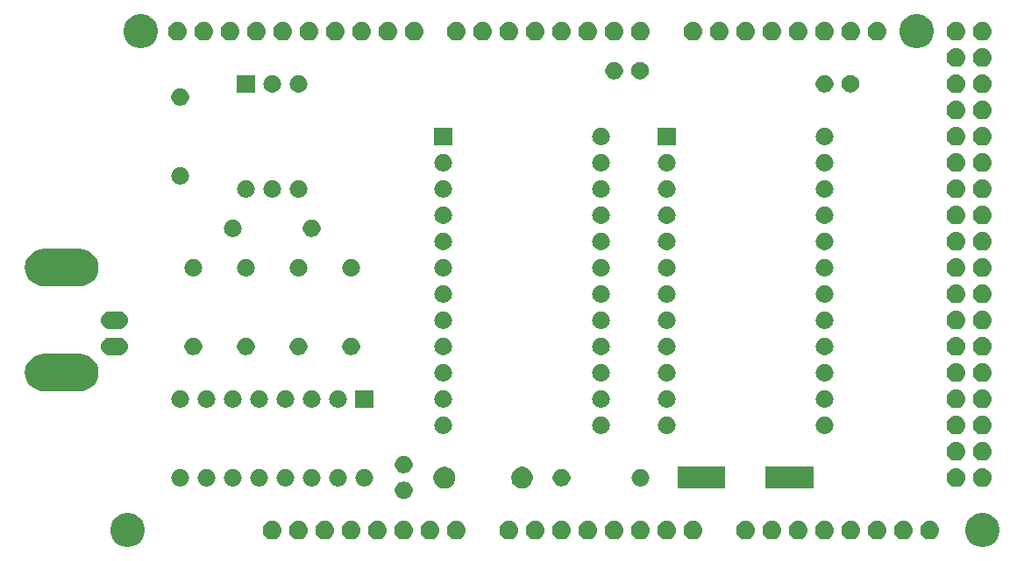
<source format=gbr>
G04 #@! TF.GenerationSoftware,KiCad,Pcbnew,5.1.4*
G04 #@! TF.CreationDate,2019-10-06T12:07:38-05:00*
G04 #@! TF.ProjectId,hardware,68617264-7761-4726-952e-6b696361645f,rev?*
G04 #@! TF.SameCoordinates,Original*
G04 #@! TF.FileFunction,Soldermask,Top*
G04 #@! TF.FilePolarity,Negative*
%FSLAX46Y46*%
G04 Gerber Fmt 4.6, Leading zero omitted, Abs format (unit mm)*
G04 Created by KiCad (PCBNEW 5.1.4) date 2019-10-06 12:07:38*
%MOMM*%
%LPD*%
G04 APERTURE LIST*
%ADD10C,0.100000*%
G04 APERTURE END LIST*
D10*
G36*
X240511521Y-66992639D02*
G01*
X240811947Y-67117080D01*
X241082324Y-67297740D01*
X241312260Y-67527676D01*
X241492920Y-67798053D01*
X241617361Y-68098479D01*
X241680800Y-68417410D01*
X241680800Y-68742590D01*
X241617361Y-69061521D01*
X241492920Y-69361947D01*
X241312260Y-69632324D01*
X241082324Y-69862260D01*
X240811947Y-70042920D01*
X240511521Y-70167361D01*
X240192590Y-70230800D01*
X239867410Y-70230800D01*
X239548479Y-70167361D01*
X239248053Y-70042920D01*
X238977676Y-69862260D01*
X238747740Y-69632324D01*
X238567080Y-69361947D01*
X238442639Y-69061521D01*
X238379200Y-68742590D01*
X238379200Y-68417410D01*
X238442639Y-68098479D01*
X238567080Y-67798053D01*
X238747740Y-67527676D01*
X238977676Y-67297740D01*
X239248053Y-67117080D01*
X239548479Y-66992639D01*
X239867410Y-66929200D01*
X240192590Y-66929200D01*
X240511521Y-66992639D01*
X240511521Y-66992639D01*
G37*
G36*
X157961521Y-66992639D02*
G01*
X158261947Y-67117080D01*
X158532324Y-67297740D01*
X158762260Y-67527676D01*
X158942920Y-67798053D01*
X159067361Y-68098479D01*
X159130800Y-68417410D01*
X159130800Y-68742590D01*
X159067361Y-69061521D01*
X158942920Y-69361947D01*
X158762260Y-69632324D01*
X158532324Y-69862260D01*
X158261947Y-70042920D01*
X157961521Y-70167361D01*
X157642590Y-70230800D01*
X157317410Y-70230800D01*
X156998479Y-70167361D01*
X156698053Y-70042920D01*
X156427676Y-69862260D01*
X156197740Y-69632324D01*
X156017080Y-69361947D01*
X155892639Y-69061521D01*
X155829200Y-68742590D01*
X155829200Y-68417410D01*
X155892639Y-68098479D01*
X156017080Y-67798053D01*
X156197740Y-67527676D01*
X156427676Y-67297740D01*
X156698053Y-67117080D01*
X156998479Y-66992639D01*
X157317410Y-66929200D01*
X157642590Y-66929200D01*
X157961521Y-66992639D01*
X157961521Y-66992639D01*
G37*
G36*
X176709250Y-67678830D02*
G01*
X176709253Y-67678831D01*
X176709254Y-67678831D01*
X176881619Y-67731117D01*
X176961045Y-67773571D01*
X177040470Y-67816025D01*
X177179707Y-67930293D01*
X177293975Y-68069530D01*
X177336429Y-68148955D01*
X177378883Y-68228381D01*
X177431169Y-68400746D01*
X177431170Y-68400750D01*
X177448825Y-68580000D01*
X177431170Y-68759250D01*
X177431169Y-68759253D01*
X177431169Y-68759254D01*
X177378883Y-68931619D01*
X177378882Y-68931620D01*
X177293975Y-69090470D01*
X177179707Y-69229707D01*
X177040470Y-69343975D01*
X176961045Y-69386429D01*
X176881619Y-69428883D01*
X176709254Y-69481169D01*
X176709253Y-69481169D01*
X176709250Y-69481170D01*
X176574923Y-69494400D01*
X176485077Y-69494400D01*
X176350750Y-69481170D01*
X176350747Y-69481169D01*
X176350746Y-69481169D01*
X176178381Y-69428883D01*
X176098955Y-69386429D01*
X176019530Y-69343975D01*
X175880293Y-69229707D01*
X175766025Y-69090470D01*
X175681118Y-68931620D01*
X175681117Y-68931619D01*
X175628831Y-68759254D01*
X175628831Y-68759253D01*
X175628830Y-68759250D01*
X175611175Y-68580000D01*
X175628830Y-68400750D01*
X175628831Y-68400746D01*
X175681117Y-68228381D01*
X175723571Y-68148955D01*
X175766025Y-68069530D01*
X175880293Y-67930293D01*
X176019530Y-67816025D01*
X176098955Y-67773572D01*
X176178381Y-67731117D01*
X176350746Y-67678831D01*
X176350747Y-67678831D01*
X176350750Y-67678830D01*
X176485077Y-67665600D01*
X176574923Y-67665600D01*
X176709250Y-67678830D01*
X176709250Y-67678830D01*
G37*
G36*
X174169250Y-67678830D02*
G01*
X174169253Y-67678831D01*
X174169254Y-67678831D01*
X174341619Y-67731117D01*
X174421045Y-67773571D01*
X174500470Y-67816025D01*
X174639707Y-67930293D01*
X174753975Y-68069530D01*
X174796429Y-68148955D01*
X174838883Y-68228381D01*
X174891169Y-68400746D01*
X174891170Y-68400750D01*
X174908825Y-68580000D01*
X174891170Y-68759250D01*
X174891169Y-68759253D01*
X174891169Y-68759254D01*
X174838883Y-68931619D01*
X174838882Y-68931620D01*
X174753975Y-69090470D01*
X174639707Y-69229707D01*
X174500470Y-69343975D01*
X174421045Y-69386429D01*
X174341619Y-69428883D01*
X174169254Y-69481169D01*
X174169253Y-69481169D01*
X174169250Y-69481170D01*
X174034923Y-69494400D01*
X173945077Y-69494400D01*
X173810750Y-69481170D01*
X173810747Y-69481169D01*
X173810746Y-69481169D01*
X173638381Y-69428883D01*
X173558955Y-69386429D01*
X173479530Y-69343975D01*
X173340293Y-69229707D01*
X173226025Y-69090470D01*
X173141118Y-68931620D01*
X173141117Y-68931619D01*
X173088831Y-68759254D01*
X173088831Y-68759253D01*
X173088830Y-68759250D01*
X173071175Y-68580000D01*
X173088830Y-68400750D01*
X173088831Y-68400746D01*
X173141117Y-68228381D01*
X173183571Y-68148955D01*
X173226025Y-68069530D01*
X173340293Y-67930293D01*
X173479530Y-67816025D01*
X173558955Y-67773572D01*
X173638381Y-67731117D01*
X173810746Y-67678831D01*
X173810747Y-67678831D01*
X173810750Y-67678830D01*
X173945077Y-67665600D01*
X174034923Y-67665600D01*
X174169250Y-67678830D01*
X174169250Y-67678830D01*
G37*
G36*
X217349250Y-67678830D02*
G01*
X217349253Y-67678831D01*
X217349254Y-67678831D01*
X217521619Y-67731117D01*
X217601045Y-67773571D01*
X217680470Y-67816025D01*
X217819707Y-67930293D01*
X217933975Y-68069530D01*
X217976429Y-68148955D01*
X218018883Y-68228381D01*
X218071169Y-68400746D01*
X218071170Y-68400750D01*
X218088825Y-68580000D01*
X218071170Y-68759250D01*
X218071169Y-68759253D01*
X218071169Y-68759254D01*
X218018883Y-68931619D01*
X218018882Y-68931620D01*
X217933975Y-69090470D01*
X217819707Y-69229707D01*
X217680470Y-69343975D01*
X217601045Y-69386429D01*
X217521619Y-69428883D01*
X217349254Y-69481169D01*
X217349253Y-69481169D01*
X217349250Y-69481170D01*
X217214923Y-69494400D01*
X217125077Y-69494400D01*
X216990750Y-69481170D01*
X216990747Y-69481169D01*
X216990746Y-69481169D01*
X216818381Y-69428883D01*
X216738955Y-69386429D01*
X216659530Y-69343975D01*
X216520293Y-69229707D01*
X216406025Y-69090470D01*
X216321118Y-68931620D01*
X216321117Y-68931619D01*
X216268831Y-68759254D01*
X216268831Y-68759253D01*
X216268830Y-68759250D01*
X216251175Y-68580000D01*
X216268830Y-68400750D01*
X216268831Y-68400746D01*
X216321117Y-68228381D01*
X216363571Y-68148955D01*
X216406025Y-68069530D01*
X216520293Y-67930293D01*
X216659530Y-67816025D01*
X216738955Y-67773572D01*
X216818381Y-67731117D01*
X216990746Y-67678831D01*
X216990747Y-67678831D01*
X216990750Y-67678830D01*
X217125077Y-67665600D01*
X217214923Y-67665600D01*
X217349250Y-67678830D01*
X217349250Y-67678830D01*
G37*
G36*
X212269250Y-67678830D02*
G01*
X212269253Y-67678831D01*
X212269254Y-67678831D01*
X212441619Y-67731117D01*
X212521045Y-67773571D01*
X212600470Y-67816025D01*
X212739707Y-67930293D01*
X212853975Y-68069530D01*
X212896429Y-68148955D01*
X212938883Y-68228381D01*
X212991169Y-68400746D01*
X212991170Y-68400750D01*
X213008825Y-68580000D01*
X212991170Y-68759250D01*
X212991169Y-68759253D01*
X212991169Y-68759254D01*
X212938883Y-68931619D01*
X212938882Y-68931620D01*
X212853975Y-69090470D01*
X212739707Y-69229707D01*
X212600470Y-69343975D01*
X212521045Y-69386429D01*
X212441619Y-69428883D01*
X212269254Y-69481169D01*
X212269253Y-69481169D01*
X212269250Y-69481170D01*
X212134923Y-69494400D01*
X212045077Y-69494400D01*
X211910750Y-69481170D01*
X211910747Y-69481169D01*
X211910746Y-69481169D01*
X211738381Y-69428883D01*
X211658955Y-69386429D01*
X211579530Y-69343975D01*
X211440293Y-69229707D01*
X211326025Y-69090470D01*
X211241118Y-68931620D01*
X211241117Y-68931619D01*
X211188831Y-68759254D01*
X211188831Y-68759253D01*
X211188830Y-68759250D01*
X211171175Y-68580000D01*
X211188830Y-68400750D01*
X211188831Y-68400746D01*
X211241117Y-68228381D01*
X211283571Y-68148955D01*
X211326025Y-68069530D01*
X211440293Y-67930293D01*
X211579530Y-67816025D01*
X211658955Y-67773572D01*
X211738381Y-67731117D01*
X211910746Y-67678831D01*
X211910747Y-67678831D01*
X211910750Y-67678830D01*
X212045077Y-67665600D01*
X212134923Y-67665600D01*
X212269250Y-67678830D01*
X212269250Y-67678830D01*
G37*
G36*
X209729250Y-67678830D02*
G01*
X209729253Y-67678831D01*
X209729254Y-67678831D01*
X209901619Y-67731117D01*
X209981045Y-67773571D01*
X210060470Y-67816025D01*
X210199707Y-67930293D01*
X210313975Y-68069530D01*
X210356429Y-68148955D01*
X210398883Y-68228381D01*
X210451169Y-68400746D01*
X210451170Y-68400750D01*
X210468825Y-68580000D01*
X210451170Y-68759250D01*
X210451169Y-68759253D01*
X210451169Y-68759254D01*
X210398883Y-68931619D01*
X210398882Y-68931620D01*
X210313975Y-69090470D01*
X210199707Y-69229707D01*
X210060470Y-69343975D01*
X209981045Y-69386429D01*
X209901619Y-69428883D01*
X209729254Y-69481169D01*
X209729253Y-69481169D01*
X209729250Y-69481170D01*
X209594923Y-69494400D01*
X209505077Y-69494400D01*
X209370750Y-69481170D01*
X209370747Y-69481169D01*
X209370746Y-69481169D01*
X209198381Y-69428883D01*
X209118955Y-69386429D01*
X209039530Y-69343975D01*
X208900293Y-69229707D01*
X208786025Y-69090470D01*
X208701118Y-68931620D01*
X208701117Y-68931619D01*
X208648831Y-68759254D01*
X208648831Y-68759253D01*
X208648830Y-68759250D01*
X208631175Y-68580000D01*
X208648830Y-68400750D01*
X208648831Y-68400746D01*
X208701117Y-68228381D01*
X208743571Y-68148955D01*
X208786025Y-68069530D01*
X208900293Y-67930293D01*
X209039530Y-67816025D01*
X209118955Y-67773572D01*
X209198381Y-67731117D01*
X209370746Y-67678831D01*
X209370747Y-67678831D01*
X209370750Y-67678830D01*
X209505077Y-67665600D01*
X209594923Y-67665600D01*
X209729250Y-67678830D01*
X209729250Y-67678830D01*
G37*
G36*
X207189250Y-67678830D02*
G01*
X207189253Y-67678831D01*
X207189254Y-67678831D01*
X207361619Y-67731117D01*
X207441045Y-67773571D01*
X207520470Y-67816025D01*
X207659707Y-67930293D01*
X207773975Y-68069530D01*
X207816429Y-68148955D01*
X207858883Y-68228381D01*
X207911169Y-68400746D01*
X207911170Y-68400750D01*
X207928825Y-68580000D01*
X207911170Y-68759250D01*
X207911169Y-68759253D01*
X207911169Y-68759254D01*
X207858883Y-68931619D01*
X207858882Y-68931620D01*
X207773975Y-69090470D01*
X207659707Y-69229707D01*
X207520470Y-69343975D01*
X207441045Y-69386429D01*
X207361619Y-69428883D01*
X207189254Y-69481169D01*
X207189253Y-69481169D01*
X207189250Y-69481170D01*
X207054923Y-69494400D01*
X206965077Y-69494400D01*
X206830750Y-69481170D01*
X206830747Y-69481169D01*
X206830746Y-69481169D01*
X206658381Y-69428883D01*
X206578955Y-69386429D01*
X206499530Y-69343975D01*
X206360293Y-69229707D01*
X206246025Y-69090470D01*
X206161118Y-68931620D01*
X206161117Y-68931619D01*
X206108831Y-68759254D01*
X206108831Y-68759253D01*
X206108830Y-68759250D01*
X206091175Y-68580000D01*
X206108830Y-68400750D01*
X206108831Y-68400746D01*
X206161117Y-68228381D01*
X206203571Y-68148955D01*
X206246025Y-68069530D01*
X206360293Y-67930293D01*
X206499530Y-67816025D01*
X206578955Y-67773572D01*
X206658381Y-67731117D01*
X206830746Y-67678831D01*
X206830747Y-67678831D01*
X206830750Y-67678830D01*
X206965077Y-67665600D01*
X207054923Y-67665600D01*
X207189250Y-67678830D01*
X207189250Y-67678830D01*
G37*
G36*
X204649250Y-67678830D02*
G01*
X204649253Y-67678831D01*
X204649254Y-67678831D01*
X204821619Y-67731117D01*
X204901045Y-67773571D01*
X204980470Y-67816025D01*
X205119707Y-67930293D01*
X205233975Y-68069530D01*
X205276429Y-68148955D01*
X205318883Y-68228381D01*
X205371169Y-68400746D01*
X205371170Y-68400750D01*
X205388825Y-68580000D01*
X205371170Y-68759250D01*
X205371169Y-68759253D01*
X205371169Y-68759254D01*
X205318883Y-68931619D01*
X205318882Y-68931620D01*
X205233975Y-69090470D01*
X205119707Y-69229707D01*
X204980470Y-69343975D01*
X204901045Y-69386429D01*
X204821619Y-69428883D01*
X204649254Y-69481169D01*
X204649253Y-69481169D01*
X204649250Y-69481170D01*
X204514923Y-69494400D01*
X204425077Y-69494400D01*
X204290750Y-69481170D01*
X204290747Y-69481169D01*
X204290746Y-69481169D01*
X204118381Y-69428883D01*
X204038955Y-69386429D01*
X203959530Y-69343975D01*
X203820293Y-69229707D01*
X203706025Y-69090470D01*
X203621118Y-68931620D01*
X203621117Y-68931619D01*
X203568831Y-68759254D01*
X203568831Y-68759253D01*
X203568830Y-68759250D01*
X203551175Y-68580000D01*
X203568830Y-68400750D01*
X203568831Y-68400746D01*
X203621117Y-68228381D01*
X203663571Y-68148955D01*
X203706025Y-68069530D01*
X203820293Y-67930293D01*
X203959530Y-67816025D01*
X204038955Y-67773572D01*
X204118381Y-67731117D01*
X204290746Y-67678831D01*
X204290747Y-67678831D01*
X204290750Y-67678830D01*
X204425077Y-67665600D01*
X204514923Y-67665600D01*
X204649250Y-67678830D01*
X204649250Y-67678830D01*
G37*
G36*
X202109250Y-67678830D02*
G01*
X202109253Y-67678831D01*
X202109254Y-67678831D01*
X202281619Y-67731117D01*
X202361045Y-67773571D01*
X202440470Y-67816025D01*
X202579707Y-67930293D01*
X202693975Y-68069530D01*
X202736429Y-68148955D01*
X202778883Y-68228381D01*
X202831169Y-68400746D01*
X202831170Y-68400750D01*
X202848825Y-68580000D01*
X202831170Y-68759250D01*
X202831169Y-68759253D01*
X202831169Y-68759254D01*
X202778883Y-68931619D01*
X202778882Y-68931620D01*
X202693975Y-69090470D01*
X202579707Y-69229707D01*
X202440470Y-69343975D01*
X202361045Y-69386429D01*
X202281619Y-69428883D01*
X202109254Y-69481169D01*
X202109253Y-69481169D01*
X202109250Y-69481170D01*
X201974923Y-69494400D01*
X201885077Y-69494400D01*
X201750750Y-69481170D01*
X201750747Y-69481169D01*
X201750746Y-69481169D01*
X201578381Y-69428883D01*
X201498955Y-69386429D01*
X201419530Y-69343975D01*
X201280293Y-69229707D01*
X201166025Y-69090470D01*
X201081118Y-68931620D01*
X201081117Y-68931619D01*
X201028831Y-68759254D01*
X201028831Y-68759253D01*
X201028830Y-68759250D01*
X201011175Y-68580000D01*
X201028830Y-68400750D01*
X201028831Y-68400746D01*
X201081117Y-68228381D01*
X201123571Y-68148955D01*
X201166025Y-68069530D01*
X201280293Y-67930293D01*
X201419530Y-67816025D01*
X201498955Y-67773572D01*
X201578381Y-67731117D01*
X201750746Y-67678831D01*
X201750747Y-67678831D01*
X201750750Y-67678830D01*
X201885077Y-67665600D01*
X201974923Y-67665600D01*
X202109250Y-67678830D01*
X202109250Y-67678830D01*
G37*
G36*
X199569250Y-67678830D02*
G01*
X199569253Y-67678831D01*
X199569254Y-67678831D01*
X199741619Y-67731117D01*
X199821045Y-67773571D01*
X199900470Y-67816025D01*
X200039707Y-67930293D01*
X200153975Y-68069530D01*
X200196429Y-68148955D01*
X200238883Y-68228381D01*
X200291169Y-68400746D01*
X200291170Y-68400750D01*
X200308825Y-68580000D01*
X200291170Y-68759250D01*
X200291169Y-68759253D01*
X200291169Y-68759254D01*
X200238883Y-68931619D01*
X200238882Y-68931620D01*
X200153975Y-69090470D01*
X200039707Y-69229707D01*
X199900470Y-69343975D01*
X199821045Y-69386429D01*
X199741619Y-69428883D01*
X199569254Y-69481169D01*
X199569253Y-69481169D01*
X199569250Y-69481170D01*
X199434923Y-69494400D01*
X199345077Y-69494400D01*
X199210750Y-69481170D01*
X199210747Y-69481169D01*
X199210746Y-69481169D01*
X199038381Y-69428883D01*
X198958955Y-69386429D01*
X198879530Y-69343975D01*
X198740293Y-69229707D01*
X198626025Y-69090470D01*
X198541118Y-68931620D01*
X198541117Y-68931619D01*
X198488831Y-68759254D01*
X198488831Y-68759253D01*
X198488830Y-68759250D01*
X198471175Y-68580000D01*
X198488830Y-68400750D01*
X198488831Y-68400746D01*
X198541117Y-68228381D01*
X198583571Y-68148955D01*
X198626025Y-68069530D01*
X198740293Y-67930293D01*
X198879530Y-67816025D01*
X198958955Y-67773572D01*
X199038381Y-67731117D01*
X199210746Y-67678831D01*
X199210747Y-67678831D01*
X199210750Y-67678830D01*
X199345077Y-67665600D01*
X199434923Y-67665600D01*
X199569250Y-67678830D01*
X199569250Y-67678830D01*
G37*
G36*
X197029250Y-67678830D02*
G01*
X197029253Y-67678831D01*
X197029254Y-67678831D01*
X197201619Y-67731117D01*
X197281045Y-67773571D01*
X197360470Y-67816025D01*
X197499707Y-67930293D01*
X197613975Y-68069530D01*
X197656429Y-68148955D01*
X197698883Y-68228381D01*
X197751169Y-68400746D01*
X197751170Y-68400750D01*
X197768825Y-68580000D01*
X197751170Y-68759250D01*
X197751169Y-68759253D01*
X197751169Y-68759254D01*
X197698883Y-68931619D01*
X197698882Y-68931620D01*
X197613975Y-69090470D01*
X197499707Y-69229707D01*
X197360470Y-69343975D01*
X197281045Y-69386429D01*
X197201619Y-69428883D01*
X197029254Y-69481169D01*
X197029253Y-69481169D01*
X197029250Y-69481170D01*
X196894923Y-69494400D01*
X196805077Y-69494400D01*
X196670750Y-69481170D01*
X196670747Y-69481169D01*
X196670746Y-69481169D01*
X196498381Y-69428883D01*
X196418955Y-69386429D01*
X196339530Y-69343975D01*
X196200293Y-69229707D01*
X196086025Y-69090470D01*
X196001118Y-68931620D01*
X196001117Y-68931619D01*
X195948831Y-68759254D01*
X195948831Y-68759253D01*
X195948830Y-68759250D01*
X195931175Y-68580000D01*
X195948830Y-68400750D01*
X195948831Y-68400746D01*
X196001117Y-68228381D01*
X196043571Y-68148955D01*
X196086025Y-68069530D01*
X196200293Y-67930293D01*
X196339530Y-67816025D01*
X196418955Y-67773572D01*
X196498381Y-67731117D01*
X196670746Y-67678831D01*
X196670747Y-67678831D01*
X196670750Y-67678830D01*
X196805077Y-67665600D01*
X196894923Y-67665600D01*
X197029250Y-67678830D01*
X197029250Y-67678830D01*
G37*
G36*
X171629250Y-67678830D02*
G01*
X171629253Y-67678831D01*
X171629254Y-67678831D01*
X171801619Y-67731117D01*
X171881045Y-67773571D01*
X171960470Y-67816025D01*
X172099707Y-67930293D01*
X172213975Y-68069530D01*
X172256429Y-68148955D01*
X172298883Y-68228381D01*
X172351169Y-68400746D01*
X172351170Y-68400750D01*
X172368825Y-68580000D01*
X172351170Y-68759250D01*
X172351169Y-68759253D01*
X172351169Y-68759254D01*
X172298883Y-68931619D01*
X172298882Y-68931620D01*
X172213975Y-69090470D01*
X172099707Y-69229707D01*
X171960470Y-69343975D01*
X171881045Y-69386429D01*
X171801619Y-69428883D01*
X171629254Y-69481169D01*
X171629253Y-69481169D01*
X171629250Y-69481170D01*
X171494923Y-69494400D01*
X171405077Y-69494400D01*
X171270750Y-69481170D01*
X171270747Y-69481169D01*
X171270746Y-69481169D01*
X171098381Y-69428883D01*
X171018955Y-69386429D01*
X170939530Y-69343975D01*
X170800293Y-69229707D01*
X170686025Y-69090470D01*
X170601118Y-68931620D01*
X170601117Y-68931619D01*
X170548831Y-68759254D01*
X170548831Y-68759253D01*
X170548830Y-68759250D01*
X170531175Y-68580000D01*
X170548830Y-68400750D01*
X170548831Y-68400746D01*
X170601117Y-68228381D01*
X170643571Y-68148955D01*
X170686025Y-68069530D01*
X170800293Y-67930293D01*
X170939530Y-67816025D01*
X171018955Y-67773572D01*
X171098381Y-67731117D01*
X171270746Y-67678831D01*
X171270747Y-67678831D01*
X171270750Y-67678830D01*
X171405077Y-67665600D01*
X171494923Y-67665600D01*
X171629250Y-67678830D01*
X171629250Y-67678830D01*
G37*
G36*
X235129250Y-67678830D02*
G01*
X235129253Y-67678831D01*
X235129254Y-67678831D01*
X235301619Y-67731117D01*
X235381045Y-67773571D01*
X235460470Y-67816025D01*
X235599707Y-67930293D01*
X235713975Y-68069530D01*
X235756429Y-68148955D01*
X235798883Y-68228381D01*
X235851169Y-68400746D01*
X235851170Y-68400750D01*
X235868825Y-68580000D01*
X235851170Y-68759250D01*
X235851169Y-68759253D01*
X235851169Y-68759254D01*
X235798883Y-68931619D01*
X235798882Y-68931620D01*
X235713975Y-69090470D01*
X235599707Y-69229707D01*
X235460470Y-69343975D01*
X235381045Y-69386429D01*
X235301619Y-69428883D01*
X235129254Y-69481169D01*
X235129253Y-69481169D01*
X235129250Y-69481170D01*
X234994923Y-69494400D01*
X234905077Y-69494400D01*
X234770750Y-69481170D01*
X234770747Y-69481169D01*
X234770746Y-69481169D01*
X234598381Y-69428883D01*
X234518955Y-69386429D01*
X234439530Y-69343975D01*
X234300293Y-69229707D01*
X234186025Y-69090470D01*
X234101118Y-68931620D01*
X234101117Y-68931619D01*
X234048831Y-68759254D01*
X234048831Y-68759253D01*
X234048830Y-68759250D01*
X234031175Y-68580000D01*
X234048830Y-68400750D01*
X234048831Y-68400746D01*
X234101117Y-68228381D01*
X234143571Y-68148955D01*
X234186025Y-68069530D01*
X234300293Y-67930293D01*
X234439530Y-67816025D01*
X234518955Y-67773572D01*
X234598381Y-67731117D01*
X234770746Y-67678831D01*
X234770747Y-67678831D01*
X234770750Y-67678830D01*
X234905077Y-67665600D01*
X234994923Y-67665600D01*
X235129250Y-67678830D01*
X235129250Y-67678830D01*
G37*
G36*
X232589250Y-67678830D02*
G01*
X232589253Y-67678831D01*
X232589254Y-67678831D01*
X232761619Y-67731117D01*
X232841045Y-67773571D01*
X232920470Y-67816025D01*
X233059707Y-67930293D01*
X233173975Y-68069530D01*
X233216429Y-68148955D01*
X233258883Y-68228381D01*
X233311169Y-68400746D01*
X233311170Y-68400750D01*
X233328825Y-68580000D01*
X233311170Y-68759250D01*
X233311169Y-68759253D01*
X233311169Y-68759254D01*
X233258883Y-68931619D01*
X233258882Y-68931620D01*
X233173975Y-69090470D01*
X233059707Y-69229707D01*
X232920470Y-69343975D01*
X232841045Y-69386429D01*
X232761619Y-69428883D01*
X232589254Y-69481169D01*
X232589253Y-69481169D01*
X232589250Y-69481170D01*
X232454923Y-69494400D01*
X232365077Y-69494400D01*
X232230750Y-69481170D01*
X232230747Y-69481169D01*
X232230746Y-69481169D01*
X232058381Y-69428883D01*
X231978955Y-69386429D01*
X231899530Y-69343975D01*
X231760293Y-69229707D01*
X231646025Y-69090470D01*
X231561118Y-68931620D01*
X231561117Y-68931619D01*
X231508831Y-68759254D01*
X231508831Y-68759253D01*
X231508830Y-68759250D01*
X231491175Y-68580000D01*
X231508830Y-68400750D01*
X231508831Y-68400746D01*
X231561117Y-68228381D01*
X231603571Y-68148955D01*
X231646025Y-68069530D01*
X231760293Y-67930293D01*
X231899530Y-67816025D01*
X231978955Y-67773572D01*
X232058381Y-67731117D01*
X232230746Y-67678831D01*
X232230747Y-67678831D01*
X232230750Y-67678830D01*
X232365077Y-67665600D01*
X232454923Y-67665600D01*
X232589250Y-67678830D01*
X232589250Y-67678830D01*
G37*
G36*
X179249250Y-67678830D02*
G01*
X179249253Y-67678831D01*
X179249254Y-67678831D01*
X179421619Y-67731117D01*
X179501045Y-67773571D01*
X179580470Y-67816025D01*
X179719707Y-67930293D01*
X179833975Y-68069530D01*
X179876429Y-68148955D01*
X179918883Y-68228381D01*
X179971169Y-68400746D01*
X179971170Y-68400750D01*
X179988825Y-68580000D01*
X179971170Y-68759250D01*
X179971169Y-68759253D01*
X179971169Y-68759254D01*
X179918883Y-68931619D01*
X179918882Y-68931620D01*
X179833975Y-69090470D01*
X179719707Y-69229707D01*
X179580470Y-69343975D01*
X179501045Y-69386429D01*
X179421619Y-69428883D01*
X179249254Y-69481169D01*
X179249253Y-69481169D01*
X179249250Y-69481170D01*
X179114923Y-69494400D01*
X179025077Y-69494400D01*
X178890750Y-69481170D01*
X178890747Y-69481169D01*
X178890746Y-69481169D01*
X178718381Y-69428883D01*
X178638955Y-69386429D01*
X178559530Y-69343975D01*
X178420293Y-69229707D01*
X178306025Y-69090470D01*
X178221118Y-68931620D01*
X178221117Y-68931619D01*
X178168831Y-68759254D01*
X178168831Y-68759253D01*
X178168830Y-68759250D01*
X178151175Y-68580000D01*
X178168830Y-68400750D01*
X178168831Y-68400746D01*
X178221117Y-68228381D01*
X178263571Y-68148955D01*
X178306025Y-68069530D01*
X178420293Y-67930293D01*
X178559530Y-67816025D01*
X178638955Y-67773572D01*
X178718381Y-67731117D01*
X178890746Y-67678831D01*
X178890747Y-67678831D01*
X178890750Y-67678830D01*
X179025077Y-67665600D01*
X179114923Y-67665600D01*
X179249250Y-67678830D01*
X179249250Y-67678830D01*
G37*
G36*
X181789250Y-67678830D02*
G01*
X181789253Y-67678831D01*
X181789254Y-67678831D01*
X181961619Y-67731117D01*
X182041045Y-67773571D01*
X182120470Y-67816025D01*
X182259707Y-67930293D01*
X182373975Y-68069530D01*
X182416429Y-68148955D01*
X182458883Y-68228381D01*
X182511169Y-68400746D01*
X182511170Y-68400750D01*
X182528825Y-68580000D01*
X182511170Y-68759250D01*
X182511169Y-68759253D01*
X182511169Y-68759254D01*
X182458883Y-68931619D01*
X182458882Y-68931620D01*
X182373975Y-69090470D01*
X182259707Y-69229707D01*
X182120470Y-69343975D01*
X182041045Y-69386429D01*
X181961619Y-69428883D01*
X181789254Y-69481169D01*
X181789253Y-69481169D01*
X181789250Y-69481170D01*
X181654923Y-69494400D01*
X181565077Y-69494400D01*
X181430750Y-69481170D01*
X181430747Y-69481169D01*
X181430746Y-69481169D01*
X181258381Y-69428883D01*
X181178955Y-69386429D01*
X181099530Y-69343975D01*
X180960293Y-69229707D01*
X180846025Y-69090470D01*
X180761118Y-68931620D01*
X180761117Y-68931619D01*
X180708831Y-68759254D01*
X180708831Y-68759253D01*
X180708830Y-68759250D01*
X180691175Y-68580000D01*
X180708830Y-68400750D01*
X180708831Y-68400746D01*
X180761117Y-68228381D01*
X180803571Y-68148955D01*
X180846025Y-68069530D01*
X180960293Y-67930293D01*
X181099530Y-67816025D01*
X181178955Y-67773572D01*
X181258381Y-67731117D01*
X181430746Y-67678831D01*
X181430747Y-67678831D01*
X181430750Y-67678830D01*
X181565077Y-67665600D01*
X181654923Y-67665600D01*
X181789250Y-67678830D01*
X181789250Y-67678830D01*
G37*
G36*
X184329250Y-67678830D02*
G01*
X184329253Y-67678831D01*
X184329254Y-67678831D01*
X184501619Y-67731117D01*
X184581045Y-67773571D01*
X184660470Y-67816025D01*
X184799707Y-67930293D01*
X184913975Y-68069530D01*
X184956429Y-68148955D01*
X184998883Y-68228381D01*
X185051169Y-68400746D01*
X185051170Y-68400750D01*
X185068825Y-68580000D01*
X185051170Y-68759250D01*
X185051169Y-68759253D01*
X185051169Y-68759254D01*
X184998883Y-68931619D01*
X184998882Y-68931620D01*
X184913975Y-69090470D01*
X184799707Y-69229707D01*
X184660470Y-69343975D01*
X184581045Y-69386429D01*
X184501619Y-69428883D01*
X184329254Y-69481169D01*
X184329253Y-69481169D01*
X184329250Y-69481170D01*
X184194923Y-69494400D01*
X184105077Y-69494400D01*
X183970750Y-69481170D01*
X183970747Y-69481169D01*
X183970746Y-69481169D01*
X183798381Y-69428883D01*
X183718955Y-69386429D01*
X183639530Y-69343975D01*
X183500293Y-69229707D01*
X183386025Y-69090470D01*
X183301118Y-68931620D01*
X183301117Y-68931619D01*
X183248831Y-68759254D01*
X183248831Y-68759253D01*
X183248830Y-68759250D01*
X183231175Y-68580000D01*
X183248830Y-68400750D01*
X183248831Y-68400746D01*
X183301117Y-68228381D01*
X183343571Y-68148955D01*
X183386025Y-68069530D01*
X183500293Y-67930293D01*
X183639530Y-67816025D01*
X183718955Y-67773572D01*
X183798381Y-67731117D01*
X183970746Y-67678831D01*
X183970747Y-67678831D01*
X183970750Y-67678830D01*
X184105077Y-67665600D01*
X184194923Y-67665600D01*
X184329250Y-67678830D01*
X184329250Y-67678830D01*
G37*
G36*
X186869250Y-67678830D02*
G01*
X186869253Y-67678831D01*
X186869254Y-67678831D01*
X187041619Y-67731117D01*
X187121045Y-67773571D01*
X187200470Y-67816025D01*
X187339707Y-67930293D01*
X187453975Y-68069530D01*
X187496429Y-68148955D01*
X187538883Y-68228381D01*
X187591169Y-68400746D01*
X187591170Y-68400750D01*
X187608825Y-68580000D01*
X187591170Y-68759250D01*
X187591169Y-68759253D01*
X187591169Y-68759254D01*
X187538883Y-68931619D01*
X187538882Y-68931620D01*
X187453975Y-69090470D01*
X187339707Y-69229707D01*
X187200470Y-69343975D01*
X187121045Y-69386429D01*
X187041619Y-69428883D01*
X186869254Y-69481169D01*
X186869253Y-69481169D01*
X186869250Y-69481170D01*
X186734923Y-69494400D01*
X186645077Y-69494400D01*
X186510750Y-69481170D01*
X186510747Y-69481169D01*
X186510746Y-69481169D01*
X186338381Y-69428883D01*
X186258955Y-69386429D01*
X186179530Y-69343975D01*
X186040293Y-69229707D01*
X185926025Y-69090470D01*
X185841118Y-68931620D01*
X185841117Y-68931619D01*
X185788831Y-68759254D01*
X185788831Y-68759253D01*
X185788830Y-68759250D01*
X185771175Y-68580000D01*
X185788830Y-68400750D01*
X185788831Y-68400746D01*
X185841117Y-68228381D01*
X185883571Y-68148955D01*
X185926025Y-68069530D01*
X186040293Y-67930293D01*
X186179530Y-67816025D01*
X186258955Y-67773572D01*
X186338381Y-67731117D01*
X186510746Y-67678831D01*
X186510747Y-67678831D01*
X186510750Y-67678830D01*
X186645077Y-67665600D01*
X186734923Y-67665600D01*
X186869250Y-67678830D01*
X186869250Y-67678830D01*
G37*
G36*
X189409250Y-67678830D02*
G01*
X189409253Y-67678831D01*
X189409254Y-67678831D01*
X189581619Y-67731117D01*
X189661045Y-67773571D01*
X189740470Y-67816025D01*
X189879707Y-67930293D01*
X189993975Y-68069530D01*
X190036429Y-68148955D01*
X190078883Y-68228381D01*
X190131169Y-68400746D01*
X190131170Y-68400750D01*
X190148825Y-68580000D01*
X190131170Y-68759250D01*
X190131169Y-68759253D01*
X190131169Y-68759254D01*
X190078883Y-68931619D01*
X190078882Y-68931620D01*
X189993975Y-69090470D01*
X189879707Y-69229707D01*
X189740470Y-69343975D01*
X189661045Y-69386429D01*
X189581619Y-69428883D01*
X189409254Y-69481169D01*
X189409253Y-69481169D01*
X189409250Y-69481170D01*
X189274923Y-69494400D01*
X189185077Y-69494400D01*
X189050750Y-69481170D01*
X189050747Y-69481169D01*
X189050746Y-69481169D01*
X188878381Y-69428883D01*
X188798955Y-69386429D01*
X188719530Y-69343975D01*
X188580293Y-69229707D01*
X188466025Y-69090470D01*
X188381118Y-68931620D01*
X188381117Y-68931619D01*
X188328831Y-68759254D01*
X188328831Y-68759253D01*
X188328830Y-68759250D01*
X188311175Y-68580000D01*
X188328830Y-68400750D01*
X188328831Y-68400746D01*
X188381117Y-68228381D01*
X188423571Y-68148955D01*
X188466025Y-68069530D01*
X188580293Y-67930293D01*
X188719530Y-67816025D01*
X188798955Y-67773572D01*
X188878381Y-67731117D01*
X189050746Y-67678831D01*
X189050747Y-67678831D01*
X189050750Y-67678830D01*
X189185077Y-67665600D01*
X189274923Y-67665600D01*
X189409250Y-67678830D01*
X189409250Y-67678830D01*
G37*
G36*
X194489250Y-67678830D02*
G01*
X194489253Y-67678831D01*
X194489254Y-67678831D01*
X194661619Y-67731117D01*
X194741045Y-67773571D01*
X194820470Y-67816025D01*
X194959707Y-67930293D01*
X195073975Y-68069530D01*
X195116429Y-68148955D01*
X195158883Y-68228381D01*
X195211169Y-68400746D01*
X195211170Y-68400750D01*
X195228825Y-68580000D01*
X195211170Y-68759250D01*
X195211169Y-68759253D01*
X195211169Y-68759254D01*
X195158883Y-68931619D01*
X195158882Y-68931620D01*
X195073975Y-69090470D01*
X194959707Y-69229707D01*
X194820470Y-69343975D01*
X194741045Y-69386429D01*
X194661619Y-69428883D01*
X194489254Y-69481169D01*
X194489253Y-69481169D01*
X194489250Y-69481170D01*
X194354923Y-69494400D01*
X194265077Y-69494400D01*
X194130750Y-69481170D01*
X194130747Y-69481169D01*
X194130746Y-69481169D01*
X193958381Y-69428883D01*
X193878955Y-69386429D01*
X193799530Y-69343975D01*
X193660293Y-69229707D01*
X193546025Y-69090470D01*
X193461118Y-68931620D01*
X193461117Y-68931619D01*
X193408831Y-68759254D01*
X193408831Y-68759253D01*
X193408830Y-68759250D01*
X193391175Y-68580000D01*
X193408830Y-68400750D01*
X193408831Y-68400746D01*
X193461117Y-68228381D01*
X193503571Y-68148955D01*
X193546025Y-68069530D01*
X193660293Y-67930293D01*
X193799530Y-67816025D01*
X193878955Y-67773572D01*
X193958381Y-67731117D01*
X194130746Y-67678831D01*
X194130747Y-67678831D01*
X194130750Y-67678830D01*
X194265077Y-67665600D01*
X194354923Y-67665600D01*
X194489250Y-67678830D01*
X194489250Y-67678830D01*
G37*
G36*
X219889250Y-67678830D02*
G01*
X219889253Y-67678831D01*
X219889254Y-67678831D01*
X220061619Y-67731117D01*
X220141045Y-67773571D01*
X220220470Y-67816025D01*
X220359707Y-67930293D01*
X220473975Y-68069530D01*
X220516429Y-68148955D01*
X220558883Y-68228381D01*
X220611169Y-68400746D01*
X220611170Y-68400750D01*
X220628825Y-68580000D01*
X220611170Y-68759250D01*
X220611169Y-68759253D01*
X220611169Y-68759254D01*
X220558883Y-68931619D01*
X220558882Y-68931620D01*
X220473975Y-69090470D01*
X220359707Y-69229707D01*
X220220470Y-69343975D01*
X220141045Y-69386429D01*
X220061619Y-69428883D01*
X219889254Y-69481169D01*
X219889253Y-69481169D01*
X219889250Y-69481170D01*
X219754923Y-69494400D01*
X219665077Y-69494400D01*
X219530750Y-69481170D01*
X219530747Y-69481169D01*
X219530746Y-69481169D01*
X219358381Y-69428883D01*
X219278955Y-69386429D01*
X219199530Y-69343975D01*
X219060293Y-69229707D01*
X218946025Y-69090470D01*
X218861118Y-68931620D01*
X218861117Y-68931619D01*
X218808831Y-68759254D01*
X218808831Y-68759253D01*
X218808830Y-68759250D01*
X218791175Y-68580000D01*
X218808830Y-68400750D01*
X218808831Y-68400746D01*
X218861117Y-68228381D01*
X218903571Y-68148955D01*
X218946025Y-68069530D01*
X219060293Y-67930293D01*
X219199530Y-67816025D01*
X219278955Y-67773572D01*
X219358381Y-67731117D01*
X219530746Y-67678831D01*
X219530747Y-67678831D01*
X219530750Y-67678830D01*
X219665077Y-67665600D01*
X219754923Y-67665600D01*
X219889250Y-67678830D01*
X219889250Y-67678830D01*
G37*
G36*
X230049250Y-67678830D02*
G01*
X230049253Y-67678831D01*
X230049254Y-67678831D01*
X230221619Y-67731117D01*
X230301045Y-67773571D01*
X230380470Y-67816025D01*
X230519707Y-67930293D01*
X230633975Y-68069530D01*
X230676429Y-68148955D01*
X230718883Y-68228381D01*
X230771169Y-68400746D01*
X230771170Y-68400750D01*
X230788825Y-68580000D01*
X230771170Y-68759250D01*
X230771169Y-68759253D01*
X230771169Y-68759254D01*
X230718883Y-68931619D01*
X230718882Y-68931620D01*
X230633975Y-69090470D01*
X230519707Y-69229707D01*
X230380470Y-69343975D01*
X230301045Y-69386429D01*
X230221619Y-69428883D01*
X230049254Y-69481169D01*
X230049253Y-69481169D01*
X230049250Y-69481170D01*
X229914923Y-69494400D01*
X229825077Y-69494400D01*
X229690750Y-69481170D01*
X229690747Y-69481169D01*
X229690746Y-69481169D01*
X229518381Y-69428883D01*
X229438955Y-69386429D01*
X229359530Y-69343975D01*
X229220293Y-69229707D01*
X229106025Y-69090470D01*
X229021118Y-68931620D01*
X229021117Y-68931619D01*
X228968831Y-68759254D01*
X228968831Y-68759253D01*
X228968830Y-68759250D01*
X228951175Y-68580000D01*
X228968830Y-68400750D01*
X228968831Y-68400746D01*
X229021117Y-68228381D01*
X229063571Y-68148955D01*
X229106025Y-68069530D01*
X229220293Y-67930293D01*
X229359530Y-67816025D01*
X229438955Y-67773572D01*
X229518381Y-67731117D01*
X229690746Y-67678831D01*
X229690747Y-67678831D01*
X229690750Y-67678830D01*
X229825077Y-67665600D01*
X229914923Y-67665600D01*
X230049250Y-67678830D01*
X230049250Y-67678830D01*
G37*
G36*
X222429250Y-67678830D02*
G01*
X222429253Y-67678831D01*
X222429254Y-67678831D01*
X222601619Y-67731117D01*
X222681045Y-67773571D01*
X222760470Y-67816025D01*
X222899707Y-67930293D01*
X223013975Y-68069530D01*
X223056429Y-68148955D01*
X223098883Y-68228381D01*
X223151169Y-68400746D01*
X223151170Y-68400750D01*
X223168825Y-68580000D01*
X223151170Y-68759250D01*
X223151169Y-68759253D01*
X223151169Y-68759254D01*
X223098883Y-68931619D01*
X223098882Y-68931620D01*
X223013975Y-69090470D01*
X222899707Y-69229707D01*
X222760470Y-69343975D01*
X222681045Y-69386429D01*
X222601619Y-69428883D01*
X222429254Y-69481169D01*
X222429253Y-69481169D01*
X222429250Y-69481170D01*
X222294923Y-69494400D01*
X222205077Y-69494400D01*
X222070750Y-69481170D01*
X222070747Y-69481169D01*
X222070746Y-69481169D01*
X221898381Y-69428883D01*
X221818955Y-69386429D01*
X221739530Y-69343975D01*
X221600293Y-69229707D01*
X221486025Y-69090470D01*
X221401118Y-68931620D01*
X221401117Y-68931619D01*
X221348831Y-68759254D01*
X221348831Y-68759253D01*
X221348830Y-68759250D01*
X221331175Y-68580000D01*
X221348830Y-68400750D01*
X221348831Y-68400746D01*
X221401117Y-68228381D01*
X221443571Y-68148955D01*
X221486025Y-68069530D01*
X221600293Y-67930293D01*
X221739530Y-67816025D01*
X221818955Y-67773572D01*
X221898381Y-67731117D01*
X222070746Y-67678831D01*
X222070747Y-67678831D01*
X222070750Y-67678830D01*
X222205077Y-67665600D01*
X222294923Y-67665600D01*
X222429250Y-67678830D01*
X222429250Y-67678830D01*
G37*
G36*
X224969250Y-67678830D02*
G01*
X224969253Y-67678831D01*
X224969254Y-67678831D01*
X225141619Y-67731117D01*
X225221045Y-67773571D01*
X225300470Y-67816025D01*
X225439707Y-67930293D01*
X225553975Y-68069530D01*
X225596429Y-68148955D01*
X225638883Y-68228381D01*
X225691169Y-68400746D01*
X225691170Y-68400750D01*
X225708825Y-68580000D01*
X225691170Y-68759250D01*
X225691169Y-68759253D01*
X225691169Y-68759254D01*
X225638883Y-68931619D01*
X225638882Y-68931620D01*
X225553975Y-69090470D01*
X225439707Y-69229707D01*
X225300470Y-69343975D01*
X225221045Y-69386429D01*
X225141619Y-69428883D01*
X224969254Y-69481169D01*
X224969253Y-69481169D01*
X224969250Y-69481170D01*
X224834923Y-69494400D01*
X224745077Y-69494400D01*
X224610750Y-69481170D01*
X224610747Y-69481169D01*
X224610746Y-69481169D01*
X224438381Y-69428883D01*
X224358955Y-69386429D01*
X224279530Y-69343975D01*
X224140293Y-69229707D01*
X224026025Y-69090470D01*
X223941118Y-68931620D01*
X223941117Y-68931619D01*
X223888831Y-68759254D01*
X223888831Y-68759253D01*
X223888830Y-68759250D01*
X223871175Y-68580000D01*
X223888830Y-68400750D01*
X223888831Y-68400746D01*
X223941117Y-68228381D01*
X223983571Y-68148955D01*
X224026025Y-68069530D01*
X224140293Y-67930293D01*
X224279530Y-67816025D01*
X224358955Y-67773572D01*
X224438381Y-67731117D01*
X224610746Y-67678831D01*
X224610747Y-67678831D01*
X224610750Y-67678830D01*
X224745077Y-67665600D01*
X224834923Y-67665600D01*
X224969250Y-67678830D01*
X224969250Y-67678830D01*
G37*
G36*
X227509250Y-67678830D02*
G01*
X227509253Y-67678831D01*
X227509254Y-67678831D01*
X227681619Y-67731117D01*
X227761045Y-67773571D01*
X227840470Y-67816025D01*
X227979707Y-67930293D01*
X228093975Y-68069530D01*
X228136429Y-68148955D01*
X228178883Y-68228381D01*
X228231169Y-68400746D01*
X228231170Y-68400750D01*
X228248825Y-68580000D01*
X228231170Y-68759250D01*
X228231169Y-68759253D01*
X228231169Y-68759254D01*
X228178883Y-68931619D01*
X228178882Y-68931620D01*
X228093975Y-69090470D01*
X227979707Y-69229707D01*
X227840470Y-69343975D01*
X227761045Y-69386429D01*
X227681619Y-69428883D01*
X227509254Y-69481169D01*
X227509253Y-69481169D01*
X227509250Y-69481170D01*
X227374923Y-69494400D01*
X227285077Y-69494400D01*
X227150750Y-69481170D01*
X227150747Y-69481169D01*
X227150746Y-69481169D01*
X226978381Y-69428883D01*
X226898955Y-69386429D01*
X226819530Y-69343975D01*
X226680293Y-69229707D01*
X226566025Y-69090470D01*
X226481118Y-68931620D01*
X226481117Y-68931619D01*
X226428831Y-68759254D01*
X226428831Y-68759253D01*
X226428830Y-68759250D01*
X226411175Y-68580000D01*
X226428830Y-68400750D01*
X226428831Y-68400746D01*
X226481117Y-68228381D01*
X226523571Y-68148955D01*
X226566025Y-68069530D01*
X226680293Y-67930293D01*
X226819530Y-67816025D01*
X226898955Y-67773572D01*
X226978381Y-67731117D01*
X227150746Y-67678831D01*
X227150747Y-67678831D01*
X227150750Y-67678830D01*
X227285077Y-67665600D01*
X227374923Y-67665600D01*
X227509250Y-67678830D01*
X227509250Y-67678830D01*
G37*
G36*
X184398169Y-63911895D02*
G01*
X184553005Y-63976031D01*
X184692354Y-64069140D01*
X184810860Y-64187646D01*
X184903969Y-64326995D01*
X184968105Y-64481831D01*
X185000800Y-64646203D01*
X185000800Y-64813797D01*
X184968105Y-64978169D01*
X184903969Y-65133005D01*
X184810860Y-65272354D01*
X184692354Y-65390860D01*
X184553005Y-65483969D01*
X184398169Y-65548105D01*
X184233797Y-65580800D01*
X184066203Y-65580800D01*
X183901831Y-65548105D01*
X183746995Y-65483969D01*
X183607646Y-65390860D01*
X183489140Y-65272354D01*
X183396031Y-65133005D01*
X183331895Y-64978169D01*
X183299200Y-64813797D01*
X183299200Y-64646203D01*
X183331895Y-64481831D01*
X183396031Y-64326995D01*
X183489140Y-64187646D01*
X183607646Y-64069140D01*
X183746995Y-63976031D01*
X183901831Y-63911895D01*
X184066203Y-63879200D01*
X184233797Y-63879200D01*
X184398169Y-63911895D01*
X184398169Y-63911895D01*
G37*
G36*
X223720800Y-64550800D02*
G01*
X219119200Y-64550800D01*
X219119200Y-62449200D01*
X223720800Y-62449200D01*
X223720800Y-64550800D01*
X223720800Y-64550800D01*
G37*
G36*
X188386508Y-62489582D02*
G01*
X188577741Y-62568793D01*
X188749847Y-62683791D01*
X188896209Y-62830153D01*
X189011207Y-63002259D01*
X189090418Y-63193492D01*
X189130800Y-63396505D01*
X189130800Y-63603495D01*
X189090418Y-63806508D01*
X189011207Y-63997741D01*
X188896209Y-64169847D01*
X188749847Y-64316209D01*
X188577741Y-64431207D01*
X188386508Y-64510418D01*
X188183495Y-64550800D01*
X187976505Y-64550800D01*
X187773492Y-64510418D01*
X187582259Y-64431207D01*
X187410153Y-64316209D01*
X187263791Y-64169847D01*
X187148793Y-63997741D01*
X187069582Y-63806508D01*
X187029200Y-63603495D01*
X187029200Y-63396505D01*
X187069582Y-63193492D01*
X187148793Y-63002259D01*
X187263791Y-62830153D01*
X187410153Y-62683791D01*
X187582259Y-62568793D01*
X187773492Y-62489582D01*
X187976505Y-62449200D01*
X188183495Y-62449200D01*
X188386508Y-62489582D01*
X188386508Y-62489582D01*
G37*
G36*
X195886508Y-62489582D02*
G01*
X196077741Y-62568793D01*
X196249847Y-62683791D01*
X196396209Y-62830153D01*
X196511207Y-63002259D01*
X196590418Y-63193492D01*
X196630800Y-63396505D01*
X196630800Y-63603495D01*
X196590418Y-63806508D01*
X196511207Y-63997741D01*
X196396209Y-64169847D01*
X196249847Y-64316209D01*
X196077741Y-64431207D01*
X195886508Y-64510418D01*
X195683495Y-64550800D01*
X195476505Y-64550800D01*
X195273492Y-64510418D01*
X195082259Y-64431207D01*
X194910153Y-64316209D01*
X194763791Y-64169847D01*
X194648793Y-63997741D01*
X194569582Y-63806508D01*
X194529200Y-63603495D01*
X194529200Y-63396505D01*
X194569582Y-63193492D01*
X194648793Y-63002259D01*
X194763791Y-62830153D01*
X194910153Y-62683791D01*
X195082259Y-62568793D01*
X195273492Y-62489582D01*
X195476505Y-62449200D01*
X195683495Y-62449200D01*
X195886508Y-62489582D01*
X195886508Y-62489582D01*
G37*
G36*
X215220800Y-64550800D02*
G01*
X210619200Y-64550800D01*
X210619200Y-62449200D01*
X215220800Y-62449200D01*
X215220800Y-64550800D01*
X215220800Y-64550800D01*
G37*
G36*
X237669250Y-62598830D02*
G01*
X237669253Y-62598831D01*
X237669254Y-62598831D01*
X237841619Y-62651117D01*
X237899200Y-62681895D01*
X238000470Y-62736025D01*
X238139707Y-62850293D01*
X238253975Y-62989530D01*
X238260779Y-63002260D01*
X238338883Y-63148381D01*
X238370264Y-63251831D01*
X238391170Y-63320750D01*
X238408825Y-63500000D01*
X238391170Y-63679250D01*
X238391169Y-63679253D01*
X238391169Y-63679254D01*
X238338883Y-63851619D01*
X238311417Y-63903004D01*
X238253975Y-64010470D01*
X238139707Y-64149707D01*
X238000470Y-64263975D01*
X237921045Y-64306429D01*
X237841619Y-64348883D01*
X237669254Y-64401169D01*
X237669253Y-64401169D01*
X237669250Y-64401170D01*
X237534923Y-64414400D01*
X237445077Y-64414400D01*
X237310750Y-64401170D01*
X237310747Y-64401169D01*
X237310746Y-64401169D01*
X237138381Y-64348883D01*
X237058955Y-64306429D01*
X236979530Y-64263975D01*
X236840293Y-64149707D01*
X236726025Y-64010470D01*
X236668583Y-63903004D01*
X236641117Y-63851619D01*
X236588831Y-63679254D01*
X236588831Y-63679253D01*
X236588830Y-63679250D01*
X236571175Y-63500000D01*
X236588830Y-63320750D01*
X236609736Y-63251831D01*
X236641117Y-63148381D01*
X236719221Y-63002260D01*
X236726025Y-62989530D01*
X236840293Y-62850293D01*
X236979530Y-62736025D01*
X237080800Y-62681895D01*
X237138381Y-62651117D01*
X237310746Y-62598831D01*
X237310747Y-62598831D01*
X237310750Y-62598830D01*
X237445077Y-62585600D01*
X237534923Y-62585600D01*
X237669250Y-62598830D01*
X237669250Y-62598830D01*
G37*
G36*
X240209250Y-62598830D02*
G01*
X240209253Y-62598831D01*
X240209254Y-62598831D01*
X240381619Y-62651117D01*
X240439200Y-62681895D01*
X240540470Y-62736025D01*
X240679707Y-62850293D01*
X240793975Y-62989530D01*
X240800779Y-63002260D01*
X240878883Y-63148381D01*
X240910264Y-63251831D01*
X240931170Y-63320750D01*
X240948825Y-63500000D01*
X240931170Y-63679250D01*
X240931169Y-63679253D01*
X240931169Y-63679254D01*
X240878883Y-63851619D01*
X240851417Y-63903004D01*
X240793975Y-64010470D01*
X240679707Y-64149707D01*
X240540470Y-64263975D01*
X240461045Y-64306429D01*
X240381619Y-64348883D01*
X240209254Y-64401169D01*
X240209253Y-64401169D01*
X240209250Y-64401170D01*
X240074923Y-64414400D01*
X239985077Y-64414400D01*
X239850750Y-64401170D01*
X239850747Y-64401169D01*
X239850746Y-64401169D01*
X239678381Y-64348883D01*
X239598955Y-64306429D01*
X239519530Y-64263975D01*
X239380293Y-64149707D01*
X239266025Y-64010470D01*
X239208583Y-63903004D01*
X239181117Y-63851619D01*
X239128831Y-63679254D01*
X239128831Y-63679253D01*
X239128830Y-63679250D01*
X239111175Y-63500000D01*
X239128830Y-63320750D01*
X239149736Y-63251831D01*
X239181117Y-63148381D01*
X239259221Y-63002260D01*
X239266025Y-62989530D01*
X239380293Y-62850293D01*
X239519530Y-62736025D01*
X239620800Y-62681895D01*
X239678381Y-62651117D01*
X239850746Y-62598831D01*
X239850747Y-62598831D01*
X239850750Y-62598830D01*
X239985077Y-62585600D01*
X240074923Y-62585600D01*
X240209250Y-62598830D01*
X240209250Y-62598830D01*
G37*
G36*
X167806782Y-62661510D02*
G01*
X167806785Y-62661511D01*
X167806786Y-62661511D01*
X167873014Y-62681601D01*
X167967163Y-62710161D01*
X168015551Y-62736025D01*
X168114966Y-62789163D01*
X168244517Y-62895483D01*
X168350837Y-63025034D01*
X168380644Y-63080800D01*
X168429839Y-63172837D01*
X168478490Y-63333218D01*
X168494917Y-63500000D01*
X168478490Y-63666782D01*
X168429839Y-63827163D01*
X168390338Y-63901064D01*
X168350837Y-63974966D01*
X168244517Y-64104517D01*
X168114966Y-64210837D01*
X168041064Y-64250338D01*
X167967163Y-64289839D01*
X167880233Y-64316209D01*
X167806786Y-64338489D01*
X167806785Y-64338489D01*
X167806782Y-64338490D01*
X167681796Y-64350800D01*
X167598204Y-64350800D01*
X167473218Y-64338490D01*
X167473215Y-64338489D01*
X167473214Y-64338489D01*
X167399767Y-64316209D01*
X167312837Y-64289839D01*
X167238936Y-64250338D01*
X167165034Y-64210837D01*
X167035483Y-64104517D01*
X166929163Y-63974966D01*
X166889662Y-63901064D01*
X166850161Y-63827163D01*
X166801510Y-63666782D01*
X166785083Y-63500000D01*
X166801510Y-63333218D01*
X166850161Y-63172837D01*
X166899356Y-63080800D01*
X166929163Y-63025034D01*
X167035483Y-62895483D01*
X167165034Y-62789163D01*
X167264449Y-62736025D01*
X167312837Y-62710161D01*
X167406986Y-62681601D01*
X167473214Y-62661511D01*
X167473215Y-62661511D01*
X167473218Y-62661510D01*
X167598204Y-62649200D01*
X167681796Y-62649200D01*
X167806782Y-62661510D01*
X167806782Y-62661510D01*
G37*
G36*
X199638169Y-62681895D02*
G01*
X199793005Y-62746031D01*
X199932354Y-62839140D01*
X200050860Y-62957646D01*
X200143969Y-63096995D01*
X200208105Y-63251831D01*
X200240800Y-63416203D01*
X200240800Y-63583797D01*
X200208105Y-63748169D01*
X200143969Y-63903005D01*
X200050860Y-64042354D01*
X199932354Y-64160860D01*
X199793005Y-64253969D01*
X199638169Y-64318105D01*
X199473797Y-64350800D01*
X199306203Y-64350800D01*
X199141831Y-64318105D01*
X198986995Y-64253969D01*
X198847646Y-64160860D01*
X198729140Y-64042354D01*
X198636031Y-63903005D01*
X198571895Y-63748169D01*
X198539200Y-63583797D01*
X198539200Y-63416203D01*
X198571895Y-63251831D01*
X198636031Y-63096995D01*
X198729140Y-62957646D01*
X198847646Y-62839140D01*
X198986995Y-62746031D01*
X199141831Y-62681895D01*
X199306203Y-62649200D01*
X199473797Y-62649200D01*
X199638169Y-62681895D01*
X199638169Y-62681895D01*
G37*
G36*
X180506782Y-62661510D02*
G01*
X180506785Y-62661511D01*
X180506786Y-62661511D01*
X180573014Y-62681601D01*
X180667163Y-62710161D01*
X180715551Y-62736025D01*
X180814966Y-62789163D01*
X180944517Y-62895483D01*
X181050837Y-63025034D01*
X181080644Y-63080800D01*
X181129839Y-63172837D01*
X181178490Y-63333218D01*
X181194917Y-63500000D01*
X181178490Y-63666782D01*
X181129839Y-63827163D01*
X181090338Y-63901064D01*
X181050837Y-63974966D01*
X180944517Y-64104517D01*
X180814966Y-64210837D01*
X180741064Y-64250338D01*
X180667163Y-64289839D01*
X180580233Y-64316209D01*
X180506786Y-64338489D01*
X180506785Y-64338489D01*
X180506782Y-64338490D01*
X180381796Y-64350800D01*
X180298204Y-64350800D01*
X180173218Y-64338490D01*
X180173215Y-64338489D01*
X180173214Y-64338489D01*
X180099767Y-64316209D01*
X180012837Y-64289839D01*
X179938936Y-64250338D01*
X179865034Y-64210837D01*
X179735483Y-64104517D01*
X179629163Y-63974966D01*
X179589662Y-63901064D01*
X179550161Y-63827163D01*
X179501510Y-63666782D01*
X179485083Y-63500000D01*
X179501510Y-63333218D01*
X179550161Y-63172837D01*
X179599356Y-63080800D01*
X179629163Y-63025034D01*
X179735483Y-62895483D01*
X179865034Y-62789163D01*
X179964449Y-62736025D01*
X180012837Y-62710161D01*
X180106986Y-62681601D01*
X180173214Y-62661511D01*
X180173215Y-62661511D01*
X180173218Y-62661510D01*
X180298204Y-62649200D01*
X180381796Y-62649200D01*
X180506782Y-62661510D01*
X180506782Y-62661510D01*
G37*
G36*
X207176782Y-62661510D02*
G01*
X207176785Y-62661511D01*
X207176786Y-62661511D01*
X207243014Y-62681601D01*
X207337163Y-62710161D01*
X207385551Y-62736025D01*
X207484966Y-62789163D01*
X207614517Y-62895483D01*
X207720837Y-63025034D01*
X207750644Y-63080800D01*
X207799839Y-63172837D01*
X207848490Y-63333218D01*
X207864917Y-63500000D01*
X207848490Y-63666782D01*
X207799839Y-63827163D01*
X207760338Y-63901064D01*
X207720837Y-63974966D01*
X207614517Y-64104517D01*
X207484966Y-64210837D01*
X207411064Y-64250338D01*
X207337163Y-64289839D01*
X207250233Y-64316209D01*
X207176786Y-64338489D01*
X207176785Y-64338489D01*
X207176782Y-64338490D01*
X207051796Y-64350800D01*
X206968204Y-64350800D01*
X206843218Y-64338490D01*
X206843215Y-64338489D01*
X206843214Y-64338489D01*
X206769767Y-64316209D01*
X206682837Y-64289839D01*
X206608936Y-64250338D01*
X206535034Y-64210837D01*
X206405483Y-64104517D01*
X206299163Y-63974966D01*
X206259662Y-63901064D01*
X206220161Y-63827163D01*
X206171510Y-63666782D01*
X206155083Y-63500000D01*
X206171510Y-63333218D01*
X206220161Y-63172837D01*
X206269356Y-63080800D01*
X206299163Y-63025034D01*
X206405483Y-62895483D01*
X206535034Y-62789163D01*
X206634449Y-62736025D01*
X206682837Y-62710161D01*
X206776986Y-62681601D01*
X206843214Y-62661511D01*
X206843215Y-62661511D01*
X206843218Y-62661510D01*
X206968204Y-62649200D01*
X207051796Y-62649200D01*
X207176782Y-62661510D01*
X207176782Y-62661510D01*
G37*
G36*
X165266782Y-62661510D02*
G01*
X165266785Y-62661511D01*
X165266786Y-62661511D01*
X165333014Y-62681601D01*
X165427163Y-62710161D01*
X165475551Y-62736025D01*
X165574966Y-62789163D01*
X165704517Y-62895483D01*
X165810837Y-63025034D01*
X165840644Y-63080800D01*
X165889839Y-63172837D01*
X165938490Y-63333218D01*
X165954917Y-63500000D01*
X165938490Y-63666782D01*
X165889839Y-63827163D01*
X165850338Y-63901064D01*
X165810837Y-63974966D01*
X165704517Y-64104517D01*
X165574966Y-64210837D01*
X165501064Y-64250338D01*
X165427163Y-64289839D01*
X165340233Y-64316209D01*
X165266786Y-64338489D01*
X165266785Y-64338489D01*
X165266782Y-64338490D01*
X165141796Y-64350800D01*
X165058204Y-64350800D01*
X164933218Y-64338490D01*
X164933215Y-64338489D01*
X164933214Y-64338489D01*
X164859767Y-64316209D01*
X164772837Y-64289839D01*
X164698936Y-64250338D01*
X164625034Y-64210837D01*
X164495483Y-64104517D01*
X164389163Y-63974966D01*
X164349662Y-63901064D01*
X164310161Y-63827163D01*
X164261510Y-63666782D01*
X164245083Y-63500000D01*
X164261510Y-63333218D01*
X164310161Y-63172837D01*
X164359356Y-63080800D01*
X164389163Y-63025034D01*
X164495483Y-62895483D01*
X164625034Y-62789163D01*
X164724449Y-62736025D01*
X164772837Y-62710161D01*
X164866986Y-62681601D01*
X164933214Y-62661511D01*
X164933215Y-62661511D01*
X164933218Y-62661510D01*
X165058204Y-62649200D01*
X165141796Y-62649200D01*
X165266782Y-62661510D01*
X165266782Y-62661510D01*
G37*
G36*
X170346782Y-62661510D02*
G01*
X170346785Y-62661511D01*
X170346786Y-62661511D01*
X170413014Y-62681601D01*
X170507163Y-62710161D01*
X170555551Y-62736025D01*
X170654966Y-62789163D01*
X170784517Y-62895483D01*
X170890837Y-63025034D01*
X170920644Y-63080800D01*
X170969839Y-63172837D01*
X171018490Y-63333218D01*
X171034917Y-63500000D01*
X171018490Y-63666782D01*
X170969839Y-63827163D01*
X170930338Y-63901064D01*
X170890837Y-63974966D01*
X170784517Y-64104517D01*
X170654966Y-64210837D01*
X170581064Y-64250338D01*
X170507163Y-64289839D01*
X170420233Y-64316209D01*
X170346786Y-64338489D01*
X170346785Y-64338489D01*
X170346782Y-64338490D01*
X170221796Y-64350800D01*
X170138204Y-64350800D01*
X170013218Y-64338490D01*
X170013215Y-64338489D01*
X170013214Y-64338489D01*
X169939767Y-64316209D01*
X169852837Y-64289839D01*
X169778936Y-64250338D01*
X169705034Y-64210837D01*
X169575483Y-64104517D01*
X169469163Y-63974966D01*
X169429662Y-63901064D01*
X169390161Y-63827163D01*
X169341510Y-63666782D01*
X169325083Y-63500000D01*
X169341510Y-63333218D01*
X169390161Y-63172837D01*
X169439356Y-63080800D01*
X169469163Y-63025034D01*
X169575483Y-62895483D01*
X169705034Y-62789163D01*
X169804449Y-62736025D01*
X169852837Y-62710161D01*
X169946986Y-62681601D01*
X170013214Y-62661511D01*
X170013215Y-62661511D01*
X170013218Y-62661510D01*
X170138204Y-62649200D01*
X170221796Y-62649200D01*
X170346782Y-62661510D01*
X170346782Y-62661510D01*
G37*
G36*
X172886782Y-62661510D02*
G01*
X172886785Y-62661511D01*
X172886786Y-62661511D01*
X172953014Y-62681601D01*
X173047163Y-62710161D01*
X173095551Y-62736025D01*
X173194966Y-62789163D01*
X173324517Y-62895483D01*
X173430837Y-63025034D01*
X173460644Y-63080800D01*
X173509839Y-63172837D01*
X173558490Y-63333218D01*
X173574917Y-63500000D01*
X173558490Y-63666782D01*
X173509839Y-63827163D01*
X173470338Y-63901064D01*
X173430837Y-63974966D01*
X173324517Y-64104517D01*
X173194966Y-64210837D01*
X173121064Y-64250338D01*
X173047163Y-64289839D01*
X172960233Y-64316209D01*
X172886786Y-64338489D01*
X172886785Y-64338489D01*
X172886782Y-64338490D01*
X172761796Y-64350800D01*
X172678204Y-64350800D01*
X172553218Y-64338490D01*
X172553215Y-64338489D01*
X172553214Y-64338489D01*
X172479767Y-64316209D01*
X172392837Y-64289839D01*
X172318936Y-64250338D01*
X172245034Y-64210837D01*
X172115483Y-64104517D01*
X172009163Y-63974966D01*
X171969662Y-63901064D01*
X171930161Y-63827163D01*
X171881510Y-63666782D01*
X171865083Y-63500000D01*
X171881510Y-63333218D01*
X171930161Y-63172837D01*
X171979356Y-63080800D01*
X172009163Y-63025034D01*
X172115483Y-62895483D01*
X172245034Y-62789163D01*
X172344449Y-62736025D01*
X172392837Y-62710161D01*
X172486986Y-62681601D01*
X172553214Y-62661511D01*
X172553215Y-62661511D01*
X172553218Y-62661510D01*
X172678204Y-62649200D01*
X172761796Y-62649200D01*
X172886782Y-62661510D01*
X172886782Y-62661510D01*
G37*
G36*
X175426782Y-62661510D02*
G01*
X175426785Y-62661511D01*
X175426786Y-62661511D01*
X175493014Y-62681601D01*
X175587163Y-62710161D01*
X175635551Y-62736025D01*
X175734966Y-62789163D01*
X175864517Y-62895483D01*
X175970837Y-63025034D01*
X176000644Y-63080800D01*
X176049839Y-63172837D01*
X176098490Y-63333218D01*
X176114917Y-63500000D01*
X176098490Y-63666782D01*
X176049839Y-63827163D01*
X176010338Y-63901064D01*
X175970837Y-63974966D01*
X175864517Y-64104517D01*
X175734966Y-64210837D01*
X175661064Y-64250338D01*
X175587163Y-64289839D01*
X175500233Y-64316209D01*
X175426786Y-64338489D01*
X175426785Y-64338489D01*
X175426782Y-64338490D01*
X175301796Y-64350800D01*
X175218204Y-64350800D01*
X175093218Y-64338490D01*
X175093215Y-64338489D01*
X175093214Y-64338489D01*
X175019767Y-64316209D01*
X174932837Y-64289839D01*
X174858936Y-64250338D01*
X174785034Y-64210837D01*
X174655483Y-64104517D01*
X174549163Y-63974966D01*
X174509662Y-63901064D01*
X174470161Y-63827163D01*
X174421510Y-63666782D01*
X174405083Y-63500000D01*
X174421510Y-63333218D01*
X174470161Y-63172837D01*
X174519356Y-63080800D01*
X174549163Y-63025034D01*
X174655483Y-62895483D01*
X174785034Y-62789163D01*
X174884449Y-62736025D01*
X174932837Y-62710161D01*
X175026986Y-62681601D01*
X175093214Y-62661511D01*
X175093215Y-62661511D01*
X175093218Y-62661510D01*
X175218204Y-62649200D01*
X175301796Y-62649200D01*
X175426782Y-62661510D01*
X175426782Y-62661510D01*
G37*
G36*
X177966782Y-62661510D02*
G01*
X177966785Y-62661511D01*
X177966786Y-62661511D01*
X178033014Y-62681601D01*
X178127163Y-62710161D01*
X178175551Y-62736025D01*
X178274966Y-62789163D01*
X178404517Y-62895483D01*
X178510837Y-63025034D01*
X178540644Y-63080800D01*
X178589839Y-63172837D01*
X178638490Y-63333218D01*
X178654917Y-63500000D01*
X178638490Y-63666782D01*
X178589839Y-63827163D01*
X178550338Y-63901064D01*
X178510837Y-63974966D01*
X178404517Y-64104517D01*
X178274966Y-64210837D01*
X178201064Y-64250338D01*
X178127163Y-64289839D01*
X178040233Y-64316209D01*
X177966786Y-64338489D01*
X177966785Y-64338489D01*
X177966782Y-64338490D01*
X177841796Y-64350800D01*
X177758204Y-64350800D01*
X177633218Y-64338490D01*
X177633215Y-64338489D01*
X177633214Y-64338489D01*
X177559767Y-64316209D01*
X177472837Y-64289839D01*
X177398936Y-64250338D01*
X177325034Y-64210837D01*
X177195483Y-64104517D01*
X177089163Y-63974966D01*
X177049662Y-63901064D01*
X177010161Y-63827163D01*
X176961510Y-63666782D01*
X176945083Y-63500000D01*
X176961510Y-63333218D01*
X177010161Y-63172837D01*
X177059356Y-63080800D01*
X177089163Y-63025034D01*
X177195483Y-62895483D01*
X177325034Y-62789163D01*
X177424449Y-62736025D01*
X177472837Y-62710161D01*
X177566986Y-62681601D01*
X177633214Y-62661511D01*
X177633215Y-62661511D01*
X177633218Y-62661510D01*
X177758204Y-62649200D01*
X177841796Y-62649200D01*
X177966782Y-62661510D01*
X177966782Y-62661510D01*
G37*
G36*
X162726782Y-62661510D02*
G01*
X162726785Y-62661511D01*
X162726786Y-62661511D01*
X162793014Y-62681601D01*
X162887163Y-62710161D01*
X162935551Y-62736025D01*
X163034966Y-62789163D01*
X163164517Y-62895483D01*
X163270837Y-63025034D01*
X163300644Y-63080800D01*
X163349839Y-63172837D01*
X163398490Y-63333218D01*
X163414917Y-63500000D01*
X163398490Y-63666782D01*
X163349839Y-63827163D01*
X163310338Y-63901064D01*
X163270837Y-63974966D01*
X163164517Y-64104517D01*
X163034966Y-64210837D01*
X162961064Y-64250338D01*
X162887163Y-64289839D01*
X162800233Y-64316209D01*
X162726786Y-64338489D01*
X162726785Y-64338489D01*
X162726782Y-64338490D01*
X162601796Y-64350800D01*
X162518204Y-64350800D01*
X162393218Y-64338490D01*
X162393215Y-64338489D01*
X162393214Y-64338489D01*
X162319767Y-64316209D01*
X162232837Y-64289839D01*
X162158936Y-64250338D01*
X162085034Y-64210837D01*
X161955483Y-64104517D01*
X161849163Y-63974966D01*
X161809662Y-63901064D01*
X161770161Y-63827163D01*
X161721510Y-63666782D01*
X161705083Y-63500000D01*
X161721510Y-63333218D01*
X161770161Y-63172837D01*
X161819356Y-63080800D01*
X161849163Y-63025034D01*
X161955483Y-62895483D01*
X162085034Y-62789163D01*
X162184449Y-62736025D01*
X162232837Y-62710161D01*
X162326986Y-62681601D01*
X162393214Y-62661511D01*
X162393215Y-62661511D01*
X162393218Y-62661510D01*
X162518204Y-62649200D01*
X162601796Y-62649200D01*
X162726782Y-62661510D01*
X162726782Y-62661510D01*
G37*
G36*
X184398169Y-61411895D02*
G01*
X184553005Y-61476031D01*
X184692354Y-61569140D01*
X184810860Y-61687646D01*
X184903969Y-61826995D01*
X184968105Y-61981831D01*
X185000800Y-62146203D01*
X185000800Y-62313797D01*
X184968105Y-62478169D01*
X184903969Y-62633005D01*
X184810860Y-62772354D01*
X184692354Y-62890860D01*
X184553005Y-62983969D01*
X184398169Y-63048105D01*
X184233797Y-63080800D01*
X184066203Y-63080800D01*
X183901831Y-63048105D01*
X183746995Y-62983969D01*
X183607646Y-62890860D01*
X183489140Y-62772354D01*
X183396031Y-62633005D01*
X183331895Y-62478169D01*
X183299200Y-62313797D01*
X183299200Y-62146203D01*
X183331895Y-61981831D01*
X183396031Y-61826995D01*
X183489140Y-61687646D01*
X183607646Y-61569140D01*
X183746995Y-61476031D01*
X183901831Y-61411895D01*
X184066203Y-61379200D01*
X184233797Y-61379200D01*
X184398169Y-61411895D01*
X184398169Y-61411895D01*
G37*
G36*
X240209250Y-60058830D02*
G01*
X240209253Y-60058831D01*
X240209254Y-60058831D01*
X240381619Y-60111117D01*
X240461045Y-60153571D01*
X240540470Y-60196025D01*
X240540472Y-60196026D01*
X240540471Y-60196026D01*
X240679707Y-60310293D01*
X240793974Y-60449529D01*
X240878883Y-60608381D01*
X240931169Y-60780746D01*
X240931170Y-60780750D01*
X240948825Y-60960000D01*
X240931170Y-61139250D01*
X240931169Y-61139253D01*
X240931169Y-61139254D01*
X240878883Y-61311619D01*
X240878882Y-61311620D01*
X240793975Y-61470470D01*
X240679707Y-61609707D01*
X240540470Y-61723975D01*
X240461045Y-61766428D01*
X240381619Y-61808883D01*
X240209254Y-61861169D01*
X240209253Y-61861169D01*
X240209250Y-61861170D01*
X240074923Y-61874400D01*
X239985077Y-61874400D01*
X239850750Y-61861170D01*
X239850747Y-61861169D01*
X239850746Y-61861169D01*
X239678381Y-61808883D01*
X239598955Y-61766429D01*
X239519530Y-61723975D01*
X239380293Y-61609707D01*
X239266025Y-61470470D01*
X239181118Y-61311620D01*
X239181117Y-61311619D01*
X239128831Y-61139254D01*
X239128831Y-61139253D01*
X239128830Y-61139250D01*
X239111175Y-60960000D01*
X239128830Y-60780750D01*
X239128831Y-60780746D01*
X239181117Y-60608381D01*
X239266026Y-60449529D01*
X239380293Y-60310293D01*
X239519529Y-60196026D01*
X239519528Y-60196026D01*
X239519530Y-60196025D01*
X239598955Y-60153571D01*
X239678381Y-60111117D01*
X239850746Y-60058831D01*
X239850747Y-60058831D01*
X239850750Y-60058830D01*
X239985077Y-60045600D01*
X240074923Y-60045600D01*
X240209250Y-60058830D01*
X240209250Y-60058830D01*
G37*
G36*
X237669250Y-60058830D02*
G01*
X237669253Y-60058831D01*
X237669254Y-60058831D01*
X237841619Y-60111117D01*
X237921045Y-60153571D01*
X238000470Y-60196025D01*
X238000472Y-60196026D01*
X238000471Y-60196026D01*
X238139707Y-60310293D01*
X238253974Y-60449529D01*
X238338883Y-60608381D01*
X238391169Y-60780746D01*
X238391170Y-60780750D01*
X238408825Y-60960000D01*
X238391170Y-61139250D01*
X238391169Y-61139253D01*
X238391169Y-61139254D01*
X238338883Y-61311619D01*
X238338882Y-61311620D01*
X238253975Y-61470470D01*
X238139707Y-61609707D01*
X238000470Y-61723975D01*
X237921045Y-61766428D01*
X237841619Y-61808883D01*
X237669254Y-61861169D01*
X237669253Y-61861169D01*
X237669250Y-61861170D01*
X237534923Y-61874400D01*
X237445077Y-61874400D01*
X237310750Y-61861170D01*
X237310747Y-61861169D01*
X237310746Y-61861169D01*
X237138381Y-61808883D01*
X237058955Y-61766429D01*
X236979530Y-61723975D01*
X236840293Y-61609707D01*
X236726025Y-61470470D01*
X236641118Y-61311620D01*
X236641117Y-61311619D01*
X236588831Y-61139254D01*
X236588831Y-61139253D01*
X236588830Y-61139250D01*
X236571175Y-60960000D01*
X236588830Y-60780750D01*
X236588831Y-60780746D01*
X236641117Y-60608381D01*
X236726026Y-60449529D01*
X236840293Y-60310293D01*
X236979529Y-60196026D01*
X236979528Y-60196026D01*
X236979530Y-60196025D01*
X237058955Y-60153571D01*
X237138381Y-60111117D01*
X237310746Y-60058831D01*
X237310747Y-60058831D01*
X237310750Y-60058830D01*
X237445077Y-60045600D01*
X237534923Y-60045600D01*
X237669250Y-60058830D01*
X237669250Y-60058830D01*
G37*
G36*
X240209250Y-57518830D02*
G01*
X240209253Y-57518831D01*
X240209254Y-57518831D01*
X240381619Y-57571117D01*
X240461045Y-57613572D01*
X240540470Y-57656025D01*
X240540472Y-57656026D01*
X240540471Y-57656026D01*
X240679707Y-57770293D01*
X240793974Y-57909529D01*
X240878883Y-58068381D01*
X240931169Y-58240746D01*
X240931170Y-58240750D01*
X240948825Y-58420000D01*
X240931170Y-58599250D01*
X240931169Y-58599253D01*
X240931169Y-58599254D01*
X240878883Y-58771619D01*
X240878882Y-58771620D01*
X240793975Y-58930470D01*
X240679707Y-59069707D01*
X240540470Y-59183975D01*
X240461045Y-59226428D01*
X240381619Y-59268883D01*
X240209254Y-59321169D01*
X240209253Y-59321169D01*
X240209250Y-59321170D01*
X240074923Y-59334400D01*
X239985077Y-59334400D01*
X239850750Y-59321170D01*
X239850747Y-59321169D01*
X239850746Y-59321169D01*
X239678381Y-59268883D01*
X239598955Y-59226429D01*
X239519530Y-59183975D01*
X239380293Y-59069707D01*
X239266025Y-58930470D01*
X239181118Y-58771620D01*
X239181117Y-58771619D01*
X239128831Y-58599254D01*
X239128831Y-58599253D01*
X239128830Y-58599250D01*
X239111175Y-58420000D01*
X239128830Y-58240750D01*
X239128831Y-58240746D01*
X239181117Y-58068381D01*
X239266026Y-57909529D01*
X239380293Y-57770293D01*
X239519529Y-57656026D01*
X239519528Y-57656026D01*
X239519530Y-57656025D01*
X239598955Y-57613572D01*
X239678381Y-57571117D01*
X239850746Y-57518831D01*
X239850747Y-57518831D01*
X239850750Y-57518830D01*
X239985077Y-57505600D01*
X240074923Y-57505600D01*
X240209250Y-57518830D01*
X240209250Y-57518830D01*
G37*
G36*
X237669250Y-57518830D02*
G01*
X237669253Y-57518831D01*
X237669254Y-57518831D01*
X237841619Y-57571117D01*
X237921045Y-57613572D01*
X238000470Y-57656025D01*
X238000472Y-57656026D01*
X238000471Y-57656026D01*
X238139707Y-57770293D01*
X238253974Y-57909529D01*
X238338883Y-58068381D01*
X238391169Y-58240746D01*
X238391170Y-58240750D01*
X238408825Y-58420000D01*
X238391170Y-58599250D01*
X238391169Y-58599253D01*
X238391169Y-58599254D01*
X238338883Y-58771619D01*
X238338882Y-58771620D01*
X238253975Y-58930470D01*
X238139707Y-59069707D01*
X238000470Y-59183975D01*
X237921045Y-59226428D01*
X237841619Y-59268883D01*
X237669254Y-59321169D01*
X237669253Y-59321169D01*
X237669250Y-59321170D01*
X237534923Y-59334400D01*
X237445077Y-59334400D01*
X237310750Y-59321170D01*
X237310747Y-59321169D01*
X237310746Y-59321169D01*
X237138381Y-59268883D01*
X237058955Y-59226429D01*
X236979530Y-59183975D01*
X236840293Y-59069707D01*
X236726025Y-58930470D01*
X236641118Y-58771620D01*
X236641117Y-58771619D01*
X236588831Y-58599254D01*
X236588831Y-58599253D01*
X236588830Y-58599250D01*
X236571175Y-58420000D01*
X236588830Y-58240750D01*
X236588831Y-58240746D01*
X236641117Y-58068381D01*
X236726026Y-57909529D01*
X236840293Y-57770293D01*
X236979529Y-57656026D01*
X236979528Y-57656026D01*
X236979530Y-57656025D01*
X237058955Y-57613572D01*
X237138381Y-57571117D01*
X237310746Y-57518831D01*
X237310747Y-57518831D01*
X237310750Y-57518830D01*
X237445077Y-57505600D01*
X237534923Y-57505600D01*
X237669250Y-57518830D01*
X237669250Y-57518830D01*
G37*
G36*
X188126782Y-57581510D02*
G01*
X188126785Y-57581511D01*
X188126786Y-57581511D01*
X188193014Y-57601601D01*
X188287163Y-57630161D01*
X188335551Y-57656025D01*
X188434966Y-57709163D01*
X188564517Y-57815483D01*
X188670837Y-57945034D01*
X188710338Y-58018936D01*
X188749839Y-58092837D01*
X188798490Y-58253218D01*
X188814917Y-58420000D01*
X188798490Y-58586782D01*
X188749839Y-58747163D01*
X188736767Y-58771619D01*
X188670837Y-58894966D01*
X188564517Y-59024517D01*
X188434966Y-59130837D01*
X188361064Y-59170338D01*
X188287163Y-59209839D01*
X188193014Y-59238399D01*
X188126786Y-59258489D01*
X188126785Y-59258489D01*
X188126782Y-59258490D01*
X188001796Y-59270800D01*
X187918204Y-59270800D01*
X187793218Y-59258490D01*
X187793215Y-59258489D01*
X187793214Y-59258489D01*
X187726986Y-59238399D01*
X187632837Y-59209839D01*
X187558936Y-59170338D01*
X187485034Y-59130837D01*
X187355483Y-59024517D01*
X187249163Y-58894966D01*
X187183233Y-58771619D01*
X187170161Y-58747163D01*
X187121510Y-58586782D01*
X187105083Y-58420000D01*
X187121510Y-58253218D01*
X187170161Y-58092837D01*
X187209662Y-58018936D01*
X187249163Y-57945034D01*
X187355483Y-57815483D01*
X187485034Y-57709163D01*
X187584449Y-57656025D01*
X187632837Y-57630161D01*
X187726986Y-57601601D01*
X187793214Y-57581511D01*
X187793215Y-57581511D01*
X187793218Y-57581510D01*
X187918204Y-57569200D01*
X188001796Y-57569200D01*
X188126782Y-57581510D01*
X188126782Y-57581510D01*
G37*
G36*
X224956782Y-57581510D02*
G01*
X224956785Y-57581511D01*
X224956786Y-57581511D01*
X225023014Y-57601601D01*
X225117163Y-57630161D01*
X225165551Y-57656025D01*
X225264966Y-57709163D01*
X225394517Y-57815483D01*
X225500837Y-57945034D01*
X225540338Y-58018936D01*
X225579839Y-58092837D01*
X225628490Y-58253218D01*
X225644917Y-58420000D01*
X225628490Y-58586782D01*
X225579839Y-58747163D01*
X225566767Y-58771619D01*
X225500837Y-58894966D01*
X225394517Y-59024517D01*
X225264966Y-59130837D01*
X225191064Y-59170338D01*
X225117163Y-59209839D01*
X225023014Y-59238399D01*
X224956786Y-59258489D01*
X224956785Y-59258489D01*
X224956782Y-59258490D01*
X224831796Y-59270800D01*
X224748204Y-59270800D01*
X224623218Y-59258490D01*
X224623215Y-59258489D01*
X224623214Y-59258489D01*
X224556986Y-59238399D01*
X224462837Y-59209839D01*
X224388936Y-59170338D01*
X224315034Y-59130837D01*
X224185483Y-59024517D01*
X224079163Y-58894966D01*
X224013233Y-58771619D01*
X224000161Y-58747163D01*
X223951510Y-58586782D01*
X223935083Y-58420000D01*
X223951510Y-58253218D01*
X224000161Y-58092837D01*
X224039662Y-58018936D01*
X224079163Y-57945034D01*
X224185483Y-57815483D01*
X224315034Y-57709163D01*
X224414449Y-57656025D01*
X224462837Y-57630161D01*
X224556986Y-57601601D01*
X224623214Y-57581511D01*
X224623215Y-57581511D01*
X224623218Y-57581510D01*
X224748204Y-57569200D01*
X224831796Y-57569200D01*
X224956782Y-57581510D01*
X224956782Y-57581510D01*
G37*
G36*
X203366782Y-57581510D02*
G01*
X203366785Y-57581511D01*
X203366786Y-57581511D01*
X203433014Y-57601601D01*
X203527163Y-57630161D01*
X203575551Y-57656025D01*
X203674966Y-57709163D01*
X203804517Y-57815483D01*
X203910837Y-57945034D01*
X203950338Y-58018936D01*
X203989839Y-58092837D01*
X204038490Y-58253218D01*
X204054917Y-58420000D01*
X204038490Y-58586782D01*
X203989839Y-58747163D01*
X203976767Y-58771619D01*
X203910837Y-58894966D01*
X203804517Y-59024517D01*
X203674966Y-59130837D01*
X203601064Y-59170338D01*
X203527163Y-59209839D01*
X203433014Y-59238399D01*
X203366786Y-59258489D01*
X203366785Y-59258489D01*
X203366782Y-59258490D01*
X203241796Y-59270800D01*
X203158204Y-59270800D01*
X203033218Y-59258490D01*
X203033215Y-59258489D01*
X203033214Y-59258489D01*
X202966986Y-59238399D01*
X202872837Y-59209839D01*
X202798936Y-59170338D01*
X202725034Y-59130837D01*
X202595483Y-59024517D01*
X202489163Y-58894966D01*
X202423233Y-58771619D01*
X202410161Y-58747163D01*
X202361510Y-58586782D01*
X202345083Y-58420000D01*
X202361510Y-58253218D01*
X202410161Y-58092837D01*
X202449662Y-58018936D01*
X202489163Y-57945034D01*
X202595483Y-57815483D01*
X202725034Y-57709163D01*
X202824449Y-57656025D01*
X202872837Y-57630161D01*
X202966986Y-57601601D01*
X203033214Y-57581511D01*
X203033215Y-57581511D01*
X203033218Y-57581510D01*
X203158204Y-57569200D01*
X203241796Y-57569200D01*
X203366782Y-57581510D01*
X203366782Y-57581510D01*
G37*
G36*
X209716782Y-57581510D02*
G01*
X209716785Y-57581511D01*
X209716786Y-57581511D01*
X209783014Y-57601601D01*
X209877163Y-57630161D01*
X209925551Y-57656025D01*
X210024966Y-57709163D01*
X210154517Y-57815483D01*
X210260837Y-57945034D01*
X210300338Y-58018936D01*
X210339839Y-58092837D01*
X210388490Y-58253218D01*
X210404917Y-58420000D01*
X210388490Y-58586782D01*
X210339839Y-58747163D01*
X210326767Y-58771619D01*
X210260837Y-58894966D01*
X210154517Y-59024517D01*
X210024966Y-59130837D01*
X209951064Y-59170338D01*
X209877163Y-59209839D01*
X209783014Y-59238399D01*
X209716786Y-59258489D01*
X209716785Y-59258489D01*
X209716782Y-59258490D01*
X209591796Y-59270800D01*
X209508204Y-59270800D01*
X209383218Y-59258490D01*
X209383215Y-59258489D01*
X209383214Y-59258489D01*
X209316986Y-59238399D01*
X209222837Y-59209839D01*
X209148936Y-59170338D01*
X209075034Y-59130837D01*
X208945483Y-59024517D01*
X208839163Y-58894966D01*
X208773233Y-58771619D01*
X208760161Y-58747163D01*
X208711510Y-58586782D01*
X208695083Y-58420000D01*
X208711510Y-58253218D01*
X208760161Y-58092837D01*
X208799662Y-58018936D01*
X208839163Y-57945034D01*
X208945483Y-57815483D01*
X209075034Y-57709163D01*
X209174449Y-57656025D01*
X209222837Y-57630161D01*
X209316986Y-57601601D01*
X209383214Y-57581511D01*
X209383215Y-57581511D01*
X209383218Y-57581510D01*
X209508204Y-57569200D01*
X209591796Y-57569200D01*
X209716782Y-57581510D01*
X209716782Y-57581510D01*
G37*
G36*
X237669250Y-54978830D02*
G01*
X237669253Y-54978831D01*
X237669254Y-54978831D01*
X237841619Y-55031117D01*
X237921045Y-55073571D01*
X238000470Y-55116025D01*
X238065219Y-55169163D01*
X238139707Y-55230293D01*
X238253974Y-55369529D01*
X238338883Y-55528381D01*
X238391169Y-55700746D01*
X238391170Y-55700750D01*
X238408825Y-55880000D01*
X238391170Y-56059250D01*
X238391169Y-56059253D01*
X238391169Y-56059254D01*
X238338883Y-56231619D01*
X238338882Y-56231620D01*
X238253975Y-56390470D01*
X238139707Y-56529707D01*
X238000470Y-56643975D01*
X237921045Y-56686428D01*
X237841619Y-56728883D01*
X237669254Y-56781169D01*
X237669253Y-56781169D01*
X237669250Y-56781170D01*
X237534923Y-56794400D01*
X237445077Y-56794400D01*
X237310750Y-56781170D01*
X237310747Y-56781169D01*
X237310746Y-56781169D01*
X237138381Y-56728883D01*
X237058955Y-56686428D01*
X236979530Y-56643975D01*
X236840293Y-56529707D01*
X236726025Y-56390470D01*
X236641118Y-56231620D01*
X236641117Y-56231619D01*
X236588831Y-56059254D01*
X236588831Y-56059253D01*
X236588830Y-56059250D01*
X236571175Y-55880000D01*
X236588830Y-55700750D01*
X236588831Y-55700746D01*
X236641117Y-55528381D01*
X236726026Y-55369529D01*
X236840293Y-55230293D01*
X236914781Y-55169163D01*
X236979530Y-55116025D01*
X237058955Y-55073572D01*
X237138381Y-55031117D01*
X237310746Y-54978831D01*
X237310747Y-54978831D01*
X237310750Y-54978830D01*
X237445077Y-54965600D01*
X237534923Y-54965600D01*
X237669250Y-54978830D01*
X237669250Y-54978830D01*
G37*
G36*
X240209250Y-54978830D02*
G01*
X240209253Y-54978831D01*
X240209254Y-54978831D01*
X240381619Y-55031117D01*
X240461045Y-55073571D01*
X240540470Y-55116025D01*
X240605219Y-55169163D01*
X240679707Y-55230293D01*
X240793974Y-55369529D01*
X240878883Y-55528381D01*
X240931169Y-55700746D01*
X240931170Y-55700750D01*
X240948825Y-55880000D01*
X240931170Y-56059250D01*
X240931169Y-56059253D01*
X240931169Y-56059254D01*
X240878883Y-56231619D01*
X240878882Y-56231620D01*
X240793975Y-56390470D01*
X240679707Y-56529707D01*
X240540470Y-56643975D01*
X240461045Y-56686428D01*
X240381619Y-56728883D01*
X240209254Y-56781169D01*
X240209253Y-56781169D01*
X240209250Y-56781170D01*
X240074923Y-56794400D01*
X239985077Y-56794400D01*
X239850750Y-56781170D01*
X239850747Y-56781169D01*
X239850746Y-56781169D01*
X239678381Y-56728883D01*
X239598955Y-56686428D01*
X239519530Y-56643975D01*
X239380293Y-56529707D01*
X239266025Y-56390470D01*
X239181118Y-56231620D01*
X239181117Y-56231619D01*
X239128831Y-56059254D01*
X239128831Y-56059253D01*
X239128830Y-56059250D01*
X239111175Y-55880000D01*
X239128830Y-55700750D01*
X239128831Y-55700746D01*
X239181117Y-55528381D01*
X239266026Y-55369529D01*
X239380293Y-55230293D01*
X239454781Y-55169163D01*
X239519530Y-55116025D01*
X239598955Y-55073572D01*
X239678381Y-55031117D01*
X239850746Y-54978831D01*
X239850747Y-54978831D01*
X239850750Y-54978830D01*
X239985077Y-54965600D01*
X240074923Y-54965600D01*
X240209250Y-54978830D01*
X240209250Y-54978830D01*
G37*
G36*
X170346782Y-55041510D02*
G01*
X170346785Y-55041511D01*
X170346786Y-55041511D01*
X170413014Y-55061601D01*
X170507163Y-55090161D01*
X170553154Y-55114744D01*
X170654966Y-55169163D01*
X170784517Y-55275483D01*
X170890837Y-55405034D01*
X170930338Y-55478936D01*
X170969839Y-55552837D01*
X171018490Y-55713218D01*
X171034917Y-55880000D01*
X171018490Y-56046782D01*
X170969839Y-56207163D01*
X170956767Y-56231619D01*
X170890837Y-56354966D01*
X170784517Y-56484517D01*
X170654966Y-56590837D01*
X170581064Y-56630338D01*
X170507163Y-56669839D01*
X170413014Y-56698399D01*
X170346786Y-56718489D01*
X170346785Y-56718489D01*
X170346782Y-56718490D01*
X170221796Y-56730800D01*
X170138204Y-56730800D01*
X170013218Y-56718490D01*
X170013215Y-56718489D01*
X170013214Y-56718489D01*
X169946986Y-56698399D01*
X169852837Y-56669839D01*
X169778936Y-56630338D01*
X169705034Y-56590837D01*
X169575483Y-56484517D01*
X169469163Y-56354966D01*
X169403233Y-56231619D01*
X169390161Y-56207163D01*
X169341510Y-56046782D01*
X169325083Y-55880000D01*
X169341510Y-55713218D01*
X169390161Y-55552837D01*
X169429662Y-55478936D01*
X169469163Y-55405034D01*
X169575483Y-55275483D01*
X169705034Y-55169163D01*
X169806846Y-55114744D01*
X169852837Y-55090161D01*
X169946986Y-55061601D01*
X170013214Y-55041511D01*
X170013215Y-55041511D01*
X170013218Y-55041510D01*
X170138204Y-55029200D01*
X170221796Y-55029200D01*
X170346782Y-55041510D01*
X170346782Y-55041510D01*
G37*
G36*
X165266782Y-55041510D02*
G01*
X165266785Y-55041511D01*
X165266786Y-55041511D01*
X165333014Y-55061601D01*
X165427163Y-55090161D01*
X165473154Y-55114744D01*
X165574966Y-55169163D01*
X165704517Y-55275483D01*
X165810837Y-55405034D01*
X165850338Y-55478936D01*
X165889839Y-55552837D01*
X165938490Y-55713218D01*
X165954917Y-55880000D01*
X165938490Y-56046782D01*
X165889839Y-56207163D01*
X165876767Y-56231619D01*
X165810837Y-56354966D01*
X165704517Y-56484517D01*
X165574966Y-56590837D01*
X165501064Y-56630338D01*
X165427163Y-56669839D01*
X165333014Y-56698399D01*
X165266786Y-56718489D01*
X165266785Y-56718489D01*
X165266782Y-56718490D01*
X165141796Y-56730800D01*
X165058204Y-56730800D01*
X164933218Y-56718490D01*
X164933215Y-56718489D01*
X164933214Y-56718489D01*
X164866986Y-56698399D01*
X164772837Y-56669839D01*
X164698936Y-56630338D01*
X164625034Y-56590837D01*
X164495483Y-56484517D01*
X164389163Y-56354966D01*
X164323233Y-56231619D01*
X164310161Y-56207163D01*
X164261510Y-56046782D01*
X164245083Y-55880000D01*
X164261510Y-55713218D01*
X164310161Y-55552837D01*
X164349662Y-55478936D01*
X164389163Y-55405034D01*
X164495483Y-55275483D01*
X164625034Y-55169163D01*
X164726846Y-55114744D01*
X164772837Y-55090161D01*
X164866986Y-55061601D01*
X164933214Y-55041511D01*
X164933215Y-55041511D01*
X164933218Y-55041510D01*
X165058204Y-55029200D01*
X165141796Y-55029200D01*
X165266782Y-55041510D01*
X165266782Y-55041510D01*
G37*
G36*
X162726782Y-55041510D02*
G01*
X162726785Y-55041511D01*
X162726786Y-55041511D01*
X162793014Y-55061601D01*
X162887163Y-55090161D01*
X162933154Y-55114744D01*
X163034966Y-55169163D01*
X163164517Y-55275483D01*
X163270837Y-55405034D01*
X163310338Y-55478936D01*
X163349839Y-55552837D01*
X163398490Y-55713218D01*
X163414917Y-55880000D01*
X163398490Y-56046782D01*
X163349839Y-56207163D01*
X163336767Y-56231619D01*
X163270837Y-56354966D01*
X163164517Y-56484517D01*
X163034966Y-56590837D01*
X162961064Y-56630338D01*
X162887163Y-56669839D01*
X162793014Y-56698399D01*
X162726786Y-56718489D01*
X162726785Y-56718489D01*
X162726782Y-56718490D01*
X162601796Y-56730800D01*
X162518204Y-56730800D01*
X162393218Y-56718490D01*
X162393215Y-56718489D01*
X162393214Y-56718489D01*
X162326986Y-56698399D01*
X162232837Y-56669839D01*
X162158936Y-56630338D01*
X162085034Y-56590837D01*
X161955483Y-56484517D01*
X161849163Y-56354966D01*
X161783233Y-56231619D01*
X161770161Y-56207163D01*
X161721510Y-56046782D01*
X161705083Y-55880000D01*
X161721510Y-55713218D01*
X161770161Y-55552837D01*
X161809662Y-55478936D01*
X161849163Y-55405034D01*
X161955483Y-55275483D01*
X162085034Y-55169163D01*
X162186846Y-55114744D01*
X162232837Y-55090161D01*
X162326986Y-55061601D01*
X162393214Y-55041511D01*
X162393215Y-55041511D01*
X162393218Y-55041510D01*
X162518204Y-55029200D01*
X162601796Y-55029200D01*
X162726782Y-55041510D01*
X162726782Y-55041510D01*
G37*
G36*
X224956782Y-55041510D02*
G01*
X224956785Y-55041511D01*
X224956786Y-55041511D01*
X225023014Y-55061601D01*
X225117163Y-55090161D01*
X225163154Y-55114744D01*
X225264966Y-55169163D01*
X225394517Y-55275483D01*
X225500837Y-55405034D01*
X225540338Y-55478936D01*
X225579839Y-55552837D01*
X225628490Y-55713218D01*
X225644917Y-55880000D01*
X225628490Y-56046782D01*
X225579839Y-56207163D01*
X225566767Y-56231619D01*
X225500837Y-56354966D01*
X225394517Y-56484517D01*
X225264966Y-56590837D01*
X225191064Y-56630338D01*
X225117163Y-56669839D01*
X225023014Y-56698399D01*
X224956786Y-56718489D01*
X224956785Y-56718489D01*
X224956782Y-56718490D01*
X224831796Y-56730800D01*
X224748204Y-56730800D01*
X224623218Y-56718490D01*
X224623215Y-56718489D01*
X224623214Y-56718489D01*
X224556986Y-56698399D01*
X224462837Y-56669839D01*
X224388936Y-56630338D01*
X224315034Y-56590837D01*
X224185483Y-56484517D01*
X224079163Y-56354966D01*
X224013233Y-56231619D01*
X224000161Y-56207163D01*
X223951510Y-56046782D01*
X223935083Y-55880000D01*
X223951510Y-55713218D01*
X224000161Y-55552837D01*
X224039662Y-55478936D01*
X224079163Y-55405034D01*
X224185483Y-55275483D01*
X224315034Y-55169163D01*
X224416846Y-55114744D01*
X224462837Y-55090161D01*
X224556986Y-55061601D01*
X224623214Y-55041511D01*
X224623215Y-55041511D01*
X224623218Y-55041510D01*
X224748204Y-55029200D01*
X224831796Y-55029200D01*
X224956782Y-55041510D01*
X224956782Y-55041510D01*
G37*
G36*
X209716782Y-55041510D02*
G01*
X209716785Y-55041511D01*
X209716786Y-55041511D01*
X209783014Y-55061601D01*
X209877163Y-55090161D01*
X209923154Y-55114744D01*
X210024966Y-55169163D01*
X210154517Y-55275483D01*
X210260837Y-55405034D01*
X210300338Y-55478936D01*
X210339839Y-55552837D01*
X210388490Y-55713218D01*
X210404917Y-55880000D01*
X210388490Y-56046782D01*
X210339839Y-56207163D01*
X210326767Y-56231619D01*
X210260837Y-56354966D01*
X210154517Y-56484517D01*
X210024966Y-56590837D01*
X209951064Y-56630338D01*
X209877163Y-56669839D01*
X209783014Y-56698399D01*
X209716786Y-56718489D01*
X209716785Y-56718489D01*
X209716782Y-56718490D01*
X209591796Y-56730800D01*
X209508204Y-56730800D01*
X209383218Y-56718490D01*
X209383215Y-56718489D01*
X209383214Y-56718489D01*
X209316986Y-56698399D01*
X209222837Y-56669839D01*
X209148936Y-56630338D01*
X209075034Y-56590837D01*
X208945483Y-56484517D01*
X208839163Y-56354966D01*
X208773233Y-56231619D01*
X208760161Y-56207163D01*
X208711510Y-56046782D01*
X208695083Y-55880000D01*
X208711510Y-55713218D01*
X208760161Y-55552837D01*
X208799662Y-55478936D01*
X208839163Y-55405034D01*
X208945483Y-55275483D01*
X209075034Y-55169163D01*
X209176846Y-55114744D01*
X209222837Y-55090161D01*
X209316986Y-55061601D01*
X209383214Y-55041511D01*
X209383215Y-55041511D01*
X209383218Y-55041510D01*
X209508204Y-55029200D01*
X209591796Y-55029200D01*
X209716782Y-55041510D01*
X209716782Y-55041510D01*
G37*
G36*
X203366782Y-55041510D02*
G01*
X203366785Y-55041511D01*
X203366786Y-55041511D01*
X203433014Y-55061601D01*
X203527163Y-55090161D01*
X203573154Y-55114744D01*
X203674966Y-55169163D01*
X203804517Y-55275483D01*
X203910837Y-55405034D01*
X203950338Y-55478936D01*
X203989839Y-55552837D01*
X204038490Y-55713218D01*
X204054917Y-55880000D01*
X204038490Y-56046782D01*
X203989839Y-56207163D01*
X203976767Y-56231619D01*
X203910837Y-56354966D01*
X203804517Y-56484517D01*
X203674966Y-56590837D01*
X203601064Y-56630338D01*
X203527163Y-56669839D01*
X203433014Y-56698399D01*
X203366786Y-56718489D01*
X203366785Y-56718489D01*
X203366782Y-56718490D01*
X203241796Y-56730800D01*
X203158204Y-56730800D01*
X203033218Y-56718490D01*
X203033215Y-56718489D01*
X203033214Y-56718489D01*
X202966986Y-56698399D01*
X202872837Y-56669839D01*
X202798936Y-56630338D01*
X202725034Y-56590837D01*
X202595483Y-56484517D01*
X202489163Y-56354966D01*
X202423233Y-56231619D01*
X202410161Y-56207163D01*
X202361510Y-56046782D01*
X202345083Y-55880000D01*
X202361510Y-55713218D01*
X202410161Y-55552837D01*
X202449662Y-55478936D01*
X202489163Y-55405034D01*
X202595483Y-55275483D01*
X202725034Y-55169163D01*
X202826846Y-55114744D01*
X202872837Y-55090161D01*
X202966986Y-55061601D01*
X203033214Y-55041511D01*
X203033215Y-55041511D01*
X203033218Y-55041510D01*
X203158204Y-55029200D01*
X203241796Y-55029200D01*
X203366782Y-55041510D01*
X203366782Y-55041510D01*
G37*
G36*
X172886782Y-55041510D02*
G01*
X172886785Y-55041511D01*
X172886786Y-55041511D01*
X172953014Y-55061601D01*
X173047163Y-55090161D01*
X173093154Y-55114744D01*
X173194966Y-55169163D01*
X173324517Y-55275483D01*
X173430837Y-55405034D01*
X173470338Y-55478936D01*
X173509839Y-55552837D01*
X173558490Y-55713218D01*
X173574917Y-55880000D01*
X173558490Y-56046782D01*
X173509839Y-56207163D01*
X173496767Y-56231619D01*
X173430837Y-56354966D01*
X173324517Y-56484517D01*
X173194966Y-56590837D01*
X173121064Y-56630338D01*
X173047163Y-56669839D01*
X172953014Y-56698399D01*
X172886786Y-56718489D01*
X172886785Y-56718489D01*
X172886782Y-56718490D01*
X172761796Y-56730800D01*
X172678204Y-56730800D01*
X172553218Y-56718490D01*
X172553215Y-56718489D01*
X172553214Y-56718489D01*
X172486986Y-56698399D01*
X172392837Y-56669839D01*
X172318936Y-56630338D01*
X172245034Y-56590837D01*
X172115483Y-56484517D01*
X172009163Y-56354966D01*
X171943233Y-56231619D01*
X171930161Y-56207163D01*
X171881510Y-56046782D01*
X171865083Y-55880000D01*
X171881510Y-55713218D01*
X171930161Y-55552837D01*
X171969662Y-55478936D01*
X172009163Y-55405034D01*
X172115483Y-55275483D01*
X172245034Y-55169163D01*
X172346846Y-55114744D01*
X172392837Y-55090161D01*
X172486986Y-55061601D01*
X172553214Y-55041511D01*
X172553215Y-55041511D01*
X172553218Y-55041510D01*
X172678204Y-55029200D01*
X172761796Y-55029200D01*
X172886782Y-55041510D01*
X172886782Y-55041510D01*
G37*
G36*
X175426782Y-55041510D02*
G01*
X175426785Y-55041511D01*
X175426786Y-55041511D01*
X175493014Y-55061601D01*
X175587163Y-55090161D01*
X175633154Y-55114744D01*
X175734966Y-55169163D01*
X175864517Y-55275483D01*
X175970837Y-55405034D01*
X176010338Y-55478936D01*
X176049839Y-55552837D01*
X176098490Y-55713218D01*
X176114917Y-55880000D01*
X176098490Y-56046782D01*
X176049839Y-56207163D01*
X176036767Y-56231619D01*
X175970837Y-56354966D01*
X175864517Y-56484517D01*
X175734966Y-56590837D01*
X175661064Y-56630338D01*
X175587163Y-56669839D01*
X175493014Y-56698399D01*
X175426786Y-56718489D01*
X175426785Y-56718489D01*
X175426782Y-56718490D01*
X175301796Y-56730800D01*
X175218204Y-56730800D01*
X175093218Y-56718490D01*
X175093215Y-56718489D01*
X175093214Y-56718489D01*
X175026986Y-56698399D01*
X174932837Y-56669839D01*
X174858936Y-56630338D01*
X174785034Y-56590837D01*
X174655483Y-56484517D01*
X174549163Y-56354966D01*
X174483233Y-56231619D01*
X174470161Y-56207163D01*
X174421510Y-56046782D01*
X174405083Y-55880000D01*
X174421510Y-55713218D01*
X174470161Y-55552837D01*
X174509662Y-55478936D01*
X174549163Y-55405034D01*
X174655483Y-55275483D01*
X174785034Y-55169163D01*
X174886846Y-55114744D01*
X174932837Y-55090161D01*
X175026986Y-55061601D01*
X175093214Y-55041511D01*
X175093215Y-55041511D01*
X175093218Y-55041510D01*
X175218204Y-55029200D01*
X175301796Y-55029200D01*
X175426782Y-55041510D01*
X175426782Y-55041510D01*
G37*
G36*
X167806782Y-55041510D02*
G01*
X167806785Y-55041511D01*
X167806786Y-55041511D01*
X167873014Y-55061601D01*
X167967163Y-55090161D01*
X168013154Y-55114744D01*
X168114966Y-55169163D01*
X168244517Y-55275483D01*
X168350837Y-55405034D01*
X168390338Y-55478936D01*
X168429839Y-55552837D01*
X168478490Y-55713218D01*
X168494917Y-55880000D01*
X168478490Y-56046782D01*
X168429839Y-56207163D01*
X168416767Y-56231619D01*
X168350837Y-56354966D01*
X168244517Y-56484517D01*
X168114966Y-56590837D01*
X168041064Y-56630338D01*
X167967163Y-56669839D01*
X167873014Y-56698399D01*
X167806786Y-56718489D01*
X167806785Y-56718489D01*
X167806782Y-56718490D01*
X167681796Y-56730800D01*
X167598204Y-56730800D01*
X167473218Y-56718490D01*
X167473215Y-56718489D01*
X167473214Y-56718489D01*
X167406986Y-56698399D01*
X167312837Y-56669839D01*
X167238936Y-56630338D01*
X167165034Y-56590837D01*
X167035483Y-56484517D01*
X166929163Y-56354966D01*
X166863233Y-56231619D01*
X166850161Y-56207163D01*
X166801510Y-56046782D01*
X166785083Y-55880000D01*
X166801510Y-55713218D01*
X166850161Y-55552837D01*
X166889662Y-55478936D01*
X166929163Y-55405034D01*
X167035483Y-55275483D01*
X167165034Y-55169163D01*
X167266846Y-55114744D01*
X167312837Y-55090161D01*
X167406986Y-55061601D01*
X167473214Y-55041511D01*
X167473215Y-55041511D01*
X167473218Y-55041510D01*
X167598204Y-55029200D01*
X167681796Y-55029200D01*
X167806782Y-55041510D01*
X167806782Y-55041510D01*
G37*
G36*
X177966782Y-55041510D02*
G01*
X177966785Y-55041511D01*
X177966786Y-55041511D01*
X178033014Y-55061601D01*
X178127163Y-55090161D01*
X178173154Y-55114744D01*
X178274966Y-55169163D01*
X178404517Y-55275483D01*
X178510837Y-55405034D01*
X178550338Y-55478936D01*
X178589839Y-55552837D01*
X178638490Y-55713218D01*
X178654917Y-55880000D01*
X178638490Y-56046782D01*
X178589839Y-56207163D01*
X178576767Y-56231619D01*
X178510837Y-56354966D01*
X178404517Y-56484517D01*
X178274966Y-56590837D01*
X178201064Y-56630338D01*
X178127163Y-56669839D01*
X178033014Y-56698399D01*
X177966786Y-56718489D01*
X177966785Y-56718489D01*
X177966782Y-56718490D01*
X177841796Y-56730800D01*
X177758204Y-56730800D01*
X177633218Y-56718490D01*
X177633215Y-56718489D01*
X177633214Y-56718489D01*
X177566986Y-56698399D01*
X177472837Y-56669839D01*
X177398936Y-56630338D01*
X177325034Y-56590837D01*
X177195483Y-56484517D01*
X177089163Y-56354966D01*
X177023233Y-56231619D01*
X177010161Y-56207163D01*
X176961510Y-56046782D01*
X176945083Y-55880000D01*
X176961510Y-55713218D01*
X177010161Y-55552837D01*
X177049662Y-55478936D01*
X177089163Y-55405034D01*
X177195483Y-55275483D01*
X177325034Y-55169163D01*
X177426846Y-55114744D01*
X177472837Y-55090161D01*
X177566986Y-55061601D01*
X177633214Y-55041511D01*
X177633215Y-55041511D01*
X177633218Y-55041510D01*
X177758204Y-55029200D01*
X177841796Y-55029200D01*
X177966782Y-55041510D01*
X177966782Y-55041510D01*
G37*
G36*
X188126782Y-55041510D02*
G01*
X188126785Y-55041511D01*
X188126786Y-55041511D01*
X188193014Y-55061601D01*
X188287163Y-55090161D01*
X188333154Y-55114744D01*
X188434966Y-55169163D01*
X188564517Y-55275483D01*
X188670837Y-55405034D01*
X188710338Y-55478936D01*
X188749839Y-55552837D01*
X188798490Y-55713218D01*
X188814917Y-55880000D01*
X188798490Y-56046782D01*
X188749839Y-56207163D01*
X188736767Y-56231619D01*
X188670837Y-56354966D01*
X188564517Y-56484517D01*
X188434966Y-56590837D01*
X188361064Y-56630338D01*
X188287163Y-56669839D01*
X188193014Y-56698399D01*
X188126786Y-56718489D01*
X188126785Y-56718489D01*
X188126782Y-56718490D01*
X188001796Y-56730800D01*
X187918204Y-56730800D01*
X187793218Y-56718490D01*
X187793215Y-56718489D01*
X187793214Y-56718489D01*
X187726986Y-56698399D01*
X187632837Y-56669839D01*
X187558936Y-56630338D01*
X187485034Y-56590837D01*
X187355483Y-56484517D01*
X187249163Y-56354966D01*
X187183233Y-56231619D01*
X187170161Y-56207163D01*
X187121510Y-56046782D01*
X187105083Y-55880000D01*
X187121510Y-55713218D01*
X187170161Y-55552837D01*
X187209662Y-55478936D01*
X187249163Y-55405034D01*
X187355483Y-55275483D01*
X187485034Y-55169163D01*
X187586846Y-55114744D01*
X187632837Y-55090161D01*
X187726986Y-55061601D01*
X187793214Y-55041511D01*
X187793215Y-55041511D01*
X187793218Y-55041510D01*
X187918204Y-55029200D01*
X188001796Y-55029200D01*
X188126782Y-55041510D01*
X188126782Y-55041510D01*
G37*
G36*
X181190800Y-56730800D02*
G01*
X179489200Y-56730800D01*
X179489200Y-55029200D01*
X181190800Y-55029200D01*
X181190800Y-56730800D01*
X181190800Y-56730800D01*
G37*
G36*
X153233015Y-51565255D02*
G01*
X153233018Y-51565256D01*
X153572471Y-51668228D01*
X153885312Y-51835445D01*
X154159519Y-52060481D01*
X154384555Y-52334688D01*
X154551772Y-52647529D01*
X154606981Y-52829529D01*
X154654745Y-52986985D01*
X154689514Y-53340000D01*
X154654745Y-53693015D01*
X154654744Y-53693018D01*
X154551772Y-54032471D01*
X154384555Y-54345312D01*
X154159519Y-54619519D01*
X153885312Y-54844555D01*
X153572471Y-55011772D01*
X153314057Y-55090161D01*
X153233015Y-55114745D01*
X152968472Y-55140800D01*
X149291528Y-55140800D01*
X149026985Y-55114745D01*
X148945943Y-55090161D01*
X148687529Y-55011772D01*
X148374688Y-54844555D01*
X148100481Y-54619519D01*
X147875445Y-54345312D01*
X147708228Y-54032471D01*
X147605256Y-53693018D01*
X147605255Y-53693015D01*
X147570486Y-53340000D01*
X147605255Y-52986985D01*
X147653019Y-52829529D01*
X147708228Y-52647529D01*
X147875445Y-52334688D01*
X148100481Y-52060481D01*
X148374688Y-51835445D01*
X148687529Y-51668228D01*
X149026982Y-51565256D01*
X149026985Y-51565255D01*
X149291528Y-51539200D01*
X152968472Y-51539200D01*
X153233015Y-51565255D01*
X153233015Y-51565255D01*
G37*
G36*
X240209250Y-52438830D02*
G01*
X240209253Y-52438831D01*
X240209254Y-52438831D01*
X240381619Y-52491117D01*
X240461045Y-52533571D01*
X240540470Y-52576025D01*
X240679707Y-52690293D01*
X240793974Y-52829529D01*
X240878883Y-52988381D01*
X240931169Y-53160746D01*
X240931170Y-53160750D01*
X240948825Y-53340000D01*
X240931170Y-53519250D01*
X240931169Y-53519253D01*
X240931169Y-53519254D01*
X240878883Y-53691619D01*
X240878135Y-53693018D01*
X240793975Y-53850470D01*
X240679707Y-53989707D01*
X240540470Y-54103975D01*
X240461045Y-54146429D01*
X240381619Y-54188883D01*
X240209254Y-54241169D01*
X240209253Y-54241169D01*
X240209250Y-54241170D01*
X240074923Y-54254400D01*
X239985077Y-54254400D01*
X239850750Y-54241170D01*
X239850747Y-54241169D01*
X239850746Y-54241169D01*
X239678381Y-54188883D01*
X239598955Y-54146429D01*
X239519530Y-54103975D01*
X239380293Y-53989707D01*
X239266025Y-53850470D01*
X239181865Y-53693018D01*
X239181117Y-53691619D01*
X239128831Y-53519254D01*
X239128831Y-53519253D01*
X239128830Y-53519250D01*
X239111175Y-53340000D01*
X239128830Y-53160750D01*
X239128831Y-53160746D01*
X239181117Y-52988381D01*
X239266026Y-52829529D01*
X239380293Y-52690293D01*
X239519530Y-52576025D01*
X239598955Y-52533572D01*
X239678381Y-52491117D01*
X239850746Y-52438831D01*
X239850747Y-52438831D01*
X239850750Y-52438830D01*
X239985077Y-52425600D01*
X240074923Y-52425600D01*
X240209250Y-52438830D01*
X240209250Y-52438830D01*
G37*
G36*
X237669250Y-52438830D02*
G01*
X237669253Y-52438831D01*
X237669254Y-52438831D01*
X237841619Y-52491117D01*
X237921045Y-52533571D01*
X238000470Y-52576025D01*
X238139707Y-52690293D01*
X238253974Y-52829529D01*
X238338883Y-52988381D01*
X238391169Y-53160746D01*
X238391170Y-53160750D01*
X238408825Y-53340000D01*
X238391170Y-53519250D01*
X238391169Y-53519253D01*
X238391169Y-53519254D01*
X238338883Y-53691619D01*
X238338135Y-53693018D01*
X238253975Y-53850470D01*
X238139707Y-53989707D01*
X238000470Y-54103975D01*
X237921045Y-54146429D01*
X237841619Y-54188883D01*
X237669254Y-54241169D01*
X237669253Y-54241169D01*
X237669250Y-54241170D01*
X237534923Y-54254400D01*
X237445077Y-54254400D01*
X237310750Y-54241170D01*
X237310747Y-54241169D01*
X237310746Y-54241169D01*
X237138381Y-54188883D01*
X237058955Y-54146429D01*
X236979530Y-54103975D01*
X236840293Y-53989707D01*
X236726025Y-53850470D01*
X236641865Y-53693018D01*
X236641117Y-53691619D01*
X236588831Y-53519254D01*
X236588831Y-53519253D01*
X236588830Y-53519250D01*
X236571175Y-53340000D01*
X236588830Y-53160750D01*
X236588831Y-53160746D01*
X236641117Y-52988381D01*
X236726026Y-52829529D01*
X236840293Y-52690293D01*
X236979530Y-52576025D01*
X237058955Y-52533572D01*
X237138381Y-52491117D01*
X237310746Y-52438831D01*
X237310747Y-52438831D01*
X237310750Y-52438830D01*
X237445077Y-52425600D01*
X237534923Y-52425600D01*
X237669250Y-52438830D01*
X237669250Y-52438830D01*
G37*
G36*
X209716782Y-52501510D02*
G01*
X209716785Y-52501511D01*
X209716786Y-52501511D01*
X209783014Y-52521601D01*
X209877163Y-52550161D01*
X209925551Y-52576025D01*
X210024966Y-52629163D01*
X210154517Y-52735483D01*
X210260837Y-52865034D01*
X210300338Y-52938936D01*
X210339839Y-53012837D01*
X210388490Y-53173218D01*
X210404917Y-53340000D01*
X210388490Y-53506782D01*
X210339839Y-53667163D01*
X210326019Y-53693018D01*
X210260837Y-53814966D01*
X210154517Y-53944517D01*
X210024966Y-54050837D01*
X209951064Y-54090338D01*
X209877163Y-54129839D01*
X209783014Y-54158399D01*
X209716786Y-54178489D01*
X209716785Y-54178489D01*
X209716782Y-54178490D01*
X209591796Y-54190800D01*
X209508204Y-54190800D01*
X209383218Y-54178490D01*
X209383215Y-54178489D01*
X209383214Y-54178489D01*
X209316986Y-54158399D01*
X209222837Y-54129839D01*
X209148936Y-54090338D01*
X209075034Y-54050837D01*
X208945483Y-53944517D01*
X208839163Y-53814966D01*
X208773981Y-53693018D01*
X208760161Y-53667163D01*
X208711510Y-53506782D01*
X208695083Y-53340000D01*
X208711510Y-53173218D01*
X208760161Y-53012837D01*
X208799662Y-52938936D01*
X208839163Y-52865034D01*
X208945483Y-52735483D01*
X209075034Y-52629163D01*
X209174449Y-52576025D01*
X209222837Y-52550161D01*
X209316986Y-52521601D01*
X209383214Y-52501511D01*
X209383215Y-52501511D01*
X209383218Y-52501510D01*
X209508204Y-52489200D01*
X209591796Y-52489200D01*
X209716782Y-52501510D01*
X209716782Y-52501510D01*
G37*
G36*
X203366782Y-52501510D02*
G01*
X203366785Y-52501511D01*
X203366786Y-52501511D01*
X203433014Y-52521601D01*
X203527163Y-52550161D01*
X203575551Y-52576025D01*
X203674966Y-52629163D01*
X203804517Y-52735483D01*
X203910837Y-52865034D01*
X203950338Y-52938936D01*
X203989839Y-53012837D01*
X204038490Y-53173218D01*
X204054917Y-53340000D01*
X204038490Y-53506782D01*
X203989839Y-53667163D01*
X203976019Y-53693018D01*
X203910837Y-53814966D01*
X203804517Y-53944517D01*
X203674966Y-54050837D01*
X203601064Y-54090338D01*
X203527163Y-54129839D01*
X203433014Y-54158399D01*
X203366786Y-54178489D01*
X203366785Y-54178489D01*
X203366782Y-54178490D01*
X203241796Y-54190800D01*
X203158204Y-54190800D01*
X203033218Y-54178490D01*
X203033215Y-54178489D01*
X203033214Y-54178489D01*
X202966986Y-54158399D01*
X202872837Y-54129839D01*
X202798936Y-54090338D01*
X202725034Y-54050837D01*
X202595483Y-53944517D01*
X202489163Y-53814966D01*
X202423981Y-53693018D01*
X202410161Y-53667163D01*
X202361510Y-53506782D01*
X202345083Y-53340000D01*
X202361510Y-53173218D01*
X202410161Y-53012837D01*
X202449662Y-52938936D01*
X202489163Y-52865034D01*
X202595483Y-52735483D01*
X202725034Y-52629163D01*
X202824449Y-52576025D01*
X202872837Y-52550161D01*
X202966986Y-52521601D01*
X203033214Y-52501511D01*
X203033215Y-52501511D01*
X203033218Y-52501510D01*
X203158204Y-52489200D01*
X203241796Y-52489200D01*
X203366782Y-52501510D01*
X203366782Y-52501510D01*
G37*
G36*
X224956782Y-52501510D02*
G01*
X224956785Y-52501511D01*
X224956786Y-52501511D01*
X225023014Y-52521601D01*
X225117163Y-52550161D01*
X225165551Y-52576025D01*
X225264966Y-52629163D01*
X225394517Y-52735483D01*
X225500837Y-52865034D01*
X225540338Y-52938936D01*
X225579839Y-53012837D01*
X225628490Y-53173218D01*
X225644917Y-53340000D01*
X225628490Y-53506782D01*
X225579839Y-53667163D01*
X225566019Y-53693018D01*
X225500837Y-53814966D01*
X225394517Y-53944517D01*
X225264966Y-54050837D01*
X225191064Y-54090338D01*
X225117163Y-54129839D01*
X225023014Y-54158399D01*
X224956786Y-54178489D01*
X224956785Y-54178489D01*
X224956782Y-54178490D01*
X224831796Y-54190800D01*
X224748204Y-54190800D01*
X224623218Y-54178490D01*
X224623215Y-54178489D01*
X224623214Y-54178489D01*
X224556986Y-54158399D01*
X224462837Y-54129839D01*
X224388936Y-54090338D01*
X224315034Y-54050837D01*
X224185483Y-53944517D01*
X224079163Y-53814966D01*
X224013981Y-53693018D01*
X224000161Y-53667163D01*
X223951510Y-53506782D01*
X223935083Y-53340000D01*
X223951510Y-53173218D01*
X224000161Y-53012837D01*
X224039662Y-52938936D01*
X224079163Y-52865034D01*
X224185483Y-52735483D01*
X224315034Y-52629163D01*
X224414449Y-52576025D01*
X224462837Y-52550161D01*
X224556986Y-52521601D01*
X224623214Y-52501511D01*
X224623215Y-52501511D01*
X224623218Y-52501510D01*
X224748204Y-52489200D01*
X224831796Y-52489200D01*
X224956782Y-52501510D01*
X224956782Y-52501510D01*
G37*
G36*
X188126782Y-52501510D02*
G01*
X188126785Y-52501511D01*
X188126786Y-52501511D01*
X188193014Y-52521601D01*
X188287163Y-52550161D01*
X188335551Y-52576025D01*
X188434966Y-52629163D01*
X188564517Y-52735483D01*
X188670837Y-52865034D01*
X188710338Y-52938936D01*
X188749839Y-53012837D01*
X188798490Y-53173218D01*
X188814917Y-53340000D01*
X188798490Y-53506782D01*
X188749839Y-53667163D01*
X188736019Y-53693018D01*
X188670837Y-53814966D01*
X188564517Y-53944517D01*
X188434966Y-54050837D01*
X188361064Y-54090338D01*
X188287163Y-54129839D01*
X188193014Y-54158399D01*
X188126786Y-54178489D01*
X188126785Y-54178489D01*
X188126782Y-54178490D01*
X188001796Y-54190800D01*
X187918204Y-54190800D01*
X187793218Y-54178490D01*
X187793215Y-54178489D01*
X187793214Y-54178489D01*
X187726986Y-54158399D01*
X187632837Y-54129839D01*
X187558936Y-54090338D01*
X187485034Y-54050837D01*
X187355483Y-53944517D01*
X187249163Y-53814966D01*
X187183981Y-53693018D01*
X187170161Y-53667163D01*
X187121510Y-53506782D01*
X187105083Y-53340000D01*
X187121510Y-53173218D01*
X187170161Y-53012837D01*
X187209662Y-52938936D01*
X187249163Y-52865034D01*
X187355483Y-52735483D01*
X187485034Y-52629163D01*
X187584449Y-52576025D01*
X187632837Y-52550161D01*
X187726986Y-52521601D01*
X187793214Y-52501511D01*
X187793215Y-52501511D01*
X187793218Y-52501510D01*
X187918204Y-52489200D01*
X188001796Y-52489200D01*
X188126782Y-52501510D01*
X188126782Y-52501510D01*
G37*
G36*
X237669250Y-49898830D02*
G01*
X237669253Y-49898831D01*
X237669254Y-49898831D01*
X237841619Y-49951117D01*
X237899200Y-49981895D01*
X238000470Y-50036025D01*
X238000472Y-50036026D01*
X238000471Y-50036026D01*
X238139707Y-50150293D01*
X238253974Y-50289529D01*
X238338883Y-50448381D01*
X238370264Y-50551831D01*
X238391170Y-50620750D01*
X238408825Y-50800000D01*
X238391170Y-50979250D01*
X238391169Y-50979253D01*
X238391169Y-50979254D01*
X238338883Y-51151619D01*
X238338882Y-51151620D01*
X238253975Y-51310470D01*
X238139707Y-51449707D01*
X238000470Y-51563975D01*
X237921045Y-51606429D01*
X237841619Y-51648883D01*
X237669254Y-51701169D01*
X237669253Y-51701169D01*
X237669250Y-51701170D01*
X237534923Y-51714400D01*
X237445077Y-51714400D01*
X237310750Y-51701170D01*
X237310747Y-51701169D01*
X237310746Y-51701169D01*
X237138381Y-51648883D01*
X237058955Y-51606429D01*
X236979530Y-51563975D01*
X236840293Y-51449707D01*
X236726025Y-51310470D01*
X236641118Y-51151620D01*
X236641117Y-51151619D01*
X236588831Y-50979254D01*
X236588831Y-50979253D01*
X236588830Y-50979250D01*
X236571175Y-50800000D01*
X236588830Y-50620750D01*
X236609736Y-50551831D01*
X236641117Y-50448381D01*
X236726026Y-50289529D01*
X236840293Y-50150293D01*
X236979529Y-50036026D01*
X236979528Y-50036026D01*
X236979530Y-50036025D01*
X237080800Y-49981895D01*
X237138381Y-49951117D01*
X237310746Y-49898831D01*
X237310747Y-49898831D01*
X237310750Y-49898830D01*
X237445077Y-49885600D01*
X237534923Y-49885600D01*
X237669250Y-49898830D01*
X237669250Y-49898830D01*
G37*
G36*
X240209250Y-49898830D02*
G01*
X240209253Y-49898831D01*
X240209254Y-49898831D01*
X240381619Y-49951117D01*
X240439200Y-49981895D01*
X240540470Y-50036025D01*
X240540472Y-50036026D01*
X240540471Y-50036026D01*
X240679707Y-50150293D01*
X240793974Y-50289529D01*
X240878883Y-50448381D01*
X240910264Y-50551831D01*
X240931170Y-50620750D01*
X240948825Y-50800000D01*
X240931170Y-50979250D01*
X240931169Y-50979253D01*
X240931169Y-50979254D01*
X240878883Y-51151619D01*
X240878882Y-51151620D01*
X240793975Y-51310470D01*
X240679707Y-51449707D01*
X240540470Y-51563975D01*
X240461045Y-51606429D01*
X240381619Y-51648883D01*
X240209254Y-51701169D01*
X240209253Y-51701169D01*
X240209250Y-51701170D01*
X240074923Y-51714400D01*
X239985077Y-51714400D01*
X239850750Y-51701170D01*
X239850747Y-51701169D01*
X239850746Y-51701169D01*
X239678381Y-51648883D01*
X239598955Y-51606429D01*
X239519530Y-51563975D01*
X239380293Y-51449707D01*
X239266025Y-51310470D01*
X239181118Y-51151620D01*
X239181117Y-51151619D01*
X239128831Y-50979254D01*
X239128831Y-50979253D01*
X239128830Y-50979250D01*
X239111175Y-50800000D01*
X239128830Y-50620750D01*
X239149736Y-50551831D01*
X239181117Y-50448381D01*
X239266026Y-50289529D01*
X239380293Y-50150293D01*
X239519529Y-50036026D01*
X239519528Y-50036026D01*
X239519530Y-50036025D01*
X239620800Y-49981895D01*
X239678381Y-49951117D01*
X239850746Y-49898831D01*
X239850747Y-49898831D01*
X239850750Y-49898830D01*
X239985077Y-49885600D01*
X240074923Y-49885600D01*
X240209250Y-49898830D01*
X240209250Y-49898830D01*
G37*
G36*
X169158169Y-49981895D02*
G01*
X169313005Y-50046031D01*
X169452354Y-50139140D01*
X169570860Y-50257646D01*
X169663969Y-50396995D01*
X169728105Y-50551831D01*
X169760800Y-50716203D01*
X169760800Y-50883797D01*
X169728105Y-51048169D01*
X169663969Y-51203005D01*
X169570860Y-51342354D01*
X169452354Y-51460860D01*
X169313005Y-51553969D01*
X169158169Y-51618105D01*
X168993797Y-51650800D01*
X168826203Y-51650800D01*
X168661831Y-51618105D01*
X168506995Y-51553969D01*
X168367646Y-51460860D01*
X168249140Y-51342354D01*
X168156031Y-51203005D01*
X168091895Y-51048169D01*
X168059200Y-50883797D01*
X168059200Y-50716203D01*
X168091895Y-50551831D01*
X168156031Y-50396995D01*
X168249140Y-50257646D01*
X168367646Y-50139140D01*
X168506995Y-50046031D01*
X168661831Y-49981895D01*
X168826203Y-49949200D01*
X168993797Y-49949200D01*
X169158169Y-49981895D01*
X169158169Y-49981895D01*
G37*
G36*
X156826782Y-49961510D02*
G01*
X156826785Y-49961511D01*
X156826786Y-49961511D01*
X156893014Y-49981601D01*
X156987163Y-50010161D01*
X157035551Y-50036025D01*
X157134966Y-50089163D01*
X157264517Y-50195483D01*
X157370837Y-50325034D01*
X157409301Y-50396995D01*
X157449839Y-50472837D01*
X157498490Y-50633218D01*
X157514917Y-50800000D01*
X157498490Y-50966782D01*
X157449839Y-51127163D01*
X157436767Y-51151619D01*
X157370837Y-51274966D01*
X157264517Y-51404517D01*
X157134966Y-51510837D01*
X157081902Y-51539200D01*
X156987163Y-51589839D01*
X156893986Y-51618104D01*
X156826786Y-51638489D01*
X156826785Y-51638489D01*
X156826782Y-51638490D01*
X156701796Y-51650800D01*
X155718204Y-51650800D01*
X155593218Y-51638490D01*
X155593215Y-51638489D01*
X155593214Y-51638489D01*
X155526014Y-51618104D01*
X155432837Y-51589839D01*
X155338098Y-51539200D01*
X155285034Y-51510837D01*
X155155483Y-51404517D01*
X155049163Y-51274966D01*
X154983233Y-51151619D01*
X154970161Y-51127163D01*
X154921510Y-50966782D01*
X154905083Y-50800000D01*
X154921510Y-50633218D01*
X154970161Y-50472837D01*
X155010699Y-50396995D01*
X155049163Y-50325034D01*
X155155483Y-50195483D01*
X155285034Y-50089163D01*
X155384449Y-50036025D01*
X155432837Y-50010161D01*
X155526986Y-49981601D01*
X155593214Y-49961511D01*
X155593215Y-49961511D01*
X155593218Y-49961510D01*
X155718204Y-49949200D01*
X156701796Y-49949200D01*
X156826782Y-49961510D01*
X156826782Y-49961510D01*
G37*
G36*
X224956782Y-49961510D02*
G01*
X224956785Y-49961511D01*
X224956786Y-49961511D01*
X225023014Y-49981601D01*
X225117163Y-50010161D01*
X225165551Y-50036025D01*
X225264966Y-50089163D01*
X225394517Y-50195483D01*
X225500837Y-50325034D01*
X225539301Y-50396995D01*
X225579839Y-50472837D01*
X225628490Y-50633218D01*
X225644917Y-50800000D01*
X225628490Y-50966782D01*
X225579839Y-51127163D01*
X225566767Y-51151619D01*
X225500837Y-51274966D01*
X225394517Y-51404517D01*
X225264966Y-51510837D01*
X225211902Y-51539200D01*
X225117163Y-51589839D01*
X225023986Y-51618104D01*
X224956786Y-51638489D01*
X224956785Y-51638489D01*
X224956782Y-51638490D01*
X224831796Y-51650800D01*
X224748204Y-51650800D01*
X224623218Y-51638490D01*
X224623215Y-51638489D01*
X224623214Y-51638489D01*
X224556014Y-51618104D01*
X224462837Y-51589839D01*
X224368098Y-51539200D01*
X224315034Y-51510837D01*
X224185483Y-51404517D01*
X224079163Y-51274966D01*
X224013233Y-51151619D01*
X224000161Y-51127163D01*
X223951510Y-50966782D01*
X223935083Y-50800000D01*
X223951510Y-50633218D01*
X224000161Y-50472837D01*
X224040699Y-50396995D01*
X224079163Y-50325034D01*
X224185483Y-50195483D01*
X224315034Y-50089163D01*
X224414449Y-50036025D01*
X224462837Y-50010161D01*
X224556986Y-49981601D01*
X224623214Y-49961511D01*
X224623215Y-49961511D01*
X224623218Y-49961510D01*
X224748204Y-49949200D01*
X224831796Y-49949200D01*
X224956782Y-49961510D01*
X224956782Y-49961510D01*
G37*
G36*
X209716782Y-49961510D02*
G01*
X209716785Y-49961511D01*
X209716786Y-49961511D01*
X209783014Y-49981601D01*
X209877163Y-50010161D01*
X209925551Y-50036025D01*
X210024966Y-50089163D01*
X210154517Y-50195483D01*
X210260837Y-50325034D01*
X210299301Y-50396995D01*
X210339839Y-50472837D01*
X210388490Y-50633218D01*
X210404917Y-50800000D01*
X210388490Y-50966782D01*
X210339839Y-51127163D01*
X210326767Y-51151619D01*
X210260837Y-51274966D01*
X210154517Y-51404517D01*
X210024966Y-51510837D01*
X209971902Y-51539200D01*
X209877163Y-51589839D01*
X209783986Y-51618104D01*
X209716786Y-51638489D01*
X209716785Y-51638489D01*
X209716782Y-51638490D01*
X209591796Y-51650800D01*
X209508204Y-51650800D01*
X209383218Y-51638490D01*
X209383215Y-51638489D01*
X209383214Y-51638489D01*
X209316014Y-51618104D01*
X209222837Y-51589839D01*
X209128098Y-51539200D01*
X209075034Y-51510837D01*
X208945483Y-51404517D01*
X208839163Y-51274966D01*
X208773233Y-51151619D01*
X208760161Y-51127163D01*
X208711510Y-50966782D01*
X208695083Y-50800000D01*
X208711510Y-50633218D01*
X208760161Y-50472837D01*
X208800699Y-50396995D01*
X208839163Y-50325034D01*
X208945483Y-50195483D01*
X209075034Y-50089163D01*
X209174449Y-50036025D01*
X209222837Y-50010161D01*
X209316986Y-49981601D01*
X209383214Y-49961511D01*
X209383215Y-49961511D01*
X209383218Y-49961510D01*
X209508204Y-49949200D01*
X209591796Y-49949200D01*
X209716782Y-49961510D01*
X209716782Y-49961510D01*
G37*
G36*
X164078169Y-49981895D02*
G01*
X164233005Y-50046031D01*
X164372354Y-50139140D01*
X164490860Y-50257646D01*
X164583969Y-50396995D01*
X164648105Y-50551831D01*
X164680800Y-50716203D01*
X164680800Y-50883797D01*
X164648105Y-51048169D01*
X164583969Y-51203005D01*
X164490860Y-51342354D01*
X164372354Y-51460860D01*
X164233005Y-51553969D01*
X164078169Y-51618105D01*
X163913797Y-51650800D01*
X163746203Y-51650800D01*
X163581831Y-51618105D01*
X163426995Y-51553969D01*
X163287646Y-51460860D01*
X163169140Y-51342354D01*
X163076031Y-51203005D01*
X163011895Y-51048169D01*
X162979200Y-50883797D01*
X162979200Y-50716203D01*
X163011895Y-50551831D01*
X163076031Y-50396995D01*
X163169140Y-50257646D01*
X163287646Y-50139140D01*
X163426995Y-50046031D01*
X163581831Y-49981895D01*
X163746203Y-49949200D01*
X163913797Y-49949200D01*
X164078169Y-49981895D01*
X164078169Y-49981895D01*
G37*
G36*
X179318169Y-49981895D02*
G01*
X179473005Y-50046031D01*
X179612354Y-50139140D01*
X179730860Y-50257646D01*
X179823969Y-50396995D01*
X179888105Y-50551831D01*
X179920800Y-50716203D01*
X179920800Y-50883797D01*
X179888105Y-51048169D01*
X179823969Y-51203005D01*
X179730860Y-51342354D01*
X179612354Y-51460860D01*
X179473005Y-51553969D01*
X179318169Y-51618105D01*
X179153797Y-51650800D01*
X178986203Y-51650800D01*
X178821831Y-51618105D01*
X178666995Y-51553969D01*
X178527646Y-51460860D01*
X178409140Y-51342354D01*
X178316031Y-51203005D01*
X178251895Y-51048169D01*
X178219200Y-50883797D01*
X178219200Y-50716203D01*
X178251895Y-50551831D01*
X178316031Y-50396995D01*
X178409140Y-50257646D01*
X178527646Y-50139140D01*
X178666995Y-50046031D01*
X178821831Y-49981895D01*
X178986203Y-49949200D01*
X179153797Y-49949200D01*
X179318169Y-49981895D01*
X179318169Y-49981895D01*
G37*
G36*
X188126782Y-49961510D02*
G01*
X188126785Y-49961511D01*
X188126786Y-49961511D01*
X188193014Y-49981601D01*
X188287163Y-50010161D01*
X188335551Y-50036025D01*
X188434966Y-50089163D01*
X188564517Y-50195483D01*
X188670837Y-50325034D01*
X188709301Y-50396995D01*
X188749839Y-50472837D01*
X188798490Y-50633218D01*
X188814917Y-50800000D01*
X188798490Y-50966782D01*
X188749839Y-51127163D01*
X188736767Y-51151619D01*
X188670837Y-51274966D01*
X188564517Y-51404517D01*
X188434966Y-51510837D01*
X188381902Y-51539200D01*
X188287163Y-51589839D01*
X188193986Y-51618104D01*
X188126786Y-51638489D01*
X188126785Y-51638489D01*
X188126782Y-51638490D01*
X188001796Y-51650800D01*
X187918204Y-51650800D01*
X187793218Y-51638490D01*
X187793215Y-51638489D01*
X187793214Y-51638489D01*
X187726014Y-51618104D01*
X187632837Y-51589839D01*
X187538098Y-51539200D01*
X187485034Y-51510837D01*
X187355483Y-51404517D01*
X187249163Y-51274966D01*
X187183233Y-51151619D01*
X187170161Y-51127163D01*
X187121510Y-50966782D01*
X187105083Y-50800000D01*
X187121510Y-50633218D01*
X187170161Y-50472837D01*
X187210699Y-50396995D01*
X187249163Y-50325034D01*
X187355483Y-50195483D01*
X187485034Y-50089163D01*
X187584449Y-50036025D01*
X187632837Y-50010161D01*
X187726986Y-49981601D01*
X187793214Y-49961511D01*
X187793215Y-49961511D01*
X187793218Y-49961510D01*
X187918204Y-49949200D01*
X188001796Y-49949200D01*
X188126782Y-49961510D01*
X188126782Y-49961510D01*
G37*
G36*
X174238169Y-49981895D02*
G01*
X174393005Y-50046031D01*
X174532354Y-50139140D01*
X174650860Y-50257646D01*
X174743969Y-50396995D01*
X174808105Y-50551831D01*
X174840800Y-50716203D01*
X174840800Y-50883797D01*
X174808105Y-51048169D01*
X174743969Y-51203005D01*
X174650860Y-51342354D01*
X174532354Y-51460860D01*
X174393005Y-51553969D01*
X174238169Y-51618105D01*
X174073797Y-51650800D01*
X173906203Y-51650800D01*
X173741831Y-51618105D01*
X173586995Y-51553969D01*
X173447646Y-51460860D01*
X173329140Y-51342354D01*
X173236031Y-51203005D01*
X173171895Y-51048169D01*
X173139200Y-50883797D01*
X173139200Y-50716203D01*
X173171895Y-50551831D01*
X173236031Y-50396995D01*
X173329140Y-50257646D01*
X173447646Y-50139140D01*
X173586995Y-50046031D01*
X173741831Y-49981895D01*
X173906203Y-49949200D01*
X174073797Y-49949200D01*
X174238169Y-49981895D01*
X174238169Y-49981895D01*
G37*
G36*
X203366782Y-49961510D02*
G01*
X203366785Y-49961511D01*
X203366786Y-49961511D01*
X203433014Y-49981601D01*
X203527163Y-50010161D01*
X203575551Y-50036025D01*
X203674966Y-50089163D01*
X203804517Y-50195483D01*
X203910837Y-50325034D01*
X203949301Y-50396995D01*
X203989839Y-50472837D01*
X204038490Y-50633218D01*
X204054917Y-50800000D01*
X204038490Y-50966782D01*
X203989839Y-51127163D01*
X203976767Y-51151619D01*
X203910837Y-51274966D01*
X203804517Y-51404517D01*
X203674966Y-51510837D01*
X203621902Y-51539200D01*
X203527163Y-51589839D01*
X203433986Y-51618104D01*
X203366786Y-51638489D01*
X203366785Y-51638489D01*
X203366782Y-51638490D01*
X203241796Y-51650800D01*
X203158204Y-51650800D01*
X203033218Y-51638490D01*
X203033215Y-51638489D01*
X203033214Y-51638489D01*
X202966014Y-51618104D01*
X202872837Y-51589839D01*
X202778098Y-51539200D01*
X202725034Y-51510837D01*
X202595483Y-51404517D01*
X202489163Y-51274966D01*
X202423233Y-51151619D01*
X202410161Y-51127163D01*
X202361510Y-50966782D01*
X202345083Y-50800000D01*
X202361510Y-50633218D01*
X202410161Y-50472837D01*
X202450699Y-50396995D01*
X202489163Y-50325034D01*
X202595483Y-50195483D01*
X202725034Y-50089163D01*
X202824449Y-50036025D01*
X202872837Y-50010161D01*
X202966986Y-49981601D01*
X203033214Y-49961511D01*
X203033215Y-49961511D01*
X203033218Y-49961510D01*
X203158204Y-49949200D01*
X203241796Y-49949200D01*
X203366782Y-49961510D01*
X203366782Y-49961510D01*
G37*
G36*
X237669250Y-47358830D02*
G01*
X237669253Y-47358831D01*
X237669254Y-47358831D01*
X237841619Y-47411117D01*
X237921045Y-47453571D01*
X238000470Y-47496025D01*
X238000472Y-47496026D01*
X238000471Y-47496026D01*
X238139707Y-47610293D01*
X238253974Y-47749529D01*
X238338883Y-47908381D01*
X238391169Y-48080746D01*
X238391170Y-48080750D01*
X238408825Y-48260000D01*
X238391170Y-48439250D01*
X238391169Y-48439253D01*
X238391169Y-48439254D01*
X238338883Y-48611619D01*
X238338882Y-48611620D01*
X238253975Y-48770470D01*
X238139707Y-48909707D01*
X238000470Y-49023975D01*
X237921045Y-49066429D01*
X237841619Y-49108883D01*
X237669254Y-49161169D01*
X237669253Y-49161169D01*
X237669250Y-49161170D01*
X237534923Y-49174400D01*
X237445077Y-49174400D01*
X237310750Y-49161170D01*
X237310747Y-49161169D01*
X237310746Y-49161169D01*
X237138381Y-49108883D01*
X237058955Y-49066429D01*
X236979530Y-49023975D01*
X236840293Y-48909707D01*
X236726025Y-48770470D01*
X236641118Y-48611620D01*
X236641117Y-48611619D01*
X236588831Y-48439254D01*
X236588831Y-48439253D01*
X236588830Y-48439250D01*
X236571175Y-48260000D01*
X236588830Y-48080750D01*
X236588831Y-48080746D01*
X236641117Y-47908381D01*
X236726026Y-47749529D01*
X236840293Y-47610293D01*
X236979529Y-47496026D01*
X236979528Y-47496026D01*
X236979530Y-47496025D01*
X237058955Y-47453572D01*
X237138381Y-47411117D01*
X237310746Y-47358831D01*
X237310747Y-47358831D01*
X237310750Y-47358830D01*
X237445077Y-47345600D01*
X237534923Y-47345600D01*
X237669250Y-47358830D01*
X237669250Y-47358830D01*
G37*
G36*
X240209250Y-47358830D02*
G01*
X240209253Y-47358831D01*
X240209254Y-47358831D01*
X240381619Y-47411117D01*
X240461045Y-47453571D01*
X240540470Y-47496025D01*
X240540472Y-47496026D01*
X240540471Y-47496026D01*
X240679707Y-47610293D01*
X240793974Y-47749529D01*
X240878883Y-47908381D01*
X240931169Y-48080746D01*
X240931170Y-48080750D01*
X240948825Y-48260000D01*
X240931170Y-48439250D01*
X240931169Y-48439253D01*
X240931169Y-48439254D01*
X240878883Y-48611619D01*
X240878882Y-48611620D01*
X240793975Y-48770470D01*
X240679707Y-48909707D01*
X240540470Y-49023975D01*
X240461045Y-49066429D01*
X240381619Y-49108883D01*
X240209254Y-49161169D01*
X240209253Y-49161169D01*
X240209250Y-49161170D01*
X240074923Y-49174400D01*
X239985077Y-49174400D01*
X239850750Y-49161170D01*
X239850747Y-49161169D01*
X239850746Y-49161169D01*
X239678381Y-49108883D01*
X239598955Y-49066429D01*
X239519530Y-49023975D01*
X239380293Y-48909707D01*
X239266025Y-48770470D01*
X239181118Y-48611620D01*
X239181117Y-48611619D01*
X239128831Y-48439254D01*
X239128831Y-48439253D01*
X239128830Y-48439250D01*
X239111175Y-48260000D01*
X239128830Y-48080750D01*
X239128831Y-48080746D01*
X239181117Y-47908381D01*
X239266026Y-47749529D01*
X239380293Y-47610293D01*
X239519529Y-47496026D01*
X239519528Y-47496026D01*
X239519530Y-47496025D01*
X239598955Y-47453572D01*
X239678381Y-47411117D01*
X239850746Y-47358831D01*
X239850747Y-47358831D01*
X239850750Y-47358830D01*
X239985077Y-47345600D01*
X240074923Y-47345600D01*
X240209250Y-47358830D01*
X240209250Y-47358830D01*
G37*
G36*
X224956782Y-47421510D02*
G01*
X224956785Y-47421511D01*
X224956786Y-47421511D01*
X225023014Y-47441601D01*
X225117163Y-47470161D01*
X225165551Y-47496025D01*
X225264966Y-47549163D01*
X225394517Y-47655483D01*
X225500837Y-47785034D01*
X225540338Y-47858936D01*
X225579839Y-47932837D01*
X225628490Y-48093218D01*
X225644917Y-48260000D01*
X225628490Y-48426782D01*
X225579839Y-48587163D01*
X225566767Y-48611619D01*
X225500837Y-48734966D01*
X225394517Y-48864517D01*
X225264966Y-48970837D01*
X225191064Y-49010338D01*
X225117163Y-49049839D01*
X225023014Y-49078399D01*
X224956786Y-49098489D01*
X224956785Y-49098489D01*
X224956782Y-49098490D01*
X224831796Y-49110800D01*
X224748204Y-49110800D01*
X224623218Y-49098490D01*
X224623215Y-49098489D01*
X224623214Y-49098489D01*
X224556986Y-49078399D01*
X224462837Y-49049839D01*
X224388936Y-49010338D01*
X224315034Y-48970837D01*
X224185483Y-48864517D01*
X224079163Y-48734966D01*
X224013233Y-48611619D01*
X224000161Y-48587163D01*
X223951510Y-48426782D01*
X223935083Y-48260000D01*
X223951510Y-48093218D01*
X224000161Y-47932837D01*
X224039662Y-47858936D01*
X224079163Y-47785034D01*
X224185483Y-47655483D01*
X224315034Y-47549163D01*
X224414449Y-47496025D01*
X224462837Y-47470161D01*
X224556986Y-47441601D01*
X224623214Y-47421511D01*
X224623215Y-47421511D01*
X224623218Y-47421510D01*
X224748204Y-47409200D01*
X224831796Y-47409200D01*
X224956782Y-47421510D01*
X224956782Y-47421510D01*
G37*
G36*
X209716782Y-47421510D02*
G01*
X209716785Y-47421511D01*
X209716786Y-47421511D01*
X209783014Y-47441601D01*
X209877163Y-47470161D01*
X209925551Y-47496025D01*
X210024966Y-47549163D01*
X210154517Y-47655483D01*
X210260837Y-47785034D01*
X210300338Y-47858936D01*
X210339839Y-47932837D01*
X210388490Y-48093218D01*
X210404917Y-48260000D01*
X210388490Y-48426782D01*
X210339839Y-48587163D01*
X210326767Y-48611619D01*
X210260837Y-48734966D01*
X210154517Y-48864517D01*
X210024966Y-48970837D01*
X209951064Y-49010338D01*
X209877163Y-49049839D01*
X209783014Y-49078399D01*
X209716786Y-49098489D01*
X209716785Y-49098489D01*
X209716782Y-49098490D01*
X209591796Y-49110800D01*
X209508204Y-49110800D01*
X209383218Y-49098490D01*
X209383215Y-49098489D01*
X209383214Y-49098489D01*
X209316986Y-49078399D01*
X209222837Y-49049839D01*
X209148936Y-49010338D01*
X209075034Y-48970837D01*
X208945483Y-48864517D01*
X208839163Y-48734966D01*
X208773233Y-48611619D01*
X208760161Y-48587163D01*
X208711510Y-48426782D01*
X208695083Y-48260000D01*
X208711510Y-48093218D01*
X208760161Y-47932837D01*
X208799662Y-47858936D01*
X208839163Y-47785034D01*
X208945483Y-47655483D01*
X209075034Y-47549163D01*
X209174449Y-47496025D01*
X209222837Y-47470161D01*
X209316986Y-47441601D01*
X209383214Y-47421511D01*
X209383215Y-47421511D01*
X209383218Y-47421510D01*
X209508204Y-47409200D01*
X209591796Y-47409200D01*
X209716782Y-47421510D01*
X209716782Y-47421510D01*
G37*
G36*
X188126782Y-47421510D02*
G01*
X188126785Y-47421511D01*
X188126786Y-47421511D01*
X188193014Y-47441601D01*
X188287163Y-47470161D01*
X188335551Y-47496025D01*
X188434966Y-47549163D01*
X188564517Y-47655483D01*
X188670837Y-47785034D01*
X188710338Y-47858936D01*
X188749839Y-47932837D01*
X188798490Y-48093218D01*
X188814917Y-48260000D01*
X188798490Y-48426782D01*
X188749839Y-48587163D01*
X188736767Y-48611619D01*
X188670837Y-48734966D01*
X188564517Y-48864517D01*
X188434966Y-48970837D01*
X188361064Y-49010338D01*
X188287163Y-49049839D01*
X188193014Y-49078399D01*
X188126786Y-49098489D01*
X188126785Y-49098489D01*
X188126782Y-49098490D01*
X188001796Y-49110800D01*
X187918204Y-49110800D01*
X187793218Y-49098490D01*
X187793215Y-49098489D01*
X187793214Y-49098489D01*
X187726986Y-49078399D01*
X187632837Y-49049839D01*
X187558936Y-49010338D01*
X187485034Y-48970837D01*
X187355483Y-48864517D01*
X187249163Y-48734966D01*
X187183233Y-48611619D01*
X187170161Y-48587163D01*
X187121510Y-48426782D01*
X187105083Y-48260000D01*
X187121510Y-48093218D01*
X187170161Y-47932837D01*
X187209662Y-47858936D01*
X187249163Y-47785034D01*
X187355483Y-47655483D01*
X187485034Y-47549163D01*
X187584449Y-47496025D01*
X187632837Y-47470161D01*
X187726986Y-47441601D01*
X187793214Y-47421511D01*
X187793215Y-47421511D01*
X187793218Y-47421510D01*
X187918204Y-47409200D01*
X188001796Y-47409200D01*
X188126782Y-47421510D01*
X188126782Y-47421510D01*
G37*
G36*
X203366782Y-47421510D02*
G01*
X203366785Y-47421511D01*
X203366786Y-47421511D01*
X203433014Y-47441601D01*
X203527163Y-47470161D01*
X203575551Y-47496025D01*
X203674966Y-47549163D01*
X203804517Y-47655483D01*
X203910837Y-47785034D01*
X203950338Y-47858936D01*
X203989839Y-47932837D01*
X204038490Y-48093218D01*
X204054917Y-48260000D01*
X204038490Y-48426782D01*
X203989839Y-48587163D01*
X203976767Y-48611619D01*
X203910837Y-48734966D01*
X203804517Y-48864517D01*
X203674966Y-48970837D01*
X203601064Y-49010338D01*
X203527163Y-49049839D01*
X203433014Y-49078399D01*
X203366786Y-49098489D01*
X203366785Y-49098489D01*
X203366782Y-49098490D01*
X203241796Y-49110800D01*
X203158204Y-49110800D01*
X203033218Y-49098490D01*
X203033215Y-49098489D01*
X203033214Y-49098489D01*
X202966986Y-49078399D01*
X202872837Y-49049839D01*
X202798936Y-49010338D01*
X202725034Y-48970837D01*
X202595483Y-48864517D01*
X202489163Y-48734966D01*
X202423233Y-48611619D01*
X202410161Y-48587163D01*
X202361510Y-48426782D01*
X202345083Y-48260000D01*
X202361510Y-48093218D01*
X202410161Y-47932837D01*
X202449662Y-47858936D01*
X202489163Y-47785034D01*
X202595483Y-47655483D01*
X202725034Y-47549163D01*
X202824449Y-47496025D01*
X202872837Y-47470161D01*
X202966986Y-47441601D01*
X203033214Y-47421511D01*
X203033215Y-47421511D01*
X203033218Y-47421510D01*
X203158204Y-47409200D01*
X203241796Y-47409200D01*
X203366782Y-47421510D01*
X203366782Y-47421510D01*
G37*
G36*
X156826782Y-47421510D02*
G01*
X156826785Y-47421511D01*
X156826786Y-47421511D01*
X156893014Y-47441601D01*
X156987163Y-47470161D01*
X157035551Y-47496025D01*
X157134966Y-47549163D01*
X157264517Y-47655483D01*
X157370837Y-47785034D01*
X157410338Y-47858936D01*
X157449839Y-47932837D01*
X157498490Y-48093218D01*
X157514917Y-48260000D01*
X157498490Y-48426782D01*
X157449839Y-48587163D01*
X157436767Y-48611619D01*
X157370837Y-48734966D01*
X157264517Y-48864517D01*
X157134966Y-48970837D01*
X157061064Y-49010338D01*
X156987163Y-49049839D01*
X156893014Y-49078399D01*
X156826786Y-49098489D01*
X156826785Y-49098489D01*
X156826782Y-49098490D01*
X156701796Y-49110800D01*
X155718204Y-49110800D01*
X155593218Y-49098490D01*
X155593215Y-49098489D01*
X155593214Y-49098489D01*
X155526986Y-49078399D01*
X155432837Y-49049839D01*
X155358936Y-49010338D01*
X155285034Y-48970837D01*
X155155483Y-48864517D01*
X155049163Y-48734966D01*
X154983233Y-48611619D01*
X154970161Y-48587163D01*
X154921510Y-48426782D01*
X154905083Y-48260000D01*
X154921510Y-48093218D01*
X154970161Y-47932837D01*
X155009662Y-47858936D01*
X155049163Y-47785034D01*
X155155483Y-47655483D01*
X155285034Y-47549163D01*
X155384449Y-47496025D01*
X155432837Y-47470161D01*
X155526986Y-47441601D01*
X155593214Y-47421511D01*
X155593215Y-47421511D01*
X155593218Y-47421510D01*
X155718204Y-47409200D01*
X156701796Y-47409200D01*
X156826782Y-47421510D01*
X156826782Y-47421510D01*
G37*
G36*
X237669250Y-44818830D02*
G01*
X237669253Y-44818831D01*
X237669254Y-44818831D01*
X237841619Y-44871117D01*
X237921045Y-44913571D01*
X238000470Y-44956025D01*
X238065219Y-45009163D01*
X238139707Y-45070293D01*
X238253974Y-45209529D01*
X238338883Y-45368381D01*
X238391169Y-45540746D01*
X238391170Y-45540750D01*
X238408825Y-45720000D01*
X238391170Y-45899250D01*
X238391169Y-45899253D01*
X238391169Y-45899254D01*
X238338883Y-46071619D01*
X238338882Y-46071620D01*
X238253975Y-46230470D01*
X238139707Y-46369707D01*
X238000470Y-46483975D01*
X237921045Y-46526429D01*
X237841619Y-46568883D01*
X237669254Y-46621169D01*
X237669253Y-46621169D01*
X237669250Y-46621170D01*
X237534923Y-46634400D01*
X237445077Y-46634400D01*
X237310750Y-46621170D01*
X237310747Y-46621169D01*
X237310746Y-46621169D01*
X237138381Y-46568883D01*
X237058955Y-46526429D01*
X236979530Y-46483975D01*
X236840293Y-46369707D01*
X236726025Y-46230470D01*
X236641118Y-46071620D01*
X236641117Y-46071619D01*
X236588831Y-45899254D01*
X236588831Y-45899253D01*
X236588830Y-45899250D01*
X236571175Y-45720000D01*
X236588830Y-45540750D01*
X236588831Y-45540746D01*
X236641117Y-45368381D01*
X236726026Y-45209529D01*
X236840293Y-45070293D01*
X236914781Y-45009163D01*
X236979530Y-44956025D01*
X237058955Y-44913572D01*
X237138381Y-44871117D01*
X237310746Y-44818831D01*
X237310747Y-44818831D01*
X237310750Y-44818830D01*
X237445077Y-44805600D01*
X237534923Y-44805600D01*
X237669250Y-44818830D01*
X237669250Y-44818830D01*
G37*
G36*
X240209250Y-44818830D02*
G01*
X240209253Y-44818831D01*
X240209254Y-44818831D01*
X240381619Y-44871117D01*
X240461045Y-44913571D01*
X240540470Y-44956025D01*
X240605219Y-45009163D01*
X240679707Y-45070293D01*
X240793974Y-45209529D01*
X240878883Y-45368381D01*
X240931169Y-45540746D01*
X240931170Y-45540750D01*
X240948825Y-45720000D01*
X240931170Y-45899250D01*
X240931169Y-45899253D01*
X240931169Y-45899254D01*
X240878883Y-46071619D01*
X240878882Y-46071620D01*
X240793975Y-46230470D01*
X240679707Y-46369707D01*
X240540470Y-46483975D01*
X240461045Y-46526429D01*
X240381619Y-46568883D01*
X240209254Y-46621169D01*
X240209253Y-46621169D01*
X240209250Y-46621170D01*
X240074923Y-46634400D01*
X239985077Y-46634400D01*
X239850750Y-46621170D01*
X239850747Y-46621169D01*
X239850746Y-46621169D01*
X239678381Y-46568883D01*
X239598955Y-46526429D01*
X239519530Y-46483975D01*
X239380293Y-46369707D01*
X239266025Y-46230470D01*
X239181118Y-46071620D01*
X239181117Y-46071619D01*
X239128831Y-45899254D01*
X239128831Y-45899253D01*
X239128830Y-45899250D01*
X239111175Y-45720000D01*
X239128830Y-45540750D01*
X239128831Y-45540746D01*
X239181117Y-45368381D01*
X239266026Y-45209529D01*
X239380293Y-45070293D01*
X239454781Y-45009163D01*
X239519530Y-44956025D01*
X239598955Y-44913572D01*
X239678381Y-44871117D01*
X239850746Y-44818831D01*
X239850747Y-44818831D01*
X239850750Y-44818830D01*
X239985077Y-44805600D01*
X240074923Y-44805600D01*
X240209250Y-44818830D01*
X240209250Y-44818830D01*
G37*
G36*
X203366782Y-44881510D02*
G01*
X203366785Y-44881511D01*
X203366786Y-44881511D01*
X203433014Y-44901601D01*
X203527163Y-44930161D01*
X203573154Y-44954744D01*
X203674966Y-45009163D01*
X203804517Y-45115483D01*
X203910837Y-45245034D01*
X203950338Y-45318936D01*
X203989839Y-45392837D01*
X204038490Y-45553218D01*
X204054917Y-45720000D01*
X204038490Y-45886782D01*
X203989839Y-46047163D01*
X203976767Y-46071619D01*
X203910837Y-46194966D01*
X203804517Y-46324517D01*
X203674966Y-46430837D01*
X203601064Y-46470338D01*
X203527163Y-46509839D01*
X203433014Y-46538399D01*
X203366786Y-46558489D01*
X203366785Y-46558489D01*
X203366782Y-46558490D01*
X203241796Y-46570800D01*
X203158204Y-46570800D01*
X203033218Y-46558490D01*
X203033215Y-46558489D01*
X203033214Y-46558489D01*
X202966986Y-46538399D01*
X202872837Y-46509839D01*
X202798936Y-46470338D01*
X202725034Y-46430837D01*
X202595483Y-46324517D01*
X202489163Y-46194966D01*
X202423233Y-46071619D01*
X202410161Y-46047163D01*
X202361510Y-45886782D01*
X202345083Y-45720000D01*
X202361510Y-45553218D01*
X202410161Y-45392837D01*
X202449662Y-45318936D01*
X202489163Y-45245034D01*
X202595483Y-45115483D01*
X202725034Y-45009163D01*
X202826846Y-44954744D01*
X202872837Y-44930161D01*
X202966986Y-44901601D01*
X203033214Y-44881511D01*
X203033215Y-44881511D01*
X203033218Y-44881510D01*
X203158204Y-44869200D01*
X203241796Y-44869200D01*
X203366782Y-44881510D01*
X203366782Y-44881510D01*
G37*
G36*
X224956782Y-44881510D02*
G01*
X224956785Y-44881511D01*
X224956786Y-44881511D01*
X225023014Y-44901601D01*
X225117163Y-44930161D01*
X225163154Y-44954744D01*
X225264966Y-45009163D01*
X225394517Y-45115483D01*
X225500837Y-45245034D01*
X225540338Y-45318936D01*
X225579839Y-45392837D01*
X225628490Y-45553218D01*
X225644917Y-45720000D01*
X225628490Y-45886782D01*
X225579839Y-46047163D01*
X225566767Y-46071619D01*
X225500837Y-46194966D01*
X225394517Y-46324517D01*
X225264966Y-46430837D01*
X225191064Y-46470338D01*
X225117163Y-46509839D01*
X225023014Y-46538399D01*
X224956786Y-46558489D01*
X224956785Y-46558489D01*
X224956782Y-46558490D01*
X224831796Y-46570800D01*
X224748204Y-46570800D01*
X224623218Y-46558490D01*
X224623215Y-46558489D01*
X224623214Y-46558489D01*
X224556986Y-46538399D01*
X224462837Y-46509839D01*
X224388936Y-46470338D01*
X224315034Y-46430837D01*
X224185483Y-46324517D01*
X224079163Y-46194966D01*
X224013233Y-46071619D01*
X224000161Y-46047163D01*
X223951510Y-45886782D01*
X223935083Y-45720000D01*
X223951510Y-45553218D01*
X224000161Y-45392837D01*
X224039662Y-45318936D01*
X224079163Y-45245034D01*
X224185483Y-45115483D01*
X224315034Y-45009163D01*
X224416846Y-44954744D01*
X224462837Y-44930161D01*
X224556986Y-44901601D01*
X224623214Y-44881511D01*
X224623215Y-44881511D01*
X224623218Y-44881510D01*
X224748204Y-44869200D01*
X224831796Y-44869200D01*
X224956782Y-44881510D01*
X224956782Y-44881510D01*
G37*
G36*
X209716782Y-44881510D02*
G01*
X209716785Y-44881511D01*
X209716786Y-44881511D01*
X209783014Y-44901601D01*
X209877163Y-44930161D01*
X209923154Y-44954744D01*
X210024966Y-45009163D01*
X210154517Y-45115483D01*
X210260837Y-45245034D01*
X210300338Y-45318936D01*
X210339839Y-45392837D01*
X210388490Y-45553218D01*
X210404917Y-45720000D01*
X210388490Y-45886782D01*
X210339839Y-46047163D01*
X210326767Y-46071619D01*
X210260837Y-46194966D01*
X210154517Y-46324517D01*
X210024966Y-46430837D01*
X209951064Y-46470338D01*
X209877163Y-46509839D01*
X209783014Y-46538399D01*
X209716786Y-46558489D01*
X209716785Y-46558489D01*
X209716782Y-46558490D01*
X209591796Y-46570800D01*
X209508204Y-46570800D01*
X209383218Y-46558490D01*
X209383215Y-46558489D01*
X209383214Y-46558489D01*
X209316986Y-46538399D01*
X209222837Y-46509839D01*
X209148936Y-46470338D01*
X209075034Y-46430837D01*
X208945483Y-46324517D01*
X208839163Y-46194966D01*
X208773233Y-46071619D01*
X208760161Y-46047163D01*
X208711510Y-45886782D01*
X208695083Y-45720000D01*
X208711510Y-45553218D01*
X208760161Y-45392837D01*
X208799662Y-45318936D01*
X208839163Y-45245034D01*
X208945483Y-45115483D01*
X209075034Y-45009163D01*
X209176846Y-44954744D01*
X209222837Y-44930161D01*
X209316986Y-44901601D01*
X209383214Y-44881511D01*
X209383215Y-44881511D01*
X209383218Y-44881510D01*
X209508204Y-44869200D01*
X209591796Y-44869200D01*
X209716782Y-44881510D01*
X209716782Y-44881510D01*
G37*
G36*
X188126782Y-44881510D02*
G01*
X188126785Y-44881511D01*
X188126786Y-44881511D01*
X188193014Y-44901601D01*
X188287163Y-44930161D01*
X188333154Y-44954744D01*
X188434966Y-45009163D01*
X188564517Y-45115483D01*
X188670837Y-45245034D01*
X188710338Y-45318936D01*
X188749839Y-45392837D01*
X188798490Y-45553218D01*
X188814917Y-45720000D01*
X188798490Y-45886782D01*
X188749839Y-46047163D01*
X188736767Y-46071619D01*
X188670837Y-46194966D01*
X188564517Y-46324517D01*
X188434966Y-46430837D01*
X188361064Y-46470338D01*
X188287163Y-46509839D01*
X188193014Y-46538399D01*
X188126786Y-46558489D01*
X188126785Y-46558489D01*
X188126782Y-46558490D01*
X188001796Y-46570800D01*
X187918204Y-46570800D01*
X187793218Y-46558490D01*
X187793215Y-46558489D01*
X187793214Y-46558489D01*
X187726986Y-46538399D01*
X187632837Y-46509839D01*
X187558936Y-46470338D01*
X187485034Y-46430837D01*
X187355483Y-46324517D01*
X187249163Y-46194966D01*
X187183233Y-46071619D01*
X187170161Y-46047163D01*
X187121510Y-45886782D01*
X187105083Y-45720000D01*
X187121510Y-45553218D01*
X187170161Y-45392837D01*
X187209662Y-45318936D01*
X187249163Y-45245034D01*
X187355483Y-45115483D01*
X187485034Y-45009163D01*
X187586846Y-44954744D01*
X187632837Y-44930161D01*
X187726986Y-44901601D01*
X187793214Y-44881511D01*
X187793215Y-44881511D01*
X187793218Y-44881510D01*
X187918204Y-44869200D01*
X188001796Y-44869200D01*
X188126782Y-44881510D01*
X188126782Y-44881510D01*
G37*
G36*
X153233015Y-41405255D02*
G01*
X153233018Y-41405256D01*
X153572471Y-41508228D01*
X153885312Y-41675445D01*
X154159519Y-41900481D01*
X154384555Y-42174688D01*
X154551772Y-42487529D01*
X154606981Y-42669529D01*
X154654745Y-42826985D01*
X154689514Y-43180000D01*
X154654745Y-43533015D01*
X154654744Y-43533018D01*
X154551772Y-43872471D01*
X154384555Y-44185312D01*
X154159519Y-44459519D01*
X153885312Y-44684555D01*
X153572471Y-44851772D01*
X153314057Y-44930161D01*
X153233015Y-44954745D01*
X152968472Y-44980800D01*
X149291528Y-44980800D01*
X149026985Y-44954745D01*
X148945943Y-44930161D01*
X148687529Y-44851772D01*
X148374688Y-44684555D01*
X148100481Y-44459519D01*
X147875445Y-44185312D01*
X147708228Y-43872471D01*
X147605256Y-43533018D01*
X147605255Y-43533015D01*
X147570486Y-43180000D01*
X147605255Y-42826985D01*
X147653019Y-42669529D01*
X147708228Y-42487529D01*
X147875445Y-42174688D01*
X148100481Y-41900481D01*
X148374688Y-41675445D01*
X148687529Y-41508228D01*
X149026982Y-41405256D01*
X149026985Y-41405255D01*
X149291528Y-41379200D01*
X152968472Y-41379200D01*
X153233015Y-41405255D01*
X153233015Y-41405255D01*
G37*
G36*
X240209250Y-42278830D02*
G01*
X240209253Y-42278831D01*
X240209254Y-42278831D01*
X240381619Y-42331117D01*
X240461045Y-42373572D01*
X240540470Y-42416025D01*
X240679707Y-42530293D01*
X240793974Y-42669529D01*
X240878883Y-42828381D01*
X240931169Y-43000746D01*
X240931170Y-43000750D01*
X240948825Y-43180000D01*
X240931170Y-43359250D01*
X240931169Y-43359253D01*
X240931169Y-43359254D01*
X240878883Y-43531619D01*
X240878135Y-43533018D01*
X240793975Y-43690470D01*
X240679707Y-43829707D01*
X240540470Y-43943975D01*
X240461045Y-43986428D01*
X240381619Y-44028883D01*
X240209254Y-44081169D01*
X240209253Y-44081169D01*
X240209250Y-44081170D01*
X240074923Y-44094400D01*
X239985077Y-44094400D01*
X239850750Y-44081170D01*
X239850747Y-44081169D01*
X239850746Y-44081169D01*
X239678381Y-44028883D01*
X239598955Y-43986428D01*
X239519530Y-43943975D01*
X239380293Y-43829707D01*
X239266025Y-43690470D01*
X239181865Y-43533018D01*
X239181117Y-43531619D01*
X239128831Y-43359254D01*
X239128831Y-43359253D01*
X239128830Y-43359250D01*
X239111175Y-43180000D01*
X239128830Y-43000750D01*
X239128831Y-43000746D01*
X239181117Y-42828381D01*
X239266026Y-42669529D01*
X239380293Y-42530293D01*
X239519530Y-42416025D01*
X239598955Y-42373572D01*
X239678381Y-42331117D01*
X239850746Y-42278831D01*
X239850747Y-42278831D01*
X239850750Y-42278830D01*
X239985077Y-42265600D01*
X240074923Y-42265600D01*
X240209250Y-42278830D01*
X240209250Y-42278830D01*
G37*
G36*
X237669250Y-42278830D02*
G01*
X237669253Y-42278831D01*
X237669254Y-42278831D01*
X237841619Y-42331117D01*
X237921045Y-42373572D01*
X238000470Y-42416025D01*
X238139707Y-42530293D01*
X238253974Y-42669529D01*
X238338883Y-42828381D01*
X238391169Y-43000746D01*
X238391170Y-43000750D01*
X238408825Y-43180000D01*
X238391170Y-43359250D01*
X238391169Y-43359253D01*
X238391169Y-43359254D01*
X238338883Y-43531619D01*
X238338135Y-43533018D01*
X238253975Y-43690470D01*
X238139707Y-43829707D01*
X238000470Y-43943975D01*
X237921045Y-43986428D01*
X237841619Y-44028883D01*
X237669254Y-44081169D01*
X237669253Y-44081169D01*
X237669250Y-44081170D01*
X237534923Y-44094400D01*
X237445077Y-44094400D01*
X237310750Y-44081170D01*
X237310747Y-44081169D01*
X237310746Y-44081169D01*
X237138381Y-44028883D01*
X237058955Y-43986428D01*
X236979530Y-43943975D01*
X236840293Y-43829707D01*
X236726025Y-43690470D01*
X236641865Y-43533018D01*
X236641117Y-43531619D01*
X236588831Y-43359254D01*
X236588831Y-43359253D01*
X236588830Y-43359250D01*
X236571175Y-43180000D01*
X236588830Y-43000750D01*
X236588831Y-43000746D01*
X236641117Y-42828381D01*
X236726026Y-42669529D01*
X236840293Y-42530293D01*
X236979530Y-42416025D01*
X237058955Y-42373572D01*
X237138381Y-42331117D01*
X237310746Y-42278831D01*
X237310747Y-42278831D01*
X237310750Y-42278830D01*
X237445077Y-42265600D01*
X237534923Y-42265600D01*
X237669250Y-42278830D01*
X237669250Y-42278830D01*
G37*
G36*
X163996782Y-42341510D02*
G01*
X163996785Y-42341511D01*
X163996786Y-42341511D01*
X164063014Y-42361601D01*
X164157163Y-42390161D01*
X164205551Y-42416025D01*
X164304966Y-42469163D01*
X164434517Y-42575483D01*
X164540837Y-42705034D01*
X164580338Y-42778936D01*
X164619839Y-42852837D01*
X164668490Y-43013218D01*
X164684917Y-43180000D01*
X164668490Y-43346782D01*
X164619839Y-43507163D01*
X164606019Y-43533018D01*
X164540837Y-43654966D01*
X164434517Y-43784517D01*
X164304966Y-43890837D01*
X164231064Y-43930338D01*
X164157163Y-43969839D01*
X164063014Y-43998399D01*
X163996786Y-44018489D01*
X163996785Y-44018489D01*
X163996782Y-44018490D01*
X163871796Y-44030800D01*
X163788204Y-44030800D01*
X163663218Y-44018490D01*
X163663215Y-44018489D01*
X163663214Y-44018489D01*
X163596986Y-43998399D01*
X163502837Y-43969839D01*
X163428936Y-43930338D01*
X163355034Y-43890837D01*
X163225483Y-43784517D01*
X163119163Y-43654966D01*
X163053981Y-43533018D01*
X163040161Y-43507163D01*
X162991510Y-43346782D01*
X162975083Y-43180000D01*
X162991510Y-43013218D01*
X163040161Y-42852837D01*
X163079662Y-42778936D01*
X163119163Y-42705034D01*
X163225483Y-42575483D01*
X163355034Y-42469163D01*
X163454449Y-42416025D01*
X163502837Y-42390161D01*
X163596986Y-42361601D01*
X163663214Y-42341511D01*
X163663215Y-42341511D01*
X163663218Y-42341510D01*
X163788204Y-42329200D01*
X163871796Y-42329200D01*
X163996782Y-42341510D01*
X163996782Y-42341510D01*
G37*
G36*
X169076782Y-42341510D02*
G01*
X169076785Y-42341511D01*
X169076786Y-42341511D01*
X169143014Y-42361601D01*
X169237163Y-42390161D01*
X169285551Y-42416025D01*
X169384966Y-42469163D01*
X169514517Y-42575483D01*
X169620837Y-42705034D01*
X169660338Y-42778936D01*
X169699839Y-42852837D01*
X169748490Y-43013218D01*
X169764917Y-43180000D01*
X169748490Y-43346782D01*
X169699839Y-43507163D01*
X169686019Y-43533018D01*
X169620837Y-43654966D01*
X169514517Y-43784517D01*
X169384966Y-43890837D01*
X169311064Y-43930338D01*
X169237163Y-43969839D01*
X169143014Y-43998399D01*
X169076786Y-44018489D01*
X169076785Y-44018489D01*
X169076782Y-44018490D01*
X168951796Y-44030800D01*
X168868204Y-44030800D01*
X168743218Y-44018490D01*
X168743215Y-44018489D01*
X168743214Y-44018489D01*
X168676986Y-43998399D01*
X168582837Y-43969839D01*
X168508936Y-43930338D01*
X168435034Y-43890837D01*
X168305483Y-43784517D01*
X168199163Y-43654966D01*
X168133981Y-43533018D01*
X168120161Y-43507163D01*
X168071510Y-43346782D01*
X168055083Y-43180000D01*
X168071510Y-43013218D01*
X168120161Y-42852837D01*
X168159662Y-42778936D01*
X168199163Y-42705034D01*
X168305483Y-42575483D01*
X168435034Y-42469163D01*
X168534449Y-42416025D01*
X168582837Y-42390161D01*
X168676986Y-42361601D01*
X168743214Y-42341511D01*
X168743215Y-42341511D01*
X168743218Y-42341510D01*
X168868204Y-42329200D01*
X168951796Y-42329200D01*
X169076782Y-42341510D01*
X169076782Y-42341510D01*
G37*
G36*
X203366782Y-42341510D02*
G01*
X203366785Y-42341511D01*
X203366786Y-42341511D01*
X203433014Y-42361601D01*
X203527163Y-42390161D01*
X203575551Y-42416025D01*
X203674966Y-42469163D01*
X203804517Y-42575483D01*
X203910837Y-42705034D01*
X203950338Y-42778936D01*
X203989839Y-42852837D01*
X204038490Y-43013218D01*
X204054917Y-43180000D01*
X204038490Y-43346782D01*
X203989839Y-43507163D01*
X203976019Y-43533018D01*
X203910837Y-43654966D01*
X203804517Y-43784517D01*
X203674966Y-43890837D01*
X203601064Y-43930338D01*
X203527163Y-43969839D01*
X203433014Y-43998399D01*
X203366786Y-44018489D01*
X203366785Y-44018489D01*
X203366782Y-44018490D01*
X203241796Y-44030800D01*
X203158204Y-44030800D01*
X203033218Y-44018490D01*
X203033215Y-44018489D01*
X203033214Y-44018489D01*
X202966986Y-43998399D01*
X202872837Y-43969839D01*
X202798936Y-43930338D01*
X202725034Y-43890837D01*
X202595483Y-43784517D01*
X202489163Y-43654966D01*
X202423981Y-43533018D01*
X202410161Y-43507163D01*
X202361510Y-43346782D01*
X202345083Y-43180000D01*
X202361510Y-43013218D01*
X202410161Y-42852837D01*
X202449662Y-42778936D01*
X202489163Y-42705034D01*
X202595483Y-42575483D01*
X202725034Y-42469163D01*
X202824449Y-42416025D01*
X202872837Y-42390161D01*
X202966986Y-42361601D01*
X203033214Y-42341511D01*
X203033215Y-42341511D01*
X203033218Y-42341510D01*
X203158204Y-42329200D01*
X203241796Y-42329200D01*
X203366782Y-42341510D01*
X203366782Y-42341510D01*
G37*
G36*
X188126782Y-42341510D02*
G01*
X188126785Y-42341511D01*
X188126786Y-42341511D01*
X188193014Y-42361601D01*
X188287163Y-42390161D01*
X188335551Y-42416025D01*
X188434966Y-42469163D01*
X188564517Y-42575483D01*
X188670837Y-42705034D01*
X188710338Y-42778936D01*
X188749839Y-42852837D01*
X188798490Y-43013218D01*
X188814917Y-43180000D01*
X188798490Y-43346782D01*
X188749839Y-43507163D01*
X188736019Y-43533018D01*
X188670837Y-43654966D01*
X188564517Y-43784517D01*
X188434966Y-43890837D01*
X188361064Y-43930338D01*
X188287163Y-43969839D01*
X188193014Y-43998399D01*
X188126786Y-44018489D01*
X188126785Y-44018489D01*
X188126782Y-44018490D01*
X188001796Y-44030800D01*
X187918204Y-44030800D01*
X187793218Y-44018490D01*
X187793215Y-44018489D01*
X187793214Y-44018489D01*
X187726986Y-43998399D01*
X187632837Y-43969839D01*
X187558936Y-43930338D01*
X187485034Y-43890837D01*
X187355483Y-43784517D01*
X187249163Y-43654966D01*
X187183981Y-43533018D01*
X187170161Y-43507163D01*
X187121510Y-43346782D01*
X187105083Y-43180000D01*
X187121510Y-43013218D01*
X187170161Y-42852837D01*
X187209662Y-42778936D01*
X187249163Y-42705034D01*
X187355483Y-42575483D01*
X187485034Y-42469163D01*
X187584449Y-42416025D01*
X187632837Y-42390161D01*
X187726986Y-42361601D01*
X187793214Y-42341511D01*
X187793215Y-42341511D01*
X187793218Y-42341510D01*
X187918204Y-42329200D01*
X188001796Y-42329200D01*
X188126782Y-42341510D01*
X188126782Y-42341510D01*
G37*
G36*
X179236782Y-42341510D02*
G01*
X179236785Y-42341511D01*
X179236786Y-42341511D01*
X179303014Y-42361601D01*
X179397163Y-42390161D01*
X179445551Y-42416025D01*
X179544966Y-42469163D01*
X179674517Y-42575483D01*
X179780837Y-42705034D01*
X179820338Y-42778936D01*
X179859839Y-42852837D01*
X179908490Y-43013218D01*
X179924917Y-43180000D01*
X179908490Y-43346782D01*
X179859839Y-43507163D01*
X179846019Y-43533018D01*
X179780837Y-43654966D01*
X179674517Y-43784517D01*
X179544966Y-43890837D01*
X179471064Y-43930338D01*
X179397163Y-43969839D01*
X179303014Y-43998399D01*
X179236786Y-44018489D01*
X179236785Y-44018489D01*
X179236782Y-44018490D01*
X179111796Y-44030800D01*
X179028204Y-44030800D01*
X178903218Y-44018490D01*
X178903215Y-44018489D01*
X178903214Y-44018489D01*
X178836986Y-43998399D01*
X178742837Y-43969839D01*
X178668936Y-43930338D01*
X178595034Y-43890837D01*
X178465483Y-43784517D01*
X178359163Y-43654966D01*
X178293981Y-43533018D01*
X178280161Y-43507163D01*
X178231510Y-43346782D01*
X178215083Y-43180000D01*
X178231510Y-43013218D01*
X178280161Y-42852837D01*
X178319662Y-42778936D01*
X178359163Y-42705034D01*
X178465483Y-42575483D01*
X178595034Y-42469163D01*
X178694449Y-42416025D01*
X178742837Y-42390161D01*
X178836986Y-42361601D01*
X178903214Y-42341511D01*
X178903215Y-42341511D01*
X178903218Y-42341510D01*
X179028204Y-42329200D01*
X179111796Y-42329200D01*
X179236782Y-42341510D01*
X179236782Y-42341510D01*
G37*
G36*
X209716782Y-42341510D02*
G01*
X209716785Y-42341511D01*
X209716786Y-42341511D01*
X209783014Y-42361601D01*
X209877163Y-42390161D01*
X209925551Y-42416025D01*
X210024966Y-42469163D01*
X210154517Y-42575483D01*
X210260837Y-42705034D01*
X210300338Y-42778936D01*
X210339839Y-42852837D01*
X210388490Y-43013218D01*
X210404917Y-43180000D01*
X210388490Y-43346782D01*
X210339839Y-43507163D01*
X210326019Y-43533018D01*
X210260837Y-43654966D01*
X210154517Y-43784517D01*
X210024966Y-43890837D01*
X209951064Y-43930338D01*
X209877163Y-43969839D01*
X209783014Y-43998399D01*
X209716786Y-44018489D01*
X209716785Y-44018489D01*
X209716782Y-44018490D01*
X209591796Y-44030800D01*
X209508204Y-44030800D01*
X209383218Y-44018490D01*
X209383215Y-44018489D01*
X209383214Y-44018489D01*
X209316986Y-43998399D01*
X209222837Y-43969839D01*
X209148936Y-43930338D01*
X209075034Y-43890837D01*
X208945483Y-43784517D01*
X208839163Y-43654966D01*
X208773981Y-43533018D01*
X208760161Y-43507163D01*
X208711510Y-43346782D01*
X208695083Y-43180000D01*
X208711510Y-43013218D01*
X208760161Y-42852837D01*
X208799662Y-42778936D01*
X208839163Y-42705034D01*
X208945483Y-42575483D01*
X209075034Y-42469163D01*
X209174449Y-42416025D01*
X209222837Y-42390161D01*
X209316986Y-42361601D01*
X209383214Y-42341511D01*
X209383215Y-42341511D01*
X209383218Y-42341510D01*
X209508204Y-42329200D01*
X209591796Y-42329200D01*
X209716782Y-42341510D01*
X209716782Y-42341510D01*
G37*
G36*
X224956782Y-42341510D02*
G01*
X224956785Y-42341511D01*
X224956786Y-42341511D01*
X225023014Y-42361601D01*
X225117163Y-42390161D01*
X225165551Y-42416025D01*
X225264966Y-42469163D01*
X225394517Y-42575483D01*
X225500837Y-42705034D01*
X225540338Y-42778936D01*
X225579839Y-42852837D01*
X225628490Y-43013218D01*
X225644917Y-43180000D01*
X225628490Y-43346782D01*
X225579839Y-43507163D01*
X225566019Y-43533018D01*
X225500837Y-43654966D01*
X225394517Y-43784517D01*
X225264966Y-43890837D01*
X225191064Y-43930338D01*
X225117163Y-43969839D01*
X225023014Y-43998399D01*
X224956786Y-44018489D01*
X224956785Y-44018489D01*
X224956782Y-44018490D01*
X224831796Y-44030800D01*
X224748204Y-44030800D01*
X224623218Y-44018490D01*
X224623215Y-44018489D01*
X224623214Y-44018489D01*
X224556986Y-43998399D01*
X224462837Y-43969839D01*
X224388936Y-43930338D01*
X224315034Y-43890837D01*
X224185483Y-43784517D01*
X224079163Y-43654966D01*
X224013981Y-43533018D01*
X224000161Y-43507163D01*
X223951510Y-43346782D01*
X223935083Y-43180000D01*
X223951510Y-43013218D01*
X224000161Y-42852837D01*
X224039662Y-42778936D01*
X224079163Y-42705034D01*
X224185483Y-42575483D01*
X224315034Y-42469163D01*
X224414449Y-42416025D01*
X224462837Y-42390161D01*
X224556986Y-42361601D01*
X224623214Y-42341511D01*
X224623215Y-42341511D01*
X224623218Y-42341510D01*
X224748204Y-42329200D01*
X224831796Y-42329200D01*
X224956782Y-42341510D01*
X224956782Y-42341510D01*
G37*
G36*
X174156782Y-42341510D02*
G01*
X174156785Y-42341511D01*
X174156786Y-42341511D01*
X174223014Y-42361601D01*
X174317163Y-42390161D01*
X174365551Y-42416025D01*
X174464966Y-42469163D01*
X174594517Y-42575483D01*
X174700837Y-42705034D01*
X174740338Y-42778936D01*
X174779839Y-42852837D01*
X174828490Y-43013218D01*
X174844917Y-43180000D01*
X174828490Y-43346782D01*
X174779839Y-43507163D01*
X174766019Y-43533018D01*
X174700837Y-43654966D01*
X174594517Y-43784517D01*
X174464966Y-43890837D01*
X174391064Y-43930338D01*
X174317163Y-43969839D01*
X174223014Y-43998399D01*
X174156786Y-44018489D01*
X174156785Y-44018489D01*
X174156782Y-44018490D01*
X174031796Y-44030800D01*
X173948204Y-44030800D01*
X173823218Y-44018490D01*
X173823215Y-44018489D01*
X173823214Y-44018489D01*
X173756986Y-43998399D01*
X173662837Y-43969839D01*
X173588936Y-43930338D01*
X173515034Y-43890837D01*
X173385483Y-43784517D01*
X173279163Y-43654966D01*
X173213981Y-43533018D01*
X173200161Y-43507163D01*
X173151510Y-43346782D01*
X173135083Y-43180000D01*
X173151510Y-43013218D01*
X173200161Y-42852837D01*
X173239662Y-42778936D01*
X173279163Y-42705034D01*
X173385483Y-42575483D01*
X173515034Y-42469163D01*
X173614449Y-42416025D01*
X173662837Y-42390161D01*
X173756986Y-42361601D01*
X173823214Y-42341511D01*
X173823215Y-42341511D01*
X173823218Y-42341510D01*
X173948204Y-42329200D01*
X174031796Y-42329200D01*
X174156782Y-42341510D01*
X174156782Y-42341510D01*
G37*
G36*
X237669250Y-39738830D02*
G01*
X237669253Y-39738831D01*
X237669254Y-39738831D01*
X237841619Y-39791117D01*
X237921045Y-39833572D01*
X238000470Y-39876025D01*
X238065219Y-39929163D01*
X238139707Y-39990293D01*
X238253974Y-40129529D01*
X238338883Y-40288381D01*
X238391169Y-40460746D01*
X238391170Y-40460750D01*
X238408825Y-40640000D01*
X238391170Y-40819250D01*
X238391169Y-40819253D01*
X238391169Y-40819254D01*
X238338883Y-40991619D01*
X238338882Y-40991620D01*
X238253975Y-41150470D01*
X238139707Y-41289707D01*
X238000470Y-41403975D01*
X237921045Y-41446429D01*
X237841619Y-41488883D01*
X237669254Y-41541169D01*
X237669253Y-41541169D01*
X237669250Y-41541170D01*
X237534923Y-41554400D01*
X237445077Y-41554400D01*
X237310750Y-41541170D01*
X237310747Y-41541169D01*
X237310746Y-41541169D01*
X237138381Y-41488883D01*
X237058955Y-41446428D01*
X236979530Y-41403975D01*
X236840293Y-41289707D01*
X236726025Y-41150470D01*
X236641118Y-40991620D01*
X236641117Y-40991619D01*
X236588831Y-40819254D01*
X236588831Y-40819253D01*
X236588830Y-40819250D01*
X236571175Y-40640000D01*
X236588830Y-40460750D01*
X236588831Y-40460746D01*
X236641117Y-40288381D01*
X236726026Y-40129529D01*
X236840293Y-39990293D01*
X236914781Y-39929163D01*
X236979530Y-39876025D01*
X237058955Y-39833572D01*
X237138381Y-39791117D01*
X237310746Y-39738831D01*
X237310747Y-39738831D01*
X237310750Y-39738830D01*
X237445077Y-39725600D01*
X237534923Y-39725600D01*
X237669250Y-39738830D01*
X237669250Y-39738830D01*
G37*
G36*
X240209250Y-39738830D02*
G01*
X240209253Y-39738831D01*
X240209254Y-39738831D01*
X240381619Y-39791117D01*
X240461045Y-39833572D01*
X240540470Y-39876025D01*
X240605219Y-39929163D01*
X240679707Y-39990293D01*
X240793974Y-40129529D01*
X240878883Y-40288381D01*
X240931169Y-40460746D01*
X240931170Y-40460750D01*
X240948825Y-40640000D01*
X240931170Y-40819250D01*
X240931169Y-40819253D01*
X240931169Y-40819254D01*
X240878883Y-40991619D01*
X240878882Y-40991620D01*
X240793975Y-41150470D01*
X240679707Y-41289707D01*
X240540470Y-41403975D01*
X240461045Y-41446429D01*
X240381619Y-41488883D01*
X240209254Y-41541169D01*
X240209253Y-41541169D01*
X240209250Y-41541170D01*
X240074923Y-41554400D01*
X239985077Y-41554400D01*
X239850750Y-41541170D01*
X239850747Y-41541169D01*
X239850746Y-41541169D01*
X239678381Y-41488883D01*
X239598955Y-41446428D01*
X239519530Y-41403975D01*
X239380293Y-41289707D01*
X239266025Y-41150470D01*
X239181118Y-40991620D01*
X239181117Y-40991619D01*
X239128831Y-40819254D01*
X239128831Y-40819253D01*
X239128830Y-40819250D01*
X239111175Y-40640000D01*
X239128830Y-40460750D01*
X239128831Y-40460746D01*
X239181117Y-40288381D01*
X239266026Y-40129529D01*
X239380293Y-39990293D01*
X239454781Y-39929163D01*
X239519530Y-39876025D01*
X239598955Y-39833572D01*
X239678381Y-39791117D01*
X239850746Y-39738831D01*
X239850747Y-39738831D01*
X239850750Y-39738830D01*
X239985077Y-39725600D01*
X240074923Y-39725600D01*
X240209250Y-39738830D01*
X240209250Y-39738830D01*
G37*
G36*
X224956782Y-39801510D02*
G01*
X224956785Y-39801511D01*
X224956786Y-39801511D01*
X225023014Y-39821601D01*
X225117163Y-39850161D01*
X225165551Y-39876025D01*
X225264966Y-39929163D01*
X225394517Y-40035483D01*
X225500837Y-40165034D01*
X225524064Y-40208489D01*
X225579839Y-40312837D01*
X225628490Y-40473218D01*
X225644917Y-40640000D01*
X225628490Y-40806782D01*
X225579839Y-40967163D01*
X225566767Y-40991619D01*
X225500837Y-41114966D01*
X225394517Y-41244517D01*
X225264966Y-41350837D01*
X225211902Y-41379200D01*
X225117163Y-41429839D01*
X225023014Y-41458399D01*
X224956786Y-41478489D01*
X224956785Y-41478489D01*
X224956782Y-41478490D01*
X224831796Y-41490800D01*
X224748204Y-41490800D01*
X224623218Y-41478490D01*
X224623215Y-41478489D01*
X224623214Y-41478489D01*
X224556986Y-41458399D01*
X224462837Y-41429839D01*
X224368098Y-41379200D01*
X224315034Y-41350837D01*
X224185483Y-41244517D01*
X224079163Y-41114966D01*
X224013233Y-40991619D01*
X224000161Y-40967163D01*
X223951510Y-40806782D01*
X223935083Y-40640000D01*
X223951510Y-40473218D01*
X224000161Y-40312837D01*
X224055936Y-40208489D01*
X224079163Y-40165034D01*
X224185483Y-40035483D01*
X224315034Y-39929163D01*
X224414449Y-39876025D01*
X224462837Y-39850161D01*
X224556986Y-39821601D01*
X224623214Y-39801511D01*
X224623215Y-39801511D01*
X224623218Y-39801510D01*
X224748204Y-39789200D01*
X224831796Y-39789200D01*
X224956782Y-39801510D01*
X224956782Y-39801510D01*
G37*
G36*
X209716782Y-39801510D02*
G01*
X209716785Y-39801511D01*
X209716786Y-39801511D01*
X209783014Y-39821601D01*
X209877163Y-39850161D01*
X209925551Y-39876025D01*
X210024966Y-39929163D01*
X210154517Y-40035483D01*
X210260837Y-40165034D01*
X210284064Y-40208489D01*
X210339839Y-40312837D01*
X210388490Y-40473218D01*
X210404917Y-40640000D01*
X210388490Y-40806782D01*
X210339839Y-40967163D01*
X210326767Y-40991619D01*
X210260837Y-41114966D01*
X210154517Y-41244517D01*
X210024966Y-41350837D01*
X209971902Y-41379200D01*
X209877163Y-41429839D01*
X209783014Y-41458399D01*
X209716786Y-41478489D01*
X209716785Y-41478489D01*
X209716782Y-41478490D01*
X209591796Y-41490800D01*
X209508204Y-41490800D01*
X209383218Y-41478490D01*
X209383215Y-41478489D01*
X209383214Y-41478489D01*
X209316986Y-41458399D01*
X209222837Y-41429839D01*
X209128098Y-41379200D01*
X209075034Y-41350837D01*
X208945483Y-41244517D01*
X208839163Y-41114966D01*
X208773233Y-40991619D01*
X208760161Y-40967163D01*
X208711510Y-40806782D01*
X208695083Y-40640000D01*
X208711510Y-40473218D01*
X208760161Y-40312837D01*
X208815936Y-40208489D01*
X208839163Y-40165034D01*
X208945483Y-40035483D01*
X209075034Y-39929163D01*
X209174449Y-39876025D01*
X209222837Y-39850161D01*
X209316986Y-39821601D01*
X209383214Y-39801511D01*
X209383215Y-39801511D01*
X209383218Y-39801510D01*
X209508204Y-39789200D01*
X209591796Y-39789200D01*
X209716782Y-39801510D01*
X209716782Y-39801510D01*
G37*
G36*
X203366782Y-39801510D02*
G01*
X203366785Y-39801511D01*
X203366786Y-39801511D01*
X203433014Y-39821601D01*
X203527163Y-39850161D01*
X203575551Y-39876025D01*
X203674966Y-39929163D01*
X203804517Y-40035483D01*
X203910837Y-40165034D01*
X203934064Y-40208489D01*
X203989839Y-40312837D01*
X204038490Y-40473218D01*
X204054917Y-40640000D01*
X204038490Y-40806782D01*
X203989839Y-40967163D01*
X203976767Y-40991619D01*
X203910837Y-41114966D01*
X203804517Y-41244517D01*
X203674966Y-41350837D01*
X203621902Y-41379200D01*
X203527163Y-41429839D01*
X203433014Y-41458399D01*
X203366786Y-41478489D01*
X203366785Y-41478489D01*
X203366782Y-41478490D01*
X203241796Y-41490800D01*
X203158204Y-41490800D01*
X203033218Y-41478490D01*
X203033215Y-41478489D01*
X203033214Y-41478489D01*
X202966986Y-41458399D01*
X202872837Y-41429839D01*
X202778098Y-41379200D01*
X202725034Y-41350837D01*
X202595483Y-41244517D01*
X202489163Y-41114966D01*
X202423233Y-40991619D01*
X202410161Y-40967163D01*
X202361510Y-40806782D01*
X202345083Y-40640000D01*
X202361510Y-40473218D01*
X202410161Y-40312837D01*
X202465936Y-40208489D01*
X202489163Y-40165034D01*
X202595483Y-40035483D01*
X202725034Y-39929163D01*
X202824449Y-39876025D01*
X202872837Y-39850161D01*
X202966986Y-39821601D01*
X203033214Y-39801511D01*
X203033215Y-39801511D01*
X203033218Y-39801510D01*
X203158204Y-39789200D01*
X203241796Y-39789200D01*
X203366782Y-39801510D01*
X203366782Y-39801510D01*
G37*
G36*
X188126782Y-39801510D02*
G01*
X188126785Y-39801511D01*
X188126786Y-39801511D01*
X188193014Y-39821601D01*
X188287163Y-39850161D01*
X188335551Y-39876025D01*
X188434966Y-39929163D01*
X188564517Y-40035483D01*
X188670837Y-40165034D01*
X188694064Y-40208489D01*
X188749839Y-40312837D01*
X188798490Y-40473218D01*
X188814917Y-40640000D01*
X188798490Y-40806782D01*
X188749839Y-40967163D01*
X188736767Y-40991619D01*
X188670837Y-41114966D01*
X188564517Y-41244517D01*
X188434966Y-41350837D01*
X188381902Y-41379200D01*
X188287163Y-41429839D01*
X188193014Y-41458399D01*
X188126786Y-41478489D01*
X188126785Y-41478489D01*
X188126782Y-41478490D01*
X188001796Y-41490800D01*
X187918204Y-41490800D01*
X187793218Y-41478490D01*
X187793215Y-41478489D01*
X187793214Y-41478489D01*
X187726986Y-41458399D01*
X187632837Y-41429839D01*
X187538098Y-41379200D01*
X187485034Y-41350837D01*
X187355483Y-41244517D01*
X187249163Y-41114966D01*
X187183233Y-40991619D01*
X187170161Y-40967163D01*
X187121510Y-40806782D01*
X187105083Y-40640000D01*
X187121510Y-40473218D01*
X187170161Y-40312837D01*
X187225936Y-40208489D01*
X187249163Y-40165034D01*
X187355483Y-40035483D01*
X187485034Y-39929163D01*
X187584449Y-39876025D01*
X187632837Y-39850161D01*
X187726986Y-39821601D01*
X187793214Y-39801511D01*
X187793215Y-39801511D01*
X187793218Y-39801510D01*
X187918204Y-39789200D01*
X188001796Y-39789200D01*
X188126782Y-39801510D01*
X188126782Y-39801510D01*
G37*
G36*
X167806782Y-38531510D02*
G01*
X167806785Y-38531511D01*
X167806786Y-38531511D01*
X167873014Y-38551601D01*
X167967163Y-38580161D01*
X168023867Y-38610470D01*
X168114966Y-38659163D01*
X168244517Y-38765483D01*
X168350837Y-38895034D01*
X168380644Y-38950800D01*
X168429839Y-39042837D01*
X168478490Y-39203218D01*
X168494917Y-39370000D01*
X168478490Y-39536782D01*
X168429839Y-39697163D01*
X168414639Y-39725600D01*
X168350837Y-39844966D01*
X168244517Y-39974517D01*
X168114966Y-40080837D01*
X168041064Y-40120338D01*
X167967163Y-40159839D01*
X167873986Y-40188104D01*
X167806786Y-40208489D01*
X167806785Y-40208489D01*
X167806782Y-40208490D01*
X167681796Y-40220800D01*
X167598204Y-40220800D01*
X167473218Y-40208490D01*
X167473215Y-40208489D01*
X167473214Y-40208489D01*
X167406014Y-40188104D01*
X167312837Y-40159839D01*
X167238936Y-40120338D01*
X167165034Y-40080837D01*
X167035483Y-39974517D01*
X166929163Y-39844966D01*
X166865361Y-39725600D01*
X166850161Y-39697163D01*
X166801510Y-39536782D01*
X166785083Y-39370000D01*
X166801510Y-39203218D01*
X166850161Y-39042837D01*
X166899356Y-38950800D01*
X166929163Y-38895034D01*
X167035483Y-38765483D01*
X167165034Y-38659163D01*
X167256133Y-38610470D01*
X167312837Y-38580161D01*
X167406986Y-38551601D01*
X167473214Y-38531511D01*
X167473215Y-38531511D01*
X167473218Y-38531510D01*
X167598204Y-38519200D01*
X167681796Y-38519200D01*
X167806782Y-38531510D01*
X167806782Y-38531510D01*
G37*
G36*
X175508169Y-38551895D02*
G01*
X175663005Y-38616031D01*
X175802354Y-38709140D01*
X175920860Y-38827646D01*
X176013969Y-38966995D01*
X176078105Y-39121831D01*
X176110800Y-39286203D01*
X176110800Y-39453797D01*
X176078105Y-39618169D01*
X176013969Y-39773005D01*
X175920860Y-39912354D01*
X175802354Y-40030860D01*
X175663005Y-40123969D01*
X175508169Y-40188105D01*
X175343797Y-40220800D01*
X175176203Y-40220800D01*
X175011831Y-40188105D01*
X174856995Y-40123969D01*
X174717646Y-40030860D01*
X174599140Y-39912354D01*
X174506031Y-39773005D01*
X174441895Y-39618169D01*
X174409200Y-39453797D01*
X174409200Y-39286203D01*
X174441895Y-39121831D01*
X174506031Y-38966995D01*
X174599140Y-38827646D01*
X174717646Y-38709140D01*
X174856995Y-38616031D01*
X175011831Y-38551895D01*
X175176203Y-38519200D01*
X175343797Y-38519200D01*
X175508169Y-38551895D01*
X175508169Y-38551895D01*
G37*
G36*
X237669250Y-37198830D02*
G01*
X237669253Y-37198831D01*
X237669254Y-37198831D01*
X237841619Y-37251117D01*
X237921045Y-37293572D01*
X238000470Y-37336025D01*
X238000472Y-37336026D01*
X238000471Y-37336026D01*
X238139707Y-37450293D01*
X238253974Y-37589529D01*
X238338883Y-37748381D01*
X238391169Y-37920746D01*
X238391170Y-37920750D01*
X238408825Y-38100000D01*
X238391170Y-38279250D01*
X238391169Y-38279253D01*
X238391169Y-38279254D01*
X238338883Y-38451619D01*
X238338882Y-38451620D01*
X238253975Y-38610470D01*
X238139707Y-38749707D01*
X238000470Y-38863975D01*
X237942361Y-38895035D01*
X237841619Y-38948883D01*
X237669254Y-39001169D01*
X237669253Y-39001169D01*
X237669250Y-39001170D01*
X237534923Y-39014400D01*
X237445077Y-39014400D01*
X237310750Y-39001170D01*
X237310747Y-39001169D01*
X237310746Y-39001169D01*
X237138381Y-38948883D01*
X237037639Y-38895035D01*
X236979530Y-38863975D01*
X236840293Y-38749707D01*
X236726025Y-38610470D01*
X236641118Y-38451620D01*
X236641117Y-38451619D01*
X236588831Y-38279254D01*
X236588831Y-38279253D01*
X236588830Y-38279250D01*
X236571175Y-38100000D01*
X236588830Y-37920750D01*
X236588831Y-37920746D01*
X236641117Y-37748381D01*
X236726026Y-37589529D01*
X236840293Y-37450293D01*
X236979529Y-37336026D01*
X236979528Y-37336026D01*
X236979530Y-37336025D01*
X237058955Y-37293572D01*
X237138381Y-37251117D01*
X237310746Y-37198831D01*
X237310747Y-37198831D01*
X237310750Y-37198830D01*
X237445077Y-37185600D01*
X237534923Y-37185600D01*
X237669250Y-37198830D01*
X237669250Y-37198830D01*
G37*
G36*
X240209250Y-37198830D02*
G01*
X240209253Y-37198831D01*
X240209254Y-37198831D01*
X240381619Y-37251117D01*
X240461045Y-37293572D01*
X240540470Y-37336025D01*
X240540472Y-37336026D01*
X240540471Y-37336026D01*
X240679707Y-37450293D01*
X240793974Y-37589529D01*
X240878883Y-37748381D01*
X240931169Y-37920746D01*
X240931170Y-37920750D01*
X240948825Y-38100000D01*
X240931170Y-38279250D01*
X240931169Y-38279253D01*
X240931169Y-38279254D01*
X240878883Y-38451619D01*
X240878882Y-38451620D01*
X240793975Y-38610470D01*
X240679707Y-38749707D01*
X240540470Y-38863975D01*
X240482361Y-38895035D01*
X240381619Y-38948883D01*
X240209254Y-39001169D01*
X240209253Y-39001169D01*
X240209250Y-39001170D01*
X240074923Y-39014400D01*
X239985077Y-39014400D01*
X239850750Y-39001170D01*
X239850747Y-39001169D01*
X239850746Y-39001169D01*
X239678381Y-38948883D01*
X239577639Y-38895035D01*
X239519530Y-38863975D01*
X239380293Y-38749707D01*
X239266025Y-38610470D01*
X239181118Y-38451620D01*
X239181117Y-38451619D01*
X239128831Y-38279254D01*
X239128831Y-38279253D01*
X239128830Y-38279250D01*
X239111175Y-38100000D01*
X239128830Y-37920750D01*
X239128831Y-37920746D01*
X239181117Y-37748381D01*
X239266026Y-37589529D01*
X239380293Y-37450293D01*
X239519529Y-37336026D01*
X239519528Y-37336026D01*
X239519530Y-37336025D01*
X239598955Y-37293572D01*
X239678381Y-37251117D01*
X239850746Y-37198831D01*
X239850747Y-37198831D01*
X239850750Y-37198830D01*
X239985077Y-37185600D01*
X240074923Y-37185600D01*
X240209250Y-37198830D01*
X240209250Y-37198830D01*
G37*
G36*
X209716782Y-37261510D02*
G01*
X209716785Y-37261511D01*
X209716786Y-37261511D01*
X209783014Y-37281601D01*
X209877163Y-37310161D01*
X209925551Y-37336025D01*
X210024966Y-37389163D01*
X210154517Y-37495483D01*
X210260837Y-37625034D01*
X210300338Y-37698936D01*
X210339839Y-37772837D01*
X210388490Y-37933218D01*
X210404917Y-38100000D01*
X210388490Y-38266782D01*
X210339839Y-38427163D01*
X210326767Y-38451619D01*
X210260837Y-38574966D01*
X210154517Y-38704517D01*
X210024966Y-38810837D01*
X209993520Y-38827645D01*
X209877163Y-38889839D01*
X209783014Y-38918399D01*
X209716786Y-38938489D01*
X209716785Y-38938489D01*
X209716782Y-38938490D01*
X209591796Y-38950800D01*
X209508204Y-38950800D01*
X209383218Y-38938490D01*
X209383215Y-38938489D01*
X209383214Y-38938489D01*
X209316986Y-38918399D01*
X209222837Y-38889839D01*
X209106480Y-38827645D01*
X209075034Y-38810837D01*
X208945483Y-38704517D01*
X208839163Y-38574966D01*
X208773233Y-38451619D01*
X208760161Y-38427163D01*
X208711510Y-38266782D01*
X208695083Y-38100000D01*
X208711510Y-37933218D01*
X208760161Y-37772837D01*
X208799662Y-37698936D01*
X208839163Y-37625034D01*
X208945483Y-37495483D01*
X209075034Y-37389163D01*
X209174449Y-37336025D01*
X209222837Y-37310161D01*
X209316986Y-37281601D01*
X209383214Y-37261511D01*
X209383215Y-37261511D01*
X209383218Y-37261510D01*
X209508204Y-37249200D01*
X209591796Y-37249200D01*
X209716782Y-37261510D01*
X209716782Y-37261510D01*
G37*
G36*
X188126782Y-37261510D02*
G01*
X188126785Y-37261511D01*
X188126786Y-37261511D01*
X188193014Y-37281601D01*
X188287163Y-37310161D01*
X188335551Y-37336025D01*
X188434966Y-37389163D01*
X188564517Y-37495483D01*
X188670837Y-37625034D01*
X188710338Y-37698936D01*
X188749839Y-37772837D01*
X188798490Y-37933218D01*
X188814917Y-38100000D01*
X188798490Y-38266782D01*
X188749839Y-38427163D01*
X188736767Y-38451619D01*
X188670837Y-38574966D01*
X188564517Y-38704517D01*
X188434966Y-38810837D01*
X188403520Y-38827645D01*
X188287163Y-38889839D01*
X188193014Y-38918399D01*
X188126786Y-38938489D01*
X188126785Y-38938489D01*
X188126782Y-38938490D01*
X188001796Y-38950800D01*
X187918204Y-38950800D01*
X187793218Y-38938490D01*
X187793215Y-38938489D01*
X187793214Y-38938489D01*
X187726986Y-38918399D01*
X187632837Y-38889839D01*
X187516480Y-38827645D01*
X187485034Y-38810837D01*
X187355483Y-38704517D01*
X187249163Y-38574966D01*
X187183233Y-38451619D01*
X187170161Y-38427163D01*
X187121510Y-38266782D01*
X187105083Y-38100000D01*
X187121510Y-37933218D01*
X187170161Y-37772837D01*
X187209662Y-37698936D01*
X187249163Y-37625034D01*
X187355483Y-37495483D01*
X187485034Y-37389163D01*
X187584449Y-37336025D01*
X187632837Y-37310161D01*
X187726986Y-37281601D01*
X187793214Y-37261511D01*
X187793215Y-37261511D01*
X187793218Y-37261510D01*
X187918204Y-37249200D01*
X188001796Y-37249200D01*
X188126782Y-37261510D01*
X188126782Y-37261510D01*
G37*
G36*
X224956782Y-37261510D02*
G01*
X224956785Y-37261511D01*
X224956786Y-37261511D01*
X225023014Y-37281601D01*
X225117163Y-37310161D01*
X225165551Y-37336025D01*
X225264966Y-37389163D01*
X225394517Y-37495483D01*
X225500837Y-37625034D01*
X225540338Y-37698936D01*
X225579839Y-37772837D01*
X225628490Y-37933218D01*
X225644917Y-38100000D01*
X225628490Y-38266782D01*
X225579839Y-38427163D01*
X225566767Y-38451619D01*
X225500837Y-38574966D01*
X225394517Y-38704517D01*
X225264966Y-38810837D01*
X225233520Y-38827645D01*
X225117163Y-38889839D01*
X225023014Y-38918399D01*
X224956786Y-38938489D01*
X224956785Y-38938489D01*
X224956782Y-38938490D01*
X224831796Y-38950800D01*
X224748204Y-38950800D01*
X224623218Y-38938490D01*
X224623215Y-38938489D01*
X224623214Y-38938489D01*
X224556986Y-38918399D01*
X224462837Y-38889839D01*
X224346480Y-38827645D01*
X224315034Y-38810837D01*
X224185483Y-38704517D01*
X224079163Y-38574966D01*
X224013233Y-38451619D01*
X224000161Y-38427163D01*
X223951510Y-38266782D01*
X223935083Y-38100000D01*
X223951510Y-37933218D01*
X224000161Y-37772837D01*
X224039662Y-37698936D01*
X224079163Y-37625034D01*
X224185483Y-37495483D01*
X224315034Y-37389163D01*
X224414449Y-37336025D01*
X224462837Y-37310161D01*
X224556986Y-37281601D01*
X224623214Y-37261511D01*
X224623215Y-37261511D01*
X224623218Y-37261510D01*
X224748204Y-37249200D01*
X224831796Y-37249200D01*
X224956782Y-37261510D01*
X224956782Y-37261510D01*
G37*
G36*
X203366782Y-37261510D02*
G01*
X203366785Y-37261511D01*
X203366786Y-37261511D01*
X203433014Y-37281601D01*
X203527163Y-37310161D01*
X203575551Y-37336025D01*
X203674966Y-37389163D01*
X203804517Y-37495483D01*
X203910837Y-37625034D01*
X203950338Y-37698936D01*
X203989839Y-37772837D01*
X204038490Y-37933218D01*
X204054917Y-38100000D01*
X204038490Y-38266782D01*
X203989839Y-38427163D01*
X203976767Y-38451619D01*
X203910837Y-38574966D01*
X203804517Y-38704517D01*
X203674966Y-38810837D01*
X203643520Y-38827645D01*
X203527163Y-38889839D01*
X203433014Y-38918399D01*
X203366786Y-38938489D01*
X203366785Y-38938489D01*
X203366782Y-38938490D01*
X203241796Y-38950800D01*
X203158204Y-38950800D01*
X203033218Y-38938490D01*
X203033215Y-38938489D01*
X203033214Y-38938489D01*
X202966986Y-38918399D01*
X202872837Y-38889839D01*
X202756480Y-38827645D01*
X202725034Y-38810837D01*
X202595483Y-38704517D01*
X202489163Y-38574966D01*
X202423233Y-38451619D01*
X202410161Y-38427163D01*
X202361510Y-38266782D01*
X202345083Y-38100000D01*
X202361510Y-37933218D01*
X202410161Y-37772837D01*
X202449662Y-37698936D01*
X202489163Y-37625034D01*
X202595483Y-37495483D01*
X202725034Y-37389163D01*
X202824449Y-37336025D01*
X202872837Y-37310161D01*
X202966986Y-37281601D01*
X203033214Y-37261511D01*
X203033215Y-37261511D01*
X203033218Y-37261510D01*
X203158204Y-37249200D01*
X203241796Y-37249200D01*
X203366782Y-37261510D01*
X203366782Y-37261510D01*
G37*
G36*
X237669250Y-34658830D02*
G01*
X237669253Y-34658831D01*
X237669254Y-34658831D01*
X237841619Y-34711117D01*
X237921045Y-34753571D01*
X238000470Y-34796025D01*
X238000472Y-34796026D01*
X238000471Y-34796026D01*
X238139707Y-34910293D01*
X238253974Y-35049529D01*
X238338883Y-35208381D01*
X238391169Y-35380746D01*
X238391170Y-35380750D01*
X238408825Y-35560000D01*
X238391170Y-35739250D01*
X238391169Y-35739253D01*
X238391169Y-35739254D01*
X238338883Y-35911619D01*
X238338882Y-35911620D01*
X238253975Y-36070470D01*
X238139707Y-36209707D01*
X238000470Y-36323975D01*
X237921045Y-36366428D01*
X237841619Y-36408883D01*
X237669254Y-36461169D01*
X237669253Y-36461169D01*
X237669250Y-36461170D01*
X237534923Y-36474400D01*
X237445077Y-36474400D01*
X237310750Y-36461170D01*
X237310747Y-36461169D01*
X237310746Y-36461169D01*
X237138381Y-36408883D01*
X237058955Y-36366428D01*
X236979530Y-36323975D01*
X236840293Y-36209707D01*
X236726025Y-36070470D01*
X236641118Y-35911620D01*
X236641117Y-35911619D01*
X236588831Y-35739254D01*
X236588831Y-35739253D01*
X236588830Y-35739250D01*
X236571175Y-35560000D01*
X236588830Y-35380750D01*
X236588831Y-35380746D01*
X236641117Y-35208381D01*
X236726026Y-35049529D01*
X236840293Y-34910293D01*
X236979529Y-34796026D01*
X236979528Y-34796026D01*
X236979530Y-34796025D01*
X237058955Y-34753572D01*
X237138381Y-34711117D01*
X237310746Y-34658831D01*
X237310747Y-34658831D01*
X237310750Y-34658830D01*
X237445077Y-34645600D01*
X237534923Y-34645600D01*
X237669250Y-34658830D01*
X237669250Y-34658830D01*
G37*
G36*
X240209250Y-34658830D02*
G01*
X240209253Y-34658831D01*
X240209254Y-34658831D01*
X240381619Y-34711117D01*
X240461045Y-34753571D01*
X240540470Y-34796025D01*
X240540472Y-34796026D01*
X240540471Y-34796026D01*
X240679707Y-34910293D01*
X240793974Y-35049529D01*
X240878883Y-35208381D01*
X240931169Y-35380746D01*
X240931170Y-35380750D01*
X240948825Y-35560000D01*
X240931170Y-35739250D01*
X240931169Y-35739253D01*
X240931169Y-35739254D01*
X240878883Y-35911619D01*
X240878882Y-35911620D01*
X240793975Y-36070470D01*
X240679707Y-36209707D01*
X240540470Y-36323975D01*
X240461045Y-36366428D01*
X240381619Y-36408883D01*
X240209254Y-36461169D01*
X240209253Y-36461169D01*
X240209250Y-36461170D01*
X240074923Y-36474400D01*
X239985077Y-36474400D01*
X239850750Y-36461170D01*
X239850747Y-36461169D01*
X239850746Y-36461169D01*
X239678381Y-36408883D01*
X239598955Y-36366428D01*
X239519530Y-36323975D01*
X239380293Y-36209707D01*
X239266025Y-36070470D01*
X239181118Y-35911620D01*
X239181117Y-35911619D01*
X239128831Y-35739254D01*
X239128831Y-35739253D01*
X239128830Y-35739250D01*
X239111175Y-35560000D01*
X239128830Y-35380750D01*
X239128831Y-35380746D01*
X239181117Y-35208381D01*
X239266026Y-35049529D01*
X239380293Y-34910293D01*
X239519529Y-34796026D01*
X239519528Y-34796026D01*
X239519530Y-34796025D01*
X239598955Y-34753572D01*
X239678381Y-34711117D01*
X239850746Y-34658831D01*
X239850747Y-34658831D01*
X239850750Y-34658830D01*
X239985077Y-34645600D01*
X240074923Y-34645600D01*
X240209250Y-34658830D01*
X240209250Y-34658830D01*
G37*
G36*
X188126782Y-34721510D02*
G01*
X188126785Y-34721511D01*
X188126786Y-34721511D01*
X188193014Y-34741601D01*
X188287163Y-34770161D01*
X188335551Y-34796025D01*
X188434966Y-34849163D01*
X188564517Y-34955483D01*
X188670837Y-35085034D01*
X188694064Y-35128489D01*
X188749839Y-35232837D01*
X188798490Y-35393218D01*
X188814917Y-35560000D01*
X188798490Y-35726782D01*
X188749839Y-35887163D01*
X188736767Y-35911619D01*
X188670837Y-36034966D01*
X188564517Y-36164517D01*
X188434966Y-36270837D01*
X188361064Y-36310338D01*
X188287163Y-36349839D01*
X188193014Y-36378399D01*
X188126786Y-36398489D01*
X188126785Y-36398489D01*
X188126782Y-36398490D01*
X188001796Y-36410800D01*
X187918204Y-36410800D01*
X187793218Y-36398490D01*
X187793215Y-36398489D01*
X187793214Y-36398489D01*
X187726986Y-36378399D01*
X187632837Y-36349839D01*
X187558936Y-36310338D01*
X187485034Y-36270837D01*
X187355483Y-36164517D01*
X187249163Y-36034966D01*
X187183233Y-35911619D01*
X187170161Y-35887163D01*
X187121510Y-35726782D01*
X187105083Y-35560000D01*
X187121510Y-35393218D01*
X187170161Y-35232837D01*
X187225936Y-35128489D01*
X187249163Y-35085034D01*
X187355483Y-34955483D01*
X187485034Y-34849163D01*
X187584449Y-34796025D01*
X187632837Y-34770161D01*
X187726986Y-34741601D01*
X187793214Y-34721511D01*
X187793215Y-34721511D01*
X187793218Y-34721510D01*
X187918204Y-34709200D01*
X188001796Y-34709200D01*
X188126782Y-34721510D01*
X188126782Y-34721510D01*
G37*
G36*
X209716782Y-34721510D02*
G01*
X209716785Y-34721511D01*
X209716786Y-34721511D01*
X209783014Y-34741601D01*
X209877163Y-34770161D01*
X209925551Y-34796025D01*
X210024966Y-34849163D01*
X210154517Y-34955483D01*
X210260837Y-35085034D01*
X210284064Y-35128489D01*
X210339839Y-35232837D01*
X210388490Y-35393218D01*
X210404917Y-35560000D01*
X210388490Y-35726782D01*
X210339839Y-35887163D01*
X210326767Y-35911619D01*
X210260837Y-36034966D01*
X210154517Y-36164517D01*
X210024966Y-36270837D01*
X209951064Y-36310338D01*
X209877163Y-36349839D01*
X209783014Y-36378399D01*
X209716786Y-36398489D01*
X209716785Y-36398489D01*
X209716782Y-36398490D01*
X209591796Y-36410800D01*
X209508204Y-36410800D01*
X209383218Y-36398490D01*
X209383215Y-36398489D01*
X209383214Y-36398489D01*
X209316986Y-36378399D01*
X209222837Y-36349839D01*
X209148936Y-36310338D01*
X209075034Y-36270837D01*
X208945483Y-36164517D01*
X208839163Y-36034966D01*
X208773233Y-35911619D01*
X208760161Y-35887163D01*
X208711510Y-35726782D01*
X208695083Y-35560000D01*
X208711510Y-35393218D01*
X208760161Y-35232837D01*
X208815936Y-35128489D01*
X208839163Y-35085034D01*
X208945483Y-34955483D01*
X209075034Y-34849163D01*
X209174449Y-34796025D01*
X209222837Y-34770161D01*
X209316986Y-34741601D01*
X209383214Y-34721511D01*
X209383215Y-34721511D01*
X209383218Y-34721510D01*
X209508204Y-34709200D01*
X209591796Y-34709200D01*
X209716782Y-34721510D01*
X209716782Y-34721510D01*
G37*
G36*
X174156782Y-34721510D02*
G01*
X174156785Y-34721511D01*
X174156786Y-34721511D01*
X174223014Y-34741601D01*
X174317163Y-34770161D01*
X174365551Y-34796025D01*
X174464966Y-34849163D01*
X174594517Y-34955483D01*
X174700837Y-35085034D01*
X174724064Y-35128489D01*
X174779839Y-35232837D01*
X174828490Y-35393218D01*
X174844917Y-35560000D01*
X174828490Y-35726782D01*
X174779839Y-35887163D01*
X174766767Y-35911619D01*
X174700837Y-36034966D01*
X174594517Y-36164517D01*
X174464966Y-36270837D01*
X174391064Y-36310338D01*
X174317163Y-36349839D01*
X174223014Y-36378399D01*
X174156786Y-36398489D01*
X174156785Y-36398489D01*
X174156782Y-36398490D01*
X174031796Y-36410800D01*
X173948204Y-36410800D01*
X173823218Y-36398490D01*
X173823215Y-36398489D01*
X173823214Y-36398489D01*
X173756986Y-36378399D01*
X173662837Y-36349839D01*
X173588936Y-36310338D01*
X173515034Y-36270837D01*
X173385483Y-36164517D01*
X173279163Y-36034966D01*
X173213233Y-35911619D01*
X173200161Y-35887163D01*
X173151510Y-35726782D01*
X173135083Y-35560000D01*
X173151510Y-35393218D01*
X173200161Y-35232837D01*
X173255936Y-35128489D01*
X173279163Y-35085034D01*
X173385483Y-34955483D01*
X173515034Y-34849163D01*
X173614449Y-34796025D01*
X173662837Y-34770161D01*
X173756986Y-34741601D01*
X173823214Y-34721511D01*
X173823215Y-34721511D01*
X173823218Y-34721510D01*
X173948204Y-34709200D01*
X174031796Y-34709200D01*
X174156782Y-34721510D01*
X174156782Y-34721510D01*
G37*
G36*
X224956782Y-34721510D02*
G01*
X224956785Y-34721511D01*
X224956786Y-34721511D01*
X225023014Y-34741601D01*
X225117163Y-34770161D01*
X225165551Y-34796025D01*
X225264966Y-34849163D01*
X225394517Y-34955483D01*
X225500837Y-35085034D01*
X225524064Y-35128489D01*
X225579839Y-35232837D01*
X225628490Y-35393218D01*
X225644917Y-35560000D01*
X225628490Y-35726782D01*
X225579839Y-35887163D01*
X225566767Y-35911619D01*
X225500837Y-36034966D01*
X225394517Y-36164517D01*
X225264966Y-36270837D01*
X225191064Y-36310338D01*
X225117163Y-36349839D01*
X225023014Y-36378399D01*
X224956786Y-36398489D01*
X224956785Y-36398489D01*
X224956782Y-36398490D01*
X224831796Y-36410800D01*
X224748204Y-36410800D01*
X224623218Y-36398490D01*
X224623215Y-36398489D01*
X224623214Y-36398489D01*
X224556986Y-36378399D01*
X224462837Y-36349839D01*
X224388936Y-36310338D01*
X224315034Y-36270837D01*
X224185483Y-36164517D01*
X224079163Y-36034966D01*
X224013233Y-35911619D01*
X224000161Y-35887163D01*
X223951510Y-35726782D01*
X223935083Y-35560000D01*
X223951510Y-35393218D01*
X224000161Y-35232837D01*
X224055936Y-35128489D01*
X224079163Y-35085034D01*
X224185483Y-34955483D01*
X224315034Y-34849163D01*
X224414449Y-34796025D01*
X224462837Y-34770161D01*
X224556986Y-34741601D01*
X224623214Y-34721511D01*
X224623215Y-34721511D01*
X224623218Y-34721510D01*
X224748204Y-34709200D01*
X224831796Y-34709200D01*
X224956782Y-34721510D01*
X224956782Y-34721510D01*
G37*
G36*
X203366782Y-34721510D02*
G01*
X203366785Y-34721511D01*
X203366786Y-34721511D01*
X203433014Y-34741601D01*
X203527163Y-34770161D01*
X203575551Y-34796025D01*
X203674966Y-34849163D01*
X203804517Y-34955483D01*
X203910837Y-35085034D01*
X203934064Y-35128489D01*
X203989839Y-35232837D01*
X204038490Y-35393218D01*
X204054917Y-35560000D01*
X204038490Y-35726782D01*
X203989839Y-35887163D01*
X203976767Y-35911619D01*
X203910837Y-36034966D01*
X203804517Y-36164517D01*
X203674966Y-36270837D01*
X203601064Y-36310338D01*
X203527163Y-36349839D01*
X203433014Y-36378399D01*
X203366786Y-36398489D01*
X203366785Y-36398489D01*
X203366782Y-36398490D01*
X203241796Y-36410800D01*
X203158204Y-36410800D01*
X203033218Y-36398490D01*
X203033215Y-36398489D01*
X203033214Y-36398489D01*
X202966986Y-36378399D01*
X202872837Y-36349839D01*
X202798936Y-36310338D01*
X202725034Y-36270837D01*
X202595483Y-36164517D01*
X202489163Y-36034966D01*
X202423233Y-35911619D01*
X202410161Y-35887163D01*
X202361510Y-35726782D01*
X202345083Y-35560000D01*
X202361510Y-35393218D01*
X202410161Y-35232837D01*
X202465936Y-35128489D01*
X202489163Y-35085034D01*
X202595483Y-34955483D01*
X202725034Y-34849163D01*
X202824449Y-34796025D01*
X202872837Y-34770161D01*
X202966986Y-34741601D01*
X203033214Y-34721511D01*
X203033215Y-34721511D01*
X203033218Y-34721510D01*
X203158204Y-34709200D01*
X203241796Y-34709200D01*
X203366782Y-34721510D01*
X203366782Y-34721510D01*
G37*
G36*
X171616782Y-34721510D02*
G01*
X171616785Y-34721511D01*
X171616786Y-34721511D01*
X171683014Y-34741601D01*
X171777163Y-34770161D01*
X171825551Y-34796025D01*
X171924966Y-34849163D01*
X172054517Y-34955483D01*
X172160837Y-35085034D01*
X172184064Y-35128489D01*
X172239839Y-35232837D01*
X172288490Y-35393218D01*
X172304917Y-35560000D01*
X172288490Y-35726782D01*
X172239839Y-35887163D01*
X172226767Y-35911619D01*
X172160837Y-36034966D01*
X172054517Y-36164517D01*
X171924966Y-36270837D01*
X171851064Y-36310338D01*
X171777163Y-36349839D01*
X171683014Y-36378399D01*
X171616786Y-36398489D01*
X171616785Y-36398489D01*
X171616782Y-36398490D01*
X171491796Y-36410800D01*
X171408204Y-36410800D01*
X171283218Y-36398490D01*
X171283215Y-36398489D01*
X171283214Y-36398489D01*
X171216986Y-36378399D01*
X171122837Y-36349839D01*
X171048936Y-36310338D01*
X170975034Y-36270837D01*
X170845483Y-36164517D01*
X170739163Y-36034966D01*
X170673233Y-35911619D01*
X170660161Y-35887163D01*
X170611510Y-35726782D01*
X170595083Y-35560000D01*
X170611510Y-35393218D01*
X170660161Y-35232837D01*
X170715936Y-35128489D01*
X170739163Y-35085034D01*
X170845483Y-34955483D01*
X170975034Y-34849163D01*
X171074449Y-34796025D01*
X171122837Y-34770161D01*
X171216986Y-34741601D01*
X171283214Y-34721511D01*
X171283215Y-34721511D01*
X171283218Y-34721510D01*
X171408204Y-34709200D01*
X171491796Y-34709200D01*
X171616782Y-34721510D01*
X171616782Y-34721510D01*
G37*
G36*
X169076782Y-34721510D02*
G01*
X169076785Y-34721511D01*
X169076786Y-34721511D01*
X169143014Y-34741601D01*
X169237163Y-34770161D01*
X169285551Y-34796025D01*
X169384966Y-34849163D01*
X169514517Y-34955483D01*
X169620837Y-35085034D01*
X169644064Y-35128489D01*
X169699839Y-35232837D01*
X169748490Y-35393218D01*
X169764917Y-35560000D01*
X169748490Y-35726782D01*
X169699839Y-35887163D01*
X169686767Y-35911619D01*
X169620837Y-36034966D01*
X169514517Y-36164517D01*
X169384966Y-36270837D01*
X169311064Y-36310338D01*
X169237163Y-36349839D01*
X169143014Y-36378399D01*
X169076786Y-36398489D01*
X169076785Y-36398489D01*
X169076782Y-36398490D01*
X168951796Y-36410800D01*
X168868204Y-36410800D01*
X168743218Y-36398490D01*
X168743215Y-36398489D01*
X168743214Y-36398489D01*
X168676986Y-36378399D01*
X168582837Y-36349839D01*
X168508936Y-36310338D01*
X168435034Y-36270837D01*
X168305483Y-36164517D01*
X168199163Y-36034966D01*
X168133233Y-35911619D01*
X168120161Y-35887163D01*
X168071510Y-35726782D01*
X168055083Y-35560000D01*
X168071510Y-35393218D01*
X168120161Y-35232837D01*
X168175936Y-35128489D01*
X168199163Y-35085034D01*
X168305483Y-34955483D01*
X168435034Y-34849163D01*
X168534449Y-34796025D01*
X168582837Y-34770161D01*
X168676986Y-34741601D01*
X168743214Y-34721511D01*
X168743215Y-34721511D01*
X168743218Y-34721510D01*
X168868204Y-34709200D01*
X168951796Y-34709200D01*
X169076782Y-34721510D01*
X169076782Y-34721510D01*
G37*
G36*
X162726782Y-33451510D02*
G01*
X162726785Y-33451511D01*
X162726786Y-33451511D01*
X162793014Y-33471601D01*
X162887163Y-33500161D01*
X162943867Y-33530470D01*
X163034966Y-33579163D01*
X163164517Y-33685483D01*
X163270837Y-33815034D01*
X163300644Y-33870800D01*
X163349839Y-33962837D01*
X163398490Y-34123218D01*
X163414917Y-34290000D01*
X163398490Y-34456782D01*
X163349839Y-34617163D01*
X163334639Y-34645600D01*
X163270837Y-34764966D01*
X163164517Y-34894517D01*
X163034966Y-35000837D01*
X162961064Y-35040338D01*
X162887163Y-35079839D01*
X162793014Y-35108399D01*
X162726786Y-35128489D01*
X162726785Y-35128489D01*
X162726782Y-35128490D01*
X162601796Y-35140800D01*
X162518204Y-35140800D01*
X162393218Y-35128490D01*
X162393215Y-35128489D01*
X162393214Y-35128489D01*
X162326986Y-35108399D01*
X162232837Y-35079839D01*
X162158936Y-35040338D01*
X162085034Y-35000837D01*
X161955483Y-34894517D01*
X161849163Y-34764966D01*
X161785361Y-34645600D01*
X161770161Y-34617163D01*
X161721510Y-34456782D01*
X161705083Y-34290000D01*
X161721510Y-34123218D01*
X161770161Y-33962837D01*
X161819356Y-33870800D01*
X161849163Y-33815034D01*
X161955483Y-33685483D01*
X162085034Y-33579163D01*
X162176133Y-33530470D01*
X162232837Y-33500161D01*
X162326986Y-33471601D01*
X162393214Y-33451511D01*
X162393215Y-33451511D01*
X162393218Y-33451510D01*
X162518204Y-33439200D01*
X162601796Y-33439200D01*
X162726782Y-33451510D01*
X162726782Y-33451510D01*
G37*
G36*
X240209250Y-32118830D02*
G01*
X240209253Y-32118831D01*
X240209254Y-32118831D01*
X240381619Y-32171117D01*
X240461045Y-32213571D01*
X240540470Y-32256025D01*
X240540472Y-32256026D01*
X240540471Y-32256026D01*
X240679707Y-32370293D01*
X240793974Y-32509529D01*
X240878883Y-32668381D01*
X240931169Y-32840746D01*
X240931170Y-32840750D01*
X240948825Y-33020000D01*
X240931170Y-33199250D01*
X240931169Y-33199253D01*
X240931169Y-33199254D01*
X240878883Y-33371619D01*
X240878882Y-33371620D01*
X240793975Y-33530470D01*
X240679707Y-33669707D01*
X240540470Y-33783975D01*
X240482361Y-33815035D01*
X240381619Y-33868883D01*
X240209254Y-33921169D01*
X240209253Y-33921169D01*
X240209250Y-33921170D01*
X240074923Y-33934400D01*
X239985077Y-33934400D01*
X239850750Y-33921170D01*
X239850747Y-33921169D01*
X239850746Y-33921169D01*
X239678381Y-33868883D01*
X239577639Y-33815035D01*
X239519530Y-33783975D01*
X239380293Y-33669707D01*
X239266025Y-33530470D01*
X239181118Y-33371620D01*
X239181117Y-33371619D01*
X239128831Y-33199254D01*
X239128831Y-33199253D01*
X239128830Y-33199250D01*
X239111175Y-33020000D01*
X239128830Y-32840750D01*
X239128831Y-32840746D01*
X239181117Y-32668381D01*
X239266026Y-32509529D01*
X239380293Y-32370293D01*
X239519529Y-32256026D01*
X239519528Y-32256026D01*
X239519530Y-32256025D01*
X239598955Y-32213571D01*
X239678381Y-32171117D01*
X239850746Y-32118831D01*
X239850747Y-32118831D01*
X239850750Y-32118830D01*
X239985077Y-32105600D01*
X240074923Y-32105600D01*
X240209250Y-32118830D01*
X240209250Y-32118830D01*
G37*
G36*
X237669250Y-32118830D02*
G01*
X237669253Y-32118831D01*
X237669254Y-32118831D01*
X237841619Y-32171117D01*
X237921045Y-32213571D01*
X238000470Y-32256025D01*
X238000472Y-32256026D01*
X238000471Y-32256026D01*
X238139707Y-32370293D01*
X238253974Y-32509529D01*
X238338883Y-32668381D01*
X238391169Y-32840746D01*
X238391170Y-32840750D01*
X238408825Y-33020000D01*
X238391170Y-33199250D01*
X238391169Y-33199253D01*
X238391169Y-33199254D01*
X238338883Y-33371619D01*
X238338882Y-33371620D01*
X238253975Y-33530470D01*
X238139707Y-33669707D01*
X238000470Y-33783975D01*
X237942361Y-33815035D01*
X237841619Y-33868883D01*
X237669254Y-33921169D01*
X237669253Y-33921169D01*
X237669250Y-33921170D01*
X237534923Y-33934400D01*
X237445077Y-33934400D01*
X237310750Y-33921170D01*
X237310747Y-33921169D01*
X237310746Y-33921169D01*
X237138381Y-33868883D01*
X237037639Y-33815035D01*
X236979530Y-33783975D01*
X236840293Y-33669707D01*
X236726025Y-33530470D01*
X236641118Y-33371620D01*
X236641117Y-33371619D01*
X236588831Y-33199254D01*
X236588831Y-33199253D01*
X236588830Y-33199250D01*
X236571175Y-33020000D01*
X236588830Y-32840750D01*
X236588831Y-32840746D01*
X236641117Y-32668381D01*
X236726026Y-32509529D01*
X236840293Y-32370293D01*
X236979529Y-32256026D01*
X236979528Y-32256026D01*
X236979530Y-32256025D01*
X237058955Y-32213571D01*
X237138381Y-32171117D01*
X237310746Y-32118831D01*
X237310747Y-32118831D01*
X237310750Y-32118830D01*
X237445077Y-32105600D01*
X237534923Y-32105600D01*
X237669250Y-32118830D01*
X237669250Y-32118830D01*
G37*
G36*
X224956782Y-32181510D02*
G01*
X224956785Y-32181511D01*
X224956786Y-32181511D01*
X225023014Y-32201601D01*
X225117163Y-32230161D01*
X225165551Y-32256025D01*
X225264966Y-32309163D01*
X225394517Y-32415483D01*
X225500837Y-32545034D01*
X225540338Y-32618936D01*
X225579839Y-32692837D01*
X225628490Y-32853218D01*
X225644917Y-33020000D01*
X225628490Y-33186782D01*
X225579839Y-33347163D01*
X225566767Y-33371619D01*
X225500837Y-33494966D01*
X225394517Y-33624517D01*
X225264966Y-33730837D01*
X225191064Y-33770338D01*
X225117163Y-33809839D01*
X225023014Y-33838399D01*
X224956786Y-33858489D01*
X224956785Y-33858489D01*
X224956782Y-33858490D01*
X224831796Y-33870800D01*
X224748204Y-33870800D01*
X224623218Y-33858490D01*
X224623215Y-33858489D01*
X224623214Y-33858489D01*
X224556986Y-33838399D01*
X224462837Y-33809839D01*
X224388936Y-33770338D01*
X224315034Y-33730837D01*
X224185483Y-33624517D01*
X224079163Y-33494966D01*
X224013233Y-33371619D01*
X224000161Y-33347163D01*
X223951510Y-33186782D01*
X223935083Y-33020000D01*
X223951510Y-32853218D01*
X224000161Y-32692837D01*
X224039662Y-32618936D01*
X224079163Y-32545034D01*
X224185483Y-32415483D01*
X224315034Y-32309163D01*
X224414449Y-32256025D01*
X224462837Y-32230161D01*
X224556986Y-32201601D01*
X224623214Y-32181511D01*
X224623215Y-32181511D01*
X224623218Y-32181510D01*
X224748204Y-32169200D01*
X224831796Y-32169200D01*
X224956782Y-32181510D01*
X224956782Y-32181510D01*
G37*
G36*
X209716782Y-32181510D02*
G01*
X209716785Y-32181511D01*
X209716786Y-32181511D01*
X209783014Y-32201601D01*
X209877163Y-32230161D01*
X209925551Y-32256025D01*
X210024966Y-32309163D01*
X210154517Y-32415483D01*
X210260837Y-32545034D01*
X210300338Y-32618936D01*
X210339839Y-32692837D01*
X210388490Y-32853218D01*
X210404917Y-33020000D01*
X210388490Y-33186782D01*
X210339839Y-33347163D01*
X210326767Y-33371619D01*
X210260837Y-33494966D01*
X210154517Y-33624517D01*
X210024966Y-33730837D01*
X209951064Y-33770338D01*
X209877163Y-33809839D01*
X209783014Y-33838399D01*
X209716786Y-33858489D01*
X209716785Y-33858489D01*
X209716782Y-33858490D01*
X209591796Y-33870800D01*
X209508204Y-33870800D01*
X209383218Y-33858490D01*
X209383215Y-33858489D01*
X209383214Y-33858489D01*
X209316986Y-33838399D01*
X209222837Y-33809839D01*
X209148936Y-33770338D01*
X209075034Y-33730837D01*
X208945483Y-33624517D01*
X208839163Y-33494966D01*
X208773233Y-33371619D01*
X208760161Y-33347163D01*
X208711510Y-33186782D01*
X208695083Y-33020000D01*
X208711510Y-32853218D01*
X208760161Y-32692837D01*
X208799662Y-32618936D01*
X208839163Y-32545034D01*
X208945483Y-32415483D01*
X209075034Y-32309163D01*
X209174449Y-32256025D01*
X209222837Y-32230161D01*
X209316986Y-32201601D01*
X209383214Y-32181511D01*
X209383215Y-32181511D01*
X209383218Y-32181510D01*
X209508204Y-32169200D01*
X209591796Y-32169200D01*
X209716782Y-32181510D01*
X209716782Y-32181510D01*
G37*
G36*
X203366782Y-32181510D02*
G01*
X203366785Y-32181511D01*
X203366786Y-32181511D01*
X203433014Y-32201601D01*
X203527163Y-32230161D01*
X203575551Y-32256025D01*
X203674966Y-32309163D01*
X203804517Y-32415483D01*
X203910837Y-32545034D01*
X203950338Y-32618936D01*
X203989839Y-32692837D01*
X204038490Y-32853218D01*
X204054917Y-33020000D01*
X204038490Y-33186782D01*
X203989839Y-33347163D01*
X203976767Y-33371619D01*
X203910837Y-33494966D01*
X203804517Y-33624517D01*
X203674966Y-33730837D01*
X203601064Y-33770338D01*
X203527163Y-33809839D01*
X203433014Y-33838399D01*
X203366786Y-33858489D01*
X203366785Y-33858489D01*
X203366782Y-33858490D01*
X203241796Y-33870800D01*
X203158204Y-33870800D01*
X203033218Y-33858490D01*
X203033215Y-33858489D01*
X203033214Y-33858489D01*
X202966986Y-33838399D01*
X202872837Y-33809839D01*
X202798936Y-33770338D01*
X202725034Y-33730837D01*
X202595483Y-33624517D01*
X202489163Y-33494966D01*
X202423233Y-33371619D01*
X202410161Y-33347163D01*
X202361510Y-33186782D01*
X202345083Y-33020000D01*
X202361510Y-32853218D01*
X202410161Y-32692837D01*
X202449662Y-32618936D01*
X202489163Y-32545034D01*
X202595483Y-32415483D01*
X202725034Y-32309163D01*
X202824449Y-32256025D01*
X202872837Y-32230161D01*
X202966986Y-32201601D01*
X203033214Y-32181511D01*
X203033215Y-32181511D01*
X203033218Y-32181510D01*
X203158204Y-32169200D01*
X203241796Y-32169200D01*
X203366782Y-32181510D01*
X203366782Y-32181510D01*
G37*
G36*
X188126782Y-32181510D02*
G01*
X188126785Y-32181511D01*
X188126786Y-32181511D01*
X188193014Y-32201601D01*
X188287163Y-32230161D01*
X188335551Y-32256025D01*
X188434966Y-32309163D01*
X188564517Y-32415483D01*
X188670837Y-32545034D01*
X188710338Y-32618936D01*
X188749839Y-32692837D01*
X188798490Y-32853218D01*
X188814917Y-33020000D01*
X188798490Y-33186782D01*
X188749839Y-33347163D01*
X188736767Y-33371619D01*
X188670837Y-33494966D01*
X188564517Y-33624517D01*
X188434966Y-33730837D01*
X188361064Y-33770338D01*
X188287163Y-33809839D01*
X188193014Y-33838399D01*
X188126786Y-33858489D01*
X188126785Y-33858489D01*
X188126782Y-33858490D01*
X188001796Y-33870800D01*
X187918204Y-33870800D01*
X187793218Y-33858490D01*
X187793215Y-33858489D01*
X187793214Y-33858489D01*
X187726986Y-33838399D01*
X187632837Y-33809839D01*
X187558936Y-33770338D01*
X187485034Y-33730837D01*
X187355483Y-33624517D01*
X187249163Y-33494966D01*
X187183233Y-33371619D01*
X187170161Y-33347163D01*
X187121510Y-33186782D01*
X187105083Y-33020000D01*
X187121510Y-32853218D01*
X187170161Y-32692837D01*
X187209662Y-32618936D01*
X187249163Y-32545034D01*
X187355483Y-32415483D01*
X187485034Y-32309163D01*
X187584449Y-32256025D01*
X187632837Y-32230161D01*
X187726986Y-32201601D01*
X187793214Y-32181511D01*
X187793215Y-32181511D01*
X187793218Y-32181510D01*
X187918204Y-32169200D01*
X188001796Y-32169200D01*
X188126782Y-32181510D01*
X188126782Y-32181510D01*
G37*
G36*
X237669250Y-29578830D02*
G01*
X237669253Y-29578831D01*
X237669254Y-29578831D01*
X237841619Y-29631117D01*
X237921045Y-29673572D01*
X238000470Y-29716025D01*
X238000472Y-29716026D01*
X238000471Y-29716026D01*
X238139707Y-29830293D01*
X238253974Y-29969529D01*
X238338883Y-30128381D01*
X238391169Y-30300746D01*
X238391170Y-30300750D01*
X238408825Y-30480000D01*
X238391170Y-30659250D01*
X238391169Y-30659253D01*
X238391169Y-30659254D01*
X238338883Y-30831619D01*
X238338882Y-30831620D01*
X238253975Y-30990470D01*
X238139707Y-31129707D01*
X238000470Y-31243975D01*
X237921045Y-31286428D01*
X237841619Y-31328883D01*
X237669254Y-31381169D01*
X237669253Y-31381169D01*
X237669250Y-31381170D01*
X237534923Y-31394400D01*
X237445077Y-31394400D01*
X237310750Y-31381170D01*
X237310747Y-31381169D01*
X237310746Y-31381169D01*
X237138381Y-31328883D01*
X237058955Y-31286428D01*
X236979530Y-31243975D01*
X236840293Y-31129707D01*
X236726025Y-30990470D01*
X236641118Y-30831620D01*
X236641117Y-30831619D01*
X236588831Y-30659254D01*
X236588831Y-30659253D01*
X236588830Y-30659250D01*
X236571175Y-30480000D01*
X236588830Y-30300750D01*
X236588831Y-30300746D01*
X236641117Y-30128381D01*
X236726026Y-29969529D01*
X236840293Y-29830293D01*
X236979529Y-29716026D01*
X236979528Y-29716026D01*
X236979530Y-29716025D01*
X237058955Y-29673572D01*
X237138381Y-29631117D01*
X237310746Y-29578831D01*
X237310747Y-29578831D01*
X237310750Y-29578830D01*
X237445077Y-29565600D01*
X237534923Y-29565600D01*
X237669250Y-29578830D01*
X237669250Y-29578830D01*
G37*
G36*
X240209250Y-29578830D02*
G01*
X240209253Y-29578831D01*
X240209254Y-29578831D01*
X240381619Y-29631117D01*
X240461045Y-29673572D01*
X240540470Y-29716025D01*
X240540472Y-29716026D01*
X240540471Y-29716026D01*
X240679707Y-29830293D01*
X240793974Y-29969529D01*
X240878883Y-30128381D01*
X240931169Y-30300746D01*
X240931170Y-30300750D01*
X240948825Y-30480000D01*
X240931170Y-30659250D01*
X240931169Y-30659253D01*
X240931169Y-30659254D01*
X240878883Y-30831619D01*
X240878882Y-30831620D01*
X240793975Y-30990470D01*
X240679707Y-31129707D01*
X240540470Y-31243975D01*
X240461045Y-31286428D01*
X240381619Y-31328883D01*
X240209254Y-31381169D01*
X240209253Y-31381169D01*
X240209250Y-31381170D01*
X240074923Y-31394400D01*
X239985077Y-31394400D01*
X239850750Y-31381170D01*
X239850747Y-31381169D01*
X239850746Y-31381169D01*
X239678381Y-31328883D01*
X239598955Y-31286428D01*
X239519530Y-31243975D01*
X239380293Y-31129707D01*
X239266025Y-30990470D01*
X239181118Y-30831620D01*
X239181117Y-30831619D01*
X239128831Y-30659254D01*
X239128831Y-30659253D01*
X239128830Y-30659250D01*
X239111175Y-30480000D01*
X239128830Y-30300750D01*
X239128831Y-30300746D01*
X239181117Y-30128381D01*
X239266026Y-29969529D01*
X239380293Y-29830293D01*
X239519529Y-29716026D01*
X239519528Y-29716026D01*
X239519530Y-29716025D01*
X239598955Y-29673572D01*
X239678381Y-29631117D01*
X239850746Y-29578831D01*
X239850747Y-29578831D01*
X239850750Y-29578830D01*
X239985077Y-29565600D01*
X240074923Y-29565600D01*
X240209250Y-29578830D01*
X240209250Y-29578830D01*
G37*
G36*
X210400800Y-31330800D02*
G01*
X208699200Y-31330800D01*
X208699200Y-29629200D01*
X210400800Y-29629200D01*
X210400800Y-31330800D01*
X210400800Y-31330800D01*
G37*
G36*
X203366782Y-29641510D02*
G01*
X203366785Y-29641511D01*
X203366786Y-29641511D01*
X203433014Y-29661601D01*
X203527163Y-29690161D01*
X203575551Y-29716025D01*
X203674966Y-29769163D01*
X203804517Y-29875483D01*
X203910837Y-30005034D01*
X203950338Y-30078936D01*
X203989839Y-30152837D01*
X204038490Y-30313218D01*
X204054917Y-30480000D01*
X204038490Y-30646782D01*
X203989839Y-30807163D01*
X203976767Y-30831619D01*
X203910837Y-30954966D01*
X203804517Y-31084517D01*
X203674966Y-31190837D01*
X203601064Y-31230338D01*
X203527163Y-31269839D01*
X203433014Y-31298399D01*
X203366786Y-31318489D01*
X203366785Y-31318489D01*
X203366782Y-31318490D01*
X203241796Y-31330800D01*
X203158204Y-31330800D01*
X203033218Y-31318490D01*
X203033215Y-31318489D01*
X203033214Y-31318489D01*
X202966986Y-31298399D01*
X202872837Y-31269839D01*
X202798936Y-31230338D01*
X202725034Y-31190837D01*
X202595483Y-31084517D01*
X202489163Y-30954966D01*
X202423233Y-30831619D01*
X202410161Y-30807163D01*
X202361510Y-30646782D01*
X202345083Y-30480000D01*
X202361510Y-30313218D01*
X202410161Y-30152837D01*
X202449662Y-30078936D01*
X202489163Y-30005034D01*
X202595483Y-29875483D01*
X202725034Y-29769163D01*
X202824449Y-29716025D01*
X202872837Y-29690161D01*
X202966986Y-29661601D01*
X203033214Y-29641511D01*
X203033215Y-29641511D01*
X203033218Y-29641510D01*
X203158204Y-29629200D01*
X203241796Y-29629200D01*
X203366782Y-29641510D01*
X203366782Y-29641510D01*
G37*
G36*
X188810800Y-31330800D02*
G01*
X187109200Y-31330800D01*
X187109200Y-29629200D01*
X188810800Y-29629200D01*
X188810800Y-31330800D01*
X188810800Y-31330800D01*
G37*
G36*
X224956782Y-29641510D02*
G01*
X224956785Y-29641511D01*
X224956786Y-29641511D01*
X225023014Y-29661601D01*
X225117163Y-29690161D01*
X225165551Y-29716025D01*
X225264966Y-29769163D01*
X225394517Y-29875483D01*
X225500837Y-30005034D01*
X225540338Y-30078936D01*
X225579839Y-30152837D01*
X225628490Y-30313218D01*
X225644917Y-30480000D01*
X225628490Y-30646782D01*
X225579839Y-30807163D01*
X225566767Y-30831619D01*
X225500837Y-30954966D01*
X225394517Y-31084517D01*
X225264966Y-31190837D01*
X225191064Y-31230338D01*
X225117163Y-31269839D01*
X225023014Y-31298399D01*
X224956786Y-31318489D01*
X224956785Y-31318489D01*
X224956782Y-31318490D01*
X224831796Y-31330800D01*
X224748204Y-31330800D01*
X224623218Y-31318490D01*
X224623215Y-31318489D01*
X224623214Y-31318489D01*
X224556986Y-31298399D01*
X224462837Y-31269839D01*
X224388936Y-31230338D01*
X224315034Y-31190837D01*
X224185483Y-31084517D01*
X224079163Y-30954966D01*
X224013233Y-30831619D01*
X224000161Y-30807163D01*
X223951510Y-30646782D01*
X223935083Y-30480000D01*
X223951510Y-30313218D01*
X224000161Y-30152837D01*
X224039662Y-30078936D01*
X224079163Y-30005034D01*
X224185483Y-29875483D01*
X224315034Y-29769163D01*
X224414449Y-29716025D01*
X224462837Y-29690161D01*
X224556986Y-29661601D01*
X224623214Y-29641511D01*
X224623215Y-29641511D01*
X224623218Y-29641510D01*
X224748204Y-29629200D01*
X224831796Y-29629200D01*
X224956782Y-29641510D01*
X224956782Y-29641510D01*
G37*
G36*
X240209250Y-27038830D02*
G01*
X240209253Y-27038831D01*
X240209254Y-27038831D01*
X240381619Y-27091117D01*
X240461045Y-27133571D01*
X240540470Y-27176025D01*
X240679707Y-27290293D01*
X240793974Y-27429529D01*
X240878883Y-27588381D01*
X240931169Y-27760746D01*
X240931170Y-27760750D01*
X240948825Y-27940000D01*
X240931170Y-28119250D01*
X240931169Y-28119253D01*
X240931169Y-28119254D01*
X240878883Y-28291619D01*
X240878882Y-28291620D01*
X240793975Y-28450470D01*
X240679707Y-28589707D01*
X240540470Y-28703975D01*
X240461045Y-28746428D01*
X240381619Y-28788883D01*
X240209254Y-28841169D01*
X240209253Y-28841169D01*
X240209250Y-28841170D01*
X240074923Y-28854400D01*
X239985077Y-28854400D01*
X239850750Y-28841170D01*
X239850747Y-28841169D01*
X239850746Y-28841169D01*
X239678381Y-28788883D01*
X239598955Y-28746428D01*
X239519530Y-28703975D01*
X239380293Y-28589707D01*
X239266025Y-28450470D01*
X239181118Y-28291620D01*
X239181117Y-28291619D01*
X239128831Y-28119254D01*
X239128831Y-28119253D01*
X239128830Y-28119250D01*
X239111175Y-27940000D01*
X239128830Y-27760750D01*
X239128831Y-27760746D01*
X239181117Y-27588381D01*
X239266026Y-27429529D01*
X239380293Y-27290293D01*
X239519530Y-27176025D01*
X239598955Y-27133572D01*
X239678381Y-27091117D01*
X239850746Y-27038831D01*
X239850747Y-27038831D01*
X239850750Y-27038830D01*
X239985077Y-27025600D01*
X240074923Y-27025600D01*
X240209250Y-27038830D01*
X240209250Y-27038830D01*
G37*
G36*
X237669250Y-27038830D02*
G01*
X237669253Y-27038831D01*
X237669254Y-27038831D01*
X237841619Y-27091117D01*
X237921045Y-27133571D01*
X238000470Y-27176025D01*
X238139707Y-27290293D01*
X238253974Y-27429529D01*
X238338883Y-27588381D01*
X238391169Y-27760746D01*
X238391170Y-27760750D01*
X238408825Y-27940000D01*
X238391170Y-28119250D01*
X238391169Y-28119253D01*
X238391169Y-28119254D01*
X238338883Y-28291619D01*
X238338882Y-28291620D01*
X238253975Y-28450470D01*
X238139707Y-28589707D01*
X238000470Y-28703975D01*
X237921045Y-28746428D01*
X237841619Y-28788883D01*
X237669254Y-28841169D01*
X237669253Y-28841169D01*
X237669250Y-28841170D01*
X237534923Y-28854400D01*
X237445077Y-28854400D01*
X237310750Y-28841170D01*
X237310747Y-28841169D01*
X237310746Y-28841169D01*
X237138381Y-28788883D01*
X237058955Y-28746428D01*
X236979530Y-28703975D01*
X236840293Y-28589707D01*
X236726025Y-28450470D01*
X236641118Y-28291620D01*
X236641117Y-28291619D01*
X236588831Y-28119254D01*
X236588831Y-28119253D01*
X236588830Y-28119250D01*
X236571175Y-27940000D01*
X236588830Y-27760750D01*
X236588831Y-27760746D01*
X236641117Y-27588381D01*
X236726026Y-27429529D01*
X236840293Y-27290293D01*
X236979530Y-27176025D01*
X237058955Y-27133572D01*
X237138381Y-27091117D01*
X237310746Y-27038831D01*
X237310747Y-27038831D01*
X237310750Y-27038830D01*
X237445077Y-27025600D01*
X237534923Y-27025600D01*
X237669250Y-27038830D01*
X237669250Y-27038830D01*
G37*
G36*
X162808169Y-25851895D02*
G01*
X162963005Y-25916031D01*
X163102354Y-26009140D01*
X163220860Y-26127646D01*
X163313969Y-26266995D01*
X163378105Y-26421831D01*
X163410800Y-26586203D01*
X163410800Y-26753797D01*
X163378105Y-26918169D01*
X163313969Y-27073005D01*
X163220860Y-27212354D01*
X163102354Y-27330860D01*
X162963005Y-27423969D01*
X162808169Y-27488105D01*
X162643797Y-27520800D01*
X162476203Y-27520800D01*
X162311831Y-27488105D01*
X162156995Y-27423969D01*
X162017646Y-27330860D01*
X161899140Y-27212354D01*
X161806031Y-27073005D01*
X161741895Y-26918169D01*
X161709200Y-26753797D01*
X161709200Y-26586203D01*
X161741895Y-26421831D01*
X161806031Y-26266995D01*
X161899140Y-26127646D01*
X162017646Y-26009140D01*
X162156995Y-25916031D01*
X162311831Y-25851895D01*
X162476203Y-25819200D01*
X162643797Y-25819200D01*
X162808169Y-25851895D01*
X162808169Y-25851895D01*
G37*
G36*
X240209250Y-24498830D02*
G01*
X240209253Y-24498831D01*
X240209254Y-24498831D01*
X240381619Y-24551117D01*
X240439200Y-24581895D01*
X240540470Y-24636025D01*
X240605219Y-24689163D01*
X240679707Y-24750293D01*
X240793974Y-24889529D01*
X240878883Y-25048381D01*
X240910264Y-25151831D01*
X240931170Y-25220750D01*
X240948825Y-25400000D01*
X240931170Y-25579250D01*
X240931169Y-25579253D01*
X240931169Y-25579254D01*
X240878883Y-25751619D01*
X240878882Y-25751620D01*
X240793975Y-25910470D01*
X240679707Y-26049707D01*
X240540470Y-26163975D01*
X240461045Y-26206429D01*
X240381619Y-26248883D01*
X240209254Y-26301169D01*
X240209253Y-26301169D01*
X240209250Y-26301170D01*
X240074923Y-26314400D01*
X239985077Y-26314400D01*
X239850750Y-26301170D01*
X239850747Y-26301169D01*
X239850746Y-26301169D01*
X239678381Y-26248883D01*
X239598955Y-26206429D01*
X239519530Y-26163975D01*
X239380293Y-26049707D01*
X239266025Y-25910470D01*
X239181118Y-25751620D01*
X239181117Y-25751619D01*
X239128831Y-25579254D01*
X239128831Y-25579253D01*
X239128830Y-25579250D01*
X239111175Y-25400000D01*
X239128830Y-25220750D01*
X239149736Y-25151831D01*
X239181117Y-25048381D01*
X239266026Y-24889529D01*
X239380293Y-24750293D01*
X239454781Y-24689163D01*
X239519530Y-24636025D01*
X239620800Y-24581895D01*
X239678381Y-24551117D01*
X239850746Y-24498831D01*
X239850747Y-24498831D01*
X239850750Y-24498830D01*
X239985077Y-24485600D01*
X240074923Y-24485600D01*
X240209250Y-24498830D01*
X240209250Y-24498830D01*
G37*
G36*
X237669250Y-24498830D02*
G01*
X237669253Y-24498831D01*
X237669254Y-24498831D01*
X237841619Y-24551117D01*
X237899200Y-24581895D01*
X238000470Y-24636025D01*
X238065219Y-24689163D01*
X238139707Y-24750293D01*
X238253974Y-24889529D01*
X238338883Y-25048381D01*
X238370264Y-25151831D01*
X238391170Y-25220750D01*
X238408825Y-25400000D01*
X238391170Y-25579250D01*
X238391169Y-25579253D01*
X238391169Y-25579254D01*
X238338883Y-25751619D01*
X238338882Y-25751620D01*
X238253975Y-25910470D01*
X238139707Y-26049707D01*
X238000470Y-26163975D01*
X237921045Y-26206429D01*
X237841619Y-26248883D01*
X237669254Y-26301169D01*
X237669253Y-26301169D01*
X237669250Y-26301170D01*
X237534923Y-26314400D01*
X237445077Y-26314400D01*
X237310750Y-26301170D01*
X237310747Y-26301169D01*
X237310746Y-26301169D01*
X237138381Y-26248883D01*
X237058955Y-26
... [52881 chars truncated]
</source>
